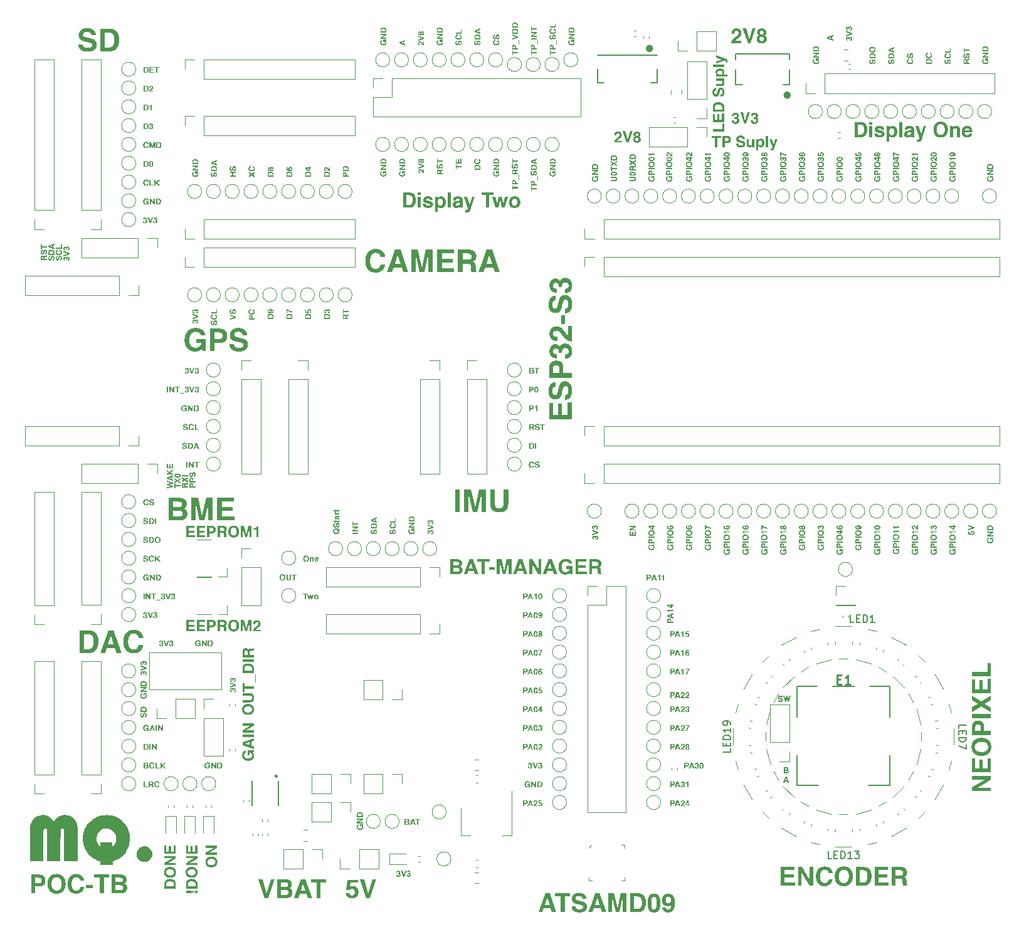
<source format=gbr>
%TF.GenerationSoftware,KiCad,Pcbnew,7.0.7*%
%TF.CreationDate,2024-01-31T01:15:34+01:00*%
%TF.ProjectId,POC-TB,504f432d-5442-42e6-9b69-6361645f7063,rev?*%
%TF.SameCoordinates,Original*%
%TF.FileFunction,Legend,Top*%
%TF.FilePolarity,Positive*%
%FSLAX46Y46*%
G04 Gerber Fmt 4.6, Leading zero omitted, Abs format (unit mm)*
G04 Created by KiCad (PCBNEW 7.0.7) date 2024-01-31 01:15:34*
%MOMM*%
%LPD*%
G01*
G04 APERTURE LIST*
%ADD10C,0.125000*%
%ADD11C,0.500000*%
%ADD12C,0.600000*%
%ADD13C,0.375000*%
%ADD14C,0.150000*%
%ADD15C,0.254000*%
%ADD16C,0.120000*%
%ADD17C,0.100000*%
%ADD18C,0.152400*%
%ADD19C,0.200000*%
%ADD20C,0.508000*%
G04 APERTURE END LIST*
D10*
G36*
X201752420Y-131766401D02*
G01*
X201767081Y-131767127D01*
X201781356Y-131768337D01*
X201795245Y-131770031D01*
X201808748Y-131772208D01*
X201821865Y-131774870D01*
X201834595Y-131778015D01*
X201846939Y-131781644D01*
X201858897Y-131785758D01*
X201870469Y-131790355D01*
X201881655Y-131795436D01*
X201892454Y-131801001D01*
X201902867Y-131807049D01*
X201912894Y-131813582D01*
X201922535Y-131820599D01*
X201931789Y-131828099D01*
X201940591Y-131836107D01*
X201948825Y-131844644D01*
X201956492Y-131853710D01*
X201963590Y-131863307D01*
X201970120Y-131873433D01*
X201976083Y-131884089D01*
X201981478Y-131895274D01*
X201986304Y-131906990D01*
X201990563Y-131919235D01*
X201994255Y-131932009D01*
X201997378Y-131945314D01*
X201999933Y-131959148D01*
X202001921Y-131973512D01*
X202003340Y-131988405D01*
X202004192Y-132003828D01*
X202004405Y-132011738D01*
X202004476Y-132019781D01*
X202004405Y-132028566D01*
X202004192Y-132037188D01*
X202003837Y-132045648D01*
X202003340Y-132053945D01*
X202002702Y-132062079D01*
X202001921Y-132070051D01*
X202000998Y-132077860D01*
X201998726Y-132092991D01*
X201995887Y-132107472D01*
X201992480Y-132121302D01*
X201988505Y-132134482D01*
X201983962Y-132147011D01*
X201978851Y-132158891D01*
X201973173Y-132170120D01*
X201966926Y-132180699D01*
X201960112Y-132190627D01*
X201952729Y-132199905D01*
X201944779Y-132208533D01*
X201936261Y-132216511D01*
X201931789Y-132220256D01*
X201922485Y-132227354D01*
X201912696Y-132233994D01*
X201902421Y-132240177D01*
X201891660Y-132245901D01*
X201880414Y-132251168D01*
X201868683Y-132255976D01*
X201856466Y-132260327D01*
X201843764Y-132264219D01*
X201830577Y-132267654D01*
X201816904Y-132270631D01*
X201802745Y-132273149D01*
X201788101Y-132275210D01*
X201772972Y-132276813D01*
X201757357Y-132277958D01*
X201749368Y-132278359D01*
X201741257Y-132278645D01*
X201733025Y-132278817D01*
X201724672Y-132278874D01*
X201552725Y-132278874D01*
X201552725Y-132579000D01*
X201384490Y-132579000D01*
X201384490Y-131903717D01*
X201552725Y-131903717D01*
X201552725Y-132141316D01*
X201710408Y-132141316D01*
X201721420Y-132141062D01*
X201731961Y-132140300D01*
X201742032Y-132139029D01*
X201751633Y-132137250D01*
X201760763Y-132134962D01*
X201769422Y-132132166D01*
X201777611Y-132128862D01*
X201785329Y-132125050D01*
X201792577Y-132120729D01*
X201799354Y-132115900D01*
X201803611Y-132112398D01*
X201809547Y-132106642D01*
X201814899Y-132100292D01*
X201819668Y-132093348D01*
X201823852Y-132085809D01*
X201827453Y-132077676D01*
X201830470Y-132068949D01*
X201832903Y-132059628D01*
X201834752Y-132049713D01*
X201836017Y-132039204D01*
X201836698Y-132028100D01*
X201836828Y-132020367D01*
X201836536Y-132008888D01*
X201835660Y-131998044D01*
X201834200Y-131987836D01*
X201832157Y-131978263D01*
X201829529Y-131969325D01*
X201826318Y-131961023D01*
X201822522Y-131953356D01*
X201818143Y-131946325D01*
X201813180Y-131939929D01*
X201807633Y-131934169D01*
X201803611Y-131930681D01*
X201797147Y-131925862D01*
X201790213Y-131921518D01*
X201782809Y-131917647D01*
X201774934Y-131914250D01*
X201766588Y-131911327D01*
X201757772Y-131908878D01*
X201748485Y-131906903D01*
X201738728Y-131905402D01*
X201728500Y-131904375D01*
X201717801Y-131903822D01*
X201710408Y-131903717D01*
X201552725Y-131903717D01*
X201384490Y-131903717D01*
X201384490Y-131766159D01*
X201737372Y-131766159D01*
X201752420Y-131766401D01*
G37*
G36*
X202119368Y-132041274D02*
G01*
X202119368Y-131928727D01*
X202128475Y-131928300D01*
X202137234Y-131927848D01*
X202145645Y-131927372D01*
X202153709Y-131926871D01*
X202165151Y-131926074D01*
X202175809Y-131925222D01*
X202185685Y-131924316D01*
X202194778Y-131923354D01*
X202203088Y-131922337D01*
X202212949Y-131920896D01*
X202221418Y-131919358D01*
X202223318Y-131918958D01*
X202232029Y-131916872D01*
X202240432Y-131914426D01*
X202248525Y-131911619D01*
X202256309Y-131908452D01*
X202263784Y-131904924D01*
X202270950Y-131901036D01*
X202277806Y-131896786D01*
X202284354Y-131892176D01*
X202290592Y-131887206D01*
X202296522Y-131881875D01*
X202300303Y-131878120D01*
X202306410Y-131871243D01*
X202312031Y-131863679D01*
X202317164Y-131855429D01*
X202320921Y-131848333D01*
X202324367Y-131840798D01*
X202327500Y-131832824D01*
X202330323Y-131824410D01*
X202330980Y-131822237D01*
X202333340Y-131813605D01*
X202335328Y-131804998D01*
X202336659Y-131796922D01*
X202337037Y-131791170D01*
X202467365Y-131791170D01*
X202467365Y-132579000D01*
X202306751Y-132579000D01*
X202306751Y-132041274D01*
X202119368Y-132041274D01*
G37*
G36*
X184649000Y-82572829D02*
G01*
X184473926Y-82625000D01*
X184473926Y-82923367D01*
X184649000Y-82979445D01*
X184649000Y-83156472D01*
X183836159Y-82867288D01*
X183836159Y-82773304D01*
X184021979Y-82773304D01*
X184336369Y-82877840D01*
X184336369Y-82672285D01*
X184021979Y-82773304D01*
X183836159Y-82773304D01*
X183836159Y-82676193D01*
X184649000Y-82389159D01*
X184649000Y-82572829D01*
G37*
G36*
X238048759Y-100969658D02*
G01*
X238039269Y-100972269D01*
X238030144Y-100975315D01*
X238021384Y-100978796D01*
X238012989Y-100982712D01*
X238004959Y-100987064D01*
X237997294Y-100991850D01*
X237989993Y-100997072D01*
X237983057Y-101002728D01*
X237976487Y-101008820D01*
X237970280Y-101015346D01*
X237964439Y-101022308D01*
X237958963Y-101029705D01*
X237953851Y-101037536D01*
X237949105Y-101045803D01*
X237944723Y-101054505D01*
X237940706Y-101063642D01*
X237937668Y-101071563D01*
X237934929Y-101079645D01*
X237932488Y-101087889D01*
X237930347Y-101096294D01*
X237928504Y-101104861D01*
X237926960Y-101113589D01*
X237925715Y-101122479D01*
X237924769Y-101131530D01*
X237924121Y-101140742D01*
X237923773Y-101150116D01*
X237923706Y-101156454D01*
X237923998Y-101168554D01*
X237924873Y-101180381D01*
X237926330Y-101191935D01*
X237928371Y-101203215D01*
X237930996Y-101214222D01*
X237934203Y-101224955D01*
X237937993Y-101235416D01*
X237942367Y-101245603D01*
X237947323Y-101255517D01*
X237952863Y-101265158D01*
X237958986Y-101274525D01*
X237965692Y-101283620D01*
X237972981Y-101292441D01*
X237980853Y-101300988D01*
X237989309Y-101309263D01*
X237998347Y-101317264D01*
X238007970Y-101324883D01*
X238018180Y-101332010D01*
X238028975Y-101338646D01*
X238040357Y-101344790D01*
X238052325Y-101350443D01*
X238064879Y-101355604D01*
X238078019Y-101360274D01*
X238091745Y-101364452D01*
X238106058Y-101368138D01*
X238120957Y-101371333D01*
X238136442Y-101374037D01*
X238144404Y-101375204D01*
X238152513Y-101376249D01*
X238160769Y-101377170D01*
X238169170Y-101377969D01*
X238177719Y-101378645D01*
X238186414Y-101379198D01*
X238195256Y-101379628D01*
X238204244Y-101379935D01*
X238213378Y-101380119D01*
X238222660Y-101380181D01*
X238232001Y-101380115D01*
X238241171Y-101379915D01*
X238250168Y-101379583D01*
X238258994Y-101379118D01*
X238267647Y-101378521D01*
X238276128Y-101377790D01*
X238284437Y-101376927D01*
X238292574Y-101375931D01*
X238300539Y-101374802D01*
X238308332Y-101373541D01*
X238323401Y-101370619D01*
X238337781Y-101367166D01*
X238351473Y-101363182D01*
X238364477Y-101358666D01*
X238376792Y-101353620D01*
X238388419Y-101348042D01*
X238399357Y-101341933D01*
X238409607Y-101335292D01*
X238419168Y-101328121D01*
X238428041Y-101320418D01*
X238436226Y-101312184D01*
X238443821Y-101303586D01*
X238450926Y-101294842D01*
X238457541Y-101285952D01*
X238463666Y-101276915D01*
X238469301Y-101267732D01*
X238474447Y-101258401D01*
X238479102Y-101248925D01*
X238483267Y-101239302D01*
X238486942Y-101229532D01*
X238490127Y-101219616D01*
X238492822Y-101209553D01*
X238495027Y-101199344D01*
X238496742Y-101188988D01*
X238497967Y-101178485D01*
X238498702Y-101167836D01*
X238498947Y-101157041D01*
X238498759Y-101146512D01*
X238498193Y-101136225D01*
X238497250Y-101126179D01*
X238495931Y-101116374D01*
X238494234Y-101106811D01*
X238492160Y-101097488D01*
X238489709Y-101088407D01*
X238486882Y-101079567D01*
X238483677Y-101070968D01*
X238480095Y-101062610D01*
X238476136Y-101054494D01*
X238471800Y-101046618D01*
X238467086Y-101038984D01*
X238461996Y-101031591D01*
X238456529Y-101024440D01*
X238450685Y-101017529D01*
X238444511Y-101010902D01*
X238438103Y-101004600D01*
X238431462Y-100998622D01*
X238424587Y-100992971D01*
X238417479Y-100987644D01*
X238410137Y-100982642D01*
X238402562Y-100977966D01*
X238394753Y-100973614D01*
X238386711Y-100969588D01*
X238378435Y-100965887D01*
X238369925Y-100962511D01*
X238361182Y-100959460D01*
X238352205Y-100956735D01*
X238342995Y-100954334D01*
X238333551Y-100952259D01*
X238323874Y-100950509D01*
X238323874Y-101137892D01*
X238186316Y-101137892D01*
X238186316Y-100800446D01*
X238624000Y-100800446D01*
X238624000Y-100912602D01*
X238523958Y-100929602D01*
X238530454Y-100935670D01*
X238536707Y-100941661D01*
X238542715Y-100947576D01*
X238548480Y-100953415D01*
X238554000Y-100959178D01*
X238561821Y-100967679D01*
X238569094Y-100976008D01*
X238575816Y-100984165D01*
X238581990Y-100992151D01*
X238587613Y-100999965D01*
X238592688Y-101007607D01*
X238597212Y-101015077D01*
X238598598Y-101017529D01*
X238603188Y-101026027D01*
X238607483Y-101034767D01*
X238611481Y-101043747D01*
X238615182Y-101052969D01*
X238618588Y-101062432D01*
X238621698Y-101072136D01*
X238624511Y-101082081D01*
X238627028Y-101092267D01*
X238629249Y-101102695D01*
X238631174Y-101113364D01*
X238632803Y-101124274D01*
X238634136Y-101135425D01*
X238635172Y-101146818D01*
X238635912Y-101158451D01*
X238636357Y-101170326D01*
X238636505Y-101182442D01*
X238636396Y-101192448D01*
X238636070Y-101202340D01*
X238635526Y-101212119D01*
X238634765Y-101221783D01*
X238633786Y-101231334D01*
X238632589Y-101240772D01*
X238631175Y-101250095D01*
X238629544Y-101259305D01*
X238627695Y-101268401D01*
X238625628Y-101277384D01*
X238623344Y-101286252D01*
X238620843Y-101295007D01*
X238618124Y-101303649D01*
X238615187Y-101312176D01*
X238612033Y-101320590D01*
X238608661Y-101328890D01*
X238605072Y-101337076D01*
X238601265Y-101345149D01*
X238597241Y-101353108D01*
X238592999Y-101360953D01*
X238588540Y-101368684D01*
X238583863Y-101376302D01*
X238578968Y-101383806D01*
X238573856Y-101391196D01*
X238568527Y-101398473D01*
X238562980Y-101405636D01*
X238557215Y-101412685D01*
X238551233Y-101419620D01*
X238545034Y-101426442D01*
X238538617Y-101433150D01*
X238531982Y-101439744D01*
X238525130Y-101446224D01*
X238518064Y-101452812D01*
X238510838Y-101459190D01*
X238503451Y-101465360D01*
X238495903Y-101471320D01*
X238488195Y-101477071D01*
X238480326Y-101482613D01*
X238472296Y-101487946D01*
X238464106Y-101493070D01*
X238455755Y-101497985D01*
X238447243Y-101502690D01*
X238438571Y-101507186D01*
X238429738Y-101511474D01*
X238420744Y-101515552D01*
X238411590Y-101519421D01*
X238402275Y-101523081D01*
X238392799Y-101526531D01*
X238383163Y-101529773D01*
X238373366Y-101532805D01*
X238363408Y-101535629D01*
X238353290Y-101538243D01*
X238343011Y-101540648D01*
X238332571Y-101542844D01*
X238321971Y-101544830D01*
X238311210Y-101546608D01*
X238300288Y-101548177D01*
X238289206Y-101549536D01*
X238277963Y-101550686D01*
X238266559Y-101551627D01*
X238254995Y-101552359D01*
X238243270Y-101552882D01*
X238231384Y-101553196D01*
X238219338Y-101553300D01*
X238207141Y-101553195D01*
X238195096Y-101552877D01*
X238183204Y-101552349D01*
X238171463Y-101551609D01*
X238159875Y-101550657D01*
X238148440Y-101549495D01*
X238137156Y-101548120D01*
X238126025Y-101546535D01*
X238115046Y-101544738D01*
X238104219Y-101542729D01*
X238093545Y-101540509D01*
X238083023Y-101538078D01*
X238072653Y-101535435D01*
X238062436Y-101532581D01*
X238052370Y-101529515D01*
X238042457Y-101526238D01*
X238032697Y-101522750D01*
X238023088Y-101519050D01*
X238013632Y-101515138D01*
X238004328Y-101511016D01*
X237995176Y-101506682D01*
X237986177Y-101502136D01*
X237977330Y-101497379D01*
X237968635Y-101492411D01*
X237960092Y-101487231D01*
X237951702Y-101481839D01*
X237943464Y-101476237D01*
X237935378Y-101470423D01*
X237927445Y-101464397D01*
X237919663Y-101458160D01*
X237912034Y-101451712D01*
X237904558Y-101445052D01*
X237897273Y-101438218D01*
X237890219Y-101431248D01*
X237883397Y-101424142D01*
X237876806Y-101416900D01*
X237870446Y-101409521D01*
X237864317Y-101402006D01*
X237858420Y-101394355D01*
X237852754Y-101386568D01*
X237847319Y-101378644D01*
X237842116Y-101370584D01*
X237837143Y-101362388D01*
X237832402Y-101354056D01*
X237827893Y-101345588D01*
X237823614Y-101336983D01*
X237819567Y-101328242D01*
X237815751Y-101319364D01*
X237812166Y-101310351D01*
X237808813Y-101301201D01*
X237805691Y-101291915D01*
X237802800Y-101282493D01*
X237800141Y-101272934D01*
X237797712Y-101263240D01*
X237795515Y-101253409D01*
X237793549Y-101243442D01*
X237791815Y-101233338D01*
X237790312Y-101223098D01*
X237789040Y-101212723D01*
X237787999Y-101202210D01*
X237787190Y-101191562D01*
X237786611Y-101180777D01*
X237786264Y-101169856D01*
X237786149Y-101158799D01*
X237786222Y-101149199D01*
X237786443Y-101139718D01*
X237786810Y-101130356D01*
X237787324Y-101121113D01*
X237787985Y-101111989D01*
X237788794Y-101102984D01*
X237789749Y-101094098D01*
X237790851Y-101085331D01*
X237792099Y-101076683D01*
X237793495Y-101068155D01*
X237795038Y-101059745D01*
X237796728Y-101051454D01*
X237798564Y-101043283D01*
X237800548Y-101035231D01*
X237802678Y-101027297D01*
X237804956Y-101019483D01*
X237807380Y-101011788D01*
X237809951Y-101004212D01*
X237812669Y-100996755D01*
X237815534Y-100989417D01*
X237818546Y-100982198D01*
X237825011Y-100968117D01*
X237832064Y-100954513D01*
X237839704Y-100941385D01*
X237847932Y-100928733D01*
X237856747Y-100916558D01*
X237861376Y-100910648D01*
X237870900Y-100899238D01*
X237880717Y-100888453D01*
X237890824Y-100878294D01*
X237901224Y-100868761D01*
X237911915Y-100859854D01*
X237922897Y-100851572D01*
X237934171Y-100843917D01*
X237945737Y-100836887D01*
X237957594Y-100830483D01*
X237969743Y-100824706D01*
X237982183Y-100819554D01*
X237994915Y-100815027D01*
X238007939Y-100811127D01*
X238021254Y-100807853D01*
X238034861Y-100805204D01*
X238048759Y-100803182D01*
X238048759Y-100969658D01*
G37*
G36*
X238073566Y-100019917D02*
G01*
X238082188Y-100020130D01*
X238090648Y-100020485D01*
X238098945Y-100020982D01*
X238107079Y-100021621D01*
X238115051Y-100022401D01*
X238122860Y-100023324D01*
X238137991Y-100025596D01*
X238152472Y-100028435D01*
X238166302Y-100031842D01*
X238179482Y-100035817D01*
X238192011Y-100040360D01*
X238203891Y-100045471D01*
X238215120Y-100051150D01*
X238225699Y-100057396D01*
X238235627Y-100064210D01*
X238244905Y-100071593D01*
X238253533Y-100079543D01*
X238261511Y-100088061D01*
X238265256Y-100092533D01*
X238272354Y-100101837D01*
X238278994Y-100111626D01*
X238285177Y-100121901D01*
X238290901Y-100132662D01*
X238296168Y-100143908D01*
X238300976Y-100155639D01*
X238305327Y-100167856D01*
X238309219Y-100180558D01*
X238312654Y-100193745D01*
X238315631Y-100207418D01*
X238318149Y-100221577D01*
X238320210Y-100236221D01*
X238321813Y-100251350D01*
X238322958Y-100266965D01*
X238323359Y-100274954D01*
X238323645Y-100283065D01*
X238323817Y-100291297D01*
X238323874Y-100299651D01*
X238323874Y-100471598D01*
X238624000Y-100471598D01*
X238624000Y-100639832D01*
X237811159Y-100639832D01*
X237811159Y-100471598D01*
X237948717Y-100471598D01*
X238186316Y-100471598D01*
X238186316Y-100313914D01*
X238186062Y-100302902D01*
X238185300Y-100292361D01*
X238184029Y-100282290D01*
X238182250Y-100272689D01*
X238179962Y-100263559D01*
X238177166Y-100254900D01*
X238173862Y-100246711D01*
X238170050Y-100238993D01*
X238165729Y-100231745D01*
X238160900Y-100224968D01*
X238157398Y-100220711D01*
X238151642Y-100214775D01*
X238145292Y-100209423D01*
X238138348Y-100204654D01*
X238130809Y-100200470D01*
X238122676Y-100196869D01*
X238113949Y-100193852D01*
X238104628Y-100191419D01*
X238094713Y-100189570D01*
X238084204Y-100188305D01*
X238073100Y-100187624D01*
X238065367Y-100187494D01*
X238053888Y-100187786D01*
X238043044Y-100188662D01*
X238032836Y-100190122D01*
X238023263Y-100192165D01*
X238014325Y-100194793D01*
X238006023Y-100198004D01*
X237998356Y-100201800D01*
X237991325Y-100206179D01*
X237984929Y-100211142D01*
X237979169Y-100216689D01*
X237975681Y-100220711D01*
X237970862Y-100227175D01*
X237966518Y-100234109D01*
X237962647Y-100241513D01*
X237959250Y-100249388D01*
X237956327Y-100257734D01*
X237953878Y-100266550D01*
X237951903Y-100275837D01*
X237950402Y-100285594D01*
X237949375Y-100295822D01*
X237948822Y-100306521D01*
X237948717Y-100313914D01*
X237948717Y-100471598D01*
X237811159Y-100471598D01*
X237811159Y-100286950D01*
X237811401Y-100271902D01*
X237812127Y-100257241D01*
X237813337Y-100242966D01*
X237815031Y-100229077D01*
X237817208Y-100215574D01*
X237819870Y-100202457D01*
X237823015Y-100189727D01*
X237826644Y-100177383D01*
X237830758Y-100165425D01*
X237835355Y-100153853D01*
X237840436Y-100142667D01*
X237846001Y-100131868D01*
X237852049Y-100121455D01*
X237858582Y-100111428D01*
X237865599Y-100101787D01*
X237873099Y-100092533D01*
X237881107Y-100083731D01*
X237889644Y-100075497D01*
X237898710Y-100067831D01*
X237908307Y-100060732D01*
X237918433Y-100054202D01*
X237929089Y-100048239D01*
X237940274Y-100042844D01*
X237951990Y-100038018D01*
X237964235Y-100033759D01*
X237977009Y-100030068D01*
X237990314Y-100026944D01*
X238004148Y-100024389D01*
X238018512Y-100022401D01*
X238033405Y-100020982D01*
X238048828Y-100020130D01*
X238056738Y-100019917D01*
X238064781Y-100019846D01*
X238073566Y-100019917D01*
G37*
G36*
X238624000Y-99910425D02*
G01*
X237811159Y-99910425D01*
X237811159Y-99742191D01*
X238624000Y-99742191D01*
X238624000Y-99910425D01*
G37*
G36*
X238224759Y-98839980D02*
G01*
X238237992Y-98840338D01*
X238251027Y-98840937D01*
X238263863Y-98841774D01*
X238276501Y-98842851D01*
X238288941Y-98844167D01*
X238301182Y-98845722D01*
X238313225Y-98847517D01*
X238325069Y-98849551D01*
X238336715Y-98851824D01*
X238348162Y-98854336D01*
X238359411Y-98857088D01*
X238370462Y-98860079D01*
X238381314Y-98863310D01*
X238391967Y-98866779D01*
X238402422Y-98870488D01*
X238412679Y-98874436D01*
X238422737Y-98878624D01*
X238432597Y-98883050D01*
X238442258Y-98887716D01*
X238451721Y-98892622D01*
X238460986Y-98897766D01*
X238470052Y-98903150D01*
X238478919Y-98908773D01*
X238487588Y-98914635D01*
X238496059Y-98920737D01*
X238504331Y-98927078D01*
X238512405Y-98933658D01*
X238520280Y-98940478D01*
X238527957Y-98947537D01*
X238535436Y-98954835D01*
X238542715Y-98962372D01*
X238548486Y-98968192D01*
X238554073Y-98974171D01*
X238559477Y-98980311D01*
X238564697Y-98986610D01*
X238569735Y-98993069D01*
X238574589Y-98999689D01*
X238579260Y-99006468D01*
X238583748Y-99013407D01*
X238588053Y-99020506D01*
X238592175Y-99027764D01*
X238596113Y-99035183D01*
X238599868Y-99042762D01*
X238603440Y-99050500D01*
X238606829Y-99058399D01*
X238610035Y-99066457D01*
X238613057Y-99074675D01*
X238615897Y-99083053D01*
X238618553Y-99091591D01*
X238621026Y-99100289D01*
X238623316Y-99109147D01*
X238625422Y-99118165D01*
X238627346Y-99127342D01*
X238629086Y-99136680D01*
X238630643Y-99146177D01*
X238632017Y-99155834D01*
X238633207Y-99165652D01*
X238634215Y-99175629D01*
X238635039Y-99185766D01*
X238635680Y-99196063D01*
X238636138Y-99206520D01*
X238636413Y-99217136D01*
X238636505Y-99227913D01*
X238636413Y-99238678D01*
X238636138Y-99249283D01*
X238635680Y-99259728D01*
X238635039Y-99270014D01*
X238634215Y-99280141D01*
X238633207Y-99290108D01*
X238632017Y-99299915D01*
X238630643Y-99309563D01*
X238629086Y-99319052D01*
X238627346Y-99328381D01*
X238625422Y-99337550D01*
X238623316Y-99346560D01*
X238621026Y-99355410D01*
X238618553Y-99364101D01*
X238615897Y-99372633D01*
X238613057Y-99381004D01*
X238610035Y-99389217D01*
X238606829Y-99397269D01*
X238603440Y-99405163D01*
X238599868Y-99412896D01*
X238596113Y-99420471D01*
X238592175Y-99427885D01*
X238588053Y-99435140D01*
X238583748Y-99442236D01*
X238579260Y-99449172D01*
X238574589Y-99455949D01*
X238569735Y-99462566D01*
X238564697Y-99469023D01*
X238559477Y-99475321D01*
X238554073Y-99481460D01*
X238548486Y-99487439D01*
X238542715Y-99493258D01*
X238535436Y-99500832D01*
X238527957Y-99508165D01*
X238520280Y-99515257D01*
X238512405Y-99522110D01*
X238504331Y-99528721D01*
X238496059Y-99535093D01*
X238487588Y-99541223D01*
X238478919Y-99547114D01*
X238470052Y-99552764D01*
X238460986Y-99558174D01*
X238451721Y-99563343D01*
X238442258Y-99568271D01*
X238432597Y-99572960D01*
X238422737Y-99577408D01*
X238412679Y-99581615D01*
X238402422Y-99585582D01*
X238391967Y-99589309D01*
X238381314Y-99592795D01*
X238370462Y-99596041D01*
X238359411Y-99599046D01*
X238348162Y-99601811D01*
X238336715Y-99604335D01*
X238325069Y-99606620D01*
X238313225Y-99608663D01*
X238301182Y-99610466D01*
X238288941Y-99612029D01*
X238276501Y-99613351D01*
X238263863Y-99614433D01*
X238251027Y-99615275D01*
X238237992Y-99615876D01*
X238224759Y-99616237D01*
X238211327Y-99616357D01*
X238197635Y-99616237D01*
X238184158Y-99615876D01*
X238170896Y-99615275D01*
X238157850Y-99614433D01*
X238145019Y-99613351D01*
X238132403Y-99612029D01*
X238120002Y-99610466D01*
X238107817Y-99608663D01*
X238095846Y-99606620D01*
X238084092Y-99604335D01*
X238072552Y-99601811D01*
X238061227Y-99599046D01*
X238050118Y-99596041D01*
X238039224Y-99592795D01*
X238028545Y-99589309D01*
X238018082Y-99585582D01*
X238007834Y-99581615D01*
X237997801Y-99577408D01*
X237987983Y-99572960D01*
X237978380Y-99568271D01*
X237968993Y-99563343D01*
X237959821Y-99558174D01*
X237950864Y-99552764D01*
X237942122Y-99547114D01*
X237933596Y-99541223D01*
X237925285Y-99535093D01*
X237917189Y-99528721D01*
X237909308Y-99522110D01*
X237901643Y-99515257D01*
X237894193Y-99508165D01*
X237886958Y-99500832D01*
X237879938Y-99493258D01*
X237874168Y-99487439D01*
X237868581Y-99481460D01*
X237863177Y-99475321D01*
X237857956Y-99469023D01*
X237852919Y-99462566D01*
X237848064Y-99455949D01*
X237843393Y-99449172D01*
X237838905Y-99442236D01*
X237834601Y-99435140D01*
X237830479Y-99427885D01*
X237826540Y-99420471D01*
X237822785Y-99412896D01*
X237819213Y-99405163D01*
X237815824Y-99397269D01*
X237812619Y-99389217D01*
X237809596Y-99381004D01*
X237806757Y-99372633D01*
X237804101Y-99364101D01*
X237801628Y-99355410D01*
X237799338Y-99346560D01*
X237797231Y-99337550D01*
X237795308Y-99328381D01*
X237793568Y-99319052D01*
X237792011Y-99309563D01*
X237790637Y-99299915D01*
X237789446Y-99290108D01*
X237788439Y-99280141D01*
X237787614Y-99270014D01*
X237786973Y-99259728D01*
X237786515Y-99249283D01*
X237786240Y-99238678D01*
X237786149Y-99227913D01*
X237786151Y-99227718D01*
X237923706Y-99227718D01*
X237923999Y-99240137D01*
X237924876Y-99252240D01*
X237926337Y-99264024D01*
X237928384Y-99275491D01*
X237931015Y-99286641D01*
X237934230Y-99297473D01*
X237938030Y-99307988D01*
X237942415Y-99318185D01*
X237947385Y-99328065D01*
X237952939Y-99337627D01*
X237959078Y-99346871D01*
X237965802Y-99355799D01*
X237973110Y-99364408D01*
X237981003Y-99372700D01*
X237989480Y-99380675D01*
X237998542Y-99388332D01*
X238008143Y-99395572D01*
X238018238Y-99402345D01*
X238028825Y-99408651D01*
X238039905Y-99414490D01*
X238051478Y-99419862D01*
X238063545Y-99424767D01*
X238076104Y-99429204D01*
X238089157Y-99433175D01*
X238102702Y-99436678D01*
X238116741Y-99439714D01*
X238131272Y-99442283D01*
X238146297Y-99444385D01*
X238161815Y-99446020D01*
X238169759Y-99446663D01*
X238177826Y-99447188D01*
X238186016Y-99447597D01*
X238194330Y-99447889D01*
X238202767Y-99448064D01*
X238211327Y-99448122D01*
X238219887Y-99448064D01*
X238228324Y-99447889D01*
X238236637Y-99447597D01*
X238244828Y-99447188D01*
X238252895Y-99446663D01*
X238260839Y-99446020D01*
X238268659Y-99445261D01*
X238283930Y-99443393D01*
X238298709Y-99441057D01*
X238312994Y-99438255D01*
X238326786Y-99434985D01*
X238340085Y-99431248D01*
X238352891Y-99427044D01*
X238365204Y-99422373D01*
X238377024Y-99417234D01*
X238388350Y-99411629D01*
X238399184Y-99405557D01*
X238409525Y-99399017D01*
X238419372Y-99392010D01*
X238424111Y-99388332D01*
X238433173Y-99380675D01*
X238441651Y-99372700D01*
X238449544Y-99364408D01*
X238456852Y-99355799D01*
X238463575Y-99346871D01*
X238469714Y-99337627D01*
X238475269Y-99328065D01*
X238480238Y-99318185D01*
X238484623Y-99307988D01*
X238488423Y-99297473D01*
X238491639Y-99286641D01*
X238494270Y-99275491D01*
X238496316Y-99264024D01*
X238497778Y-99252240D01*
X238498655Y-99240137D01*
X238498947Y-99227718D01*
X238498655Y-99215325D01*
X238497778Y-99203257D01*
X238496316Y-99191512D01*
X238494270Y-99180090D01*
X238491639Y-99168992D01*
X238488423Y-99158218D01*
X238484623Y-99147768D01*
X238480238Y-99137641D01*
X238475269Y-99127838D01*
X238469714Y-99118358D01*
X238463575Y-99109202D01*
X238456852Y-99100369D01*
X238449544Y-99091861D01*
X238441651Y-99083675D01*
X238433173Y-99075814D01*
X238424111Y-99068276D01*
X238414510Y-99061107D01*
X238404416Y-99054400D01*
X238393829Y-99048156D01*
X238382749Y-99042374D01*
X238371175Y-99037055D01*
X238359109Y-99032198D01*
X238346550Y-99027804D01*
X238333497Y-99023872D01*
X238319952Y-99020403D01*
X238305913Y-99017397D01*
X238291381Y-99014853D01*
X238276356Y-99012772D01*
X238260839Y-99011153D01*
X238252895Y-99010517D01*
X238244828Y-99009996D01*
X238236637Y-99009592D01*
X238228324Y-99009303D01*
X238219887Y-99009129D01*
X238211327Y-99009071D01*
X238202803Y-99009129D01*
X238194400Y-99009303D01*
X238186119Y-99009592D01*
X238177960Y-99009996D01*
X238169923Y-99010517D01*
X238162007Y-99011153D01*
X238154213Y-99011904D01*
X238138991Y-99013755D01*
X238124256Y-99016067D01*
X238110007Y-99018842D01*
X238096245Y-99022080D01*
X238082971Y-99025780D01*
X238070183Y-99029943D01*
X238057883Y-99034569D01*
X238046069Y-99039656D01*
X238034742Y-99045207D01*
X238023902Y-99051220D01*
X238013549Y-99057695D01*
X238003684Y-99064633D01*
X237998933Y-99068276D01*
X237989824Y-99075814D01*
X237981302Y-99083675D01*
X237973368Y-99091861D01*
X237966021Y-99100369D01*
X237959263Y-99109202D01*
X237953092Y-99118358D01*
X237947509Y-99127838D01*
X237942513Y-99137641D01*
X237938105Y-99147768D01*
X237934285Y-99158218D01*
X237931053Y-99168992D01*
X237928408Y-99180090D01*
X237926351Y-99191512D01*
X237924882Y-99203257D01*
X237924000Y-99215325D01*
X237923706Y-99227718D01*
X237786151Y-99227718D01*
X237786240Y-99217136D01*
X237786515Y-99206520D01*
X237786973Y-99196063D01*
X237787614Y-99185766D01*
X237788439Y-99175629D01*
X237789446Y-99165652D01*
X237790637Y-99155834D01*
X237792011Y-99146177D01*
X237793568Y-99136680D01*
X237795308Y-99127342D01*
X237797231Y-99118165D01*
X237799338Y-99109147D01*
X237801628Y-99100289D01*
X237804101Y-99091591D01*
X237806757Y-99083053D01*
X237809596Y-99074675D01*
X237812619Y-99066457D01*
X237815824Y-99058399D01*
X237819213Y-99050500D01*
X237822785Y-99042762D01*
X237826540Y-99035183D01*
X237830479Y-99027764D01*
X237834601Y-99020506D01*
X237838905Y-99013407D01*
X237843393Y-99006468D01*
X237848064Y-98999689D01*
X237852919Y-98993069D01*
X237857956Y-98986610D01*
X237863177Y-98980311D01*
X237868581Y-98974171D01*
X237874168Y-98968192D01*
X237879938Y-98962372D01*
X237886958Y-98954835D01*
X237894193Y-98947537D01*
X237901643Y-98940478D01*
X237909308Y-98933658D01*
X237917189Y-98927078D01*
X237925285Y-98920737D01*
X237933596Y-98914635D01*
X237942122Y-98908773D01*
X237950864Y-98903150D01*
X237959821Y-98897766D01*
X237968993Y-98892622D01*
X237978380Y-98887716D01*
X237987983Y-98883050D01*
X237997801Y-98878624D01*
X238007834Y-98874436D01*
X238018082Y-98870488D01*
X238028545Y-98866779D01*
X238039224Y-98863310D01*
X238050118Y-98860079D01*
X238061227Y-98857088D01*
X238072552Y-98854336D01*
X238084092Y-98851824D01*
X238095846Y-98849551D01*
X238107817Y-98847517D01*
X238120002Y-98845722D01*
X238132403Y-98844167D01*
X238145019Y-98842851D01*
X238157850Y-98841774D01*
X238170896Y-98840937D01*
X238184158Y-98840338D01*
X238197635Y-98839980D01*
X238211327Y-98839860D01*
X238224759Y-98839980D01*
G37*
G36*
X238373895Y-98617697D02*
G01*
X238382761Y-98617561D01*
X238391336Y-98617154D01*
X238399619Y-98616476D01*
X238407609Y-98615526D01*
X238417810Y-98613838D01*
X238427491Y-98611667D01*
X238436653Y-98609014D01*
X238445296Y-98605878D01*
X238453420Y-98602260D01*
X238460448Y-98598511D01*
X238470139Y-98592201D01*
X238478809Y-98585066D01*
X238486460Y-98577107D01*
X238493091Y-98568323D01*
X238498701Y-98558715D01*
X238503292Y-98548283D01*
X238505785Y-98540870D01*
X238507825Y-98533091D01*
X238509412Y-98524945D01*
X238510546Y-98516434D01*
X238511226Y-98507555D01*
X238511452Y-98498311D01*
X238511181Y-98489768D01*
X238510367Y-98481431D01*
X238509010Y-98473300D01*
X238507111Y-98465375D01*
X238504669Y-98457656D01*
X238501684Y-98450143D01*
X238498157Y-98442836D01*
X238494087Y-98435736D01*
X238489474Y-98428841D01*
X238484319Y-98422153D01*
X238480580Y-98417808D01*
X238474516Y-98411663D01*
X238467975Y-98406121D01*
X238460956Y-98401185D01*
X238453460Y-98396852D01*
X238445486Y-98393125D01*
X238437035Y-98390001D01*
X238428107Y-98387482D01*
X238418701Y-98385568D01*
X238408818Y-98384258D01*
X238398457Y-98383553D01*
X238391285Y-98383419D01*
X238381861Y-98383668D01*
X238372835Y-98384417D01*
X238364208Y-98385665D01*
X238355980Y-98387412D01*
X238348149Y-98389659D01*
X238340717Y-98392404D01*
X238330317Y-98397458D01*
X238320812Y-98403635D01*
X238312205Y-98410936D01*
X238304493Y-98419359D01*
X238297678Y-98428906D01*
X238293633Y-98435894D01*
X238289986Y-98443382D01*
X238288312Y-98447313D01*
X238284923Y-98457006D01*
X238282678Y-98465138D01*
X238280687Y-98474008D01*
X238278950Y-98483616D01*
X238277468Y-98493963D01*
X238276239Y-98505049D01*
X238275562Y-98512849D01*
X238274997Y-98520978D01*
X238274545Y-98529435D01*
X238274206Y-98538220D01*
X238273980Y-98547333D01*
X238273867Y-98556775D01*
X238273853Y-98561618D01*
X238161306Y-98561618D01*
X238161110Y-98552249D01*
X238160817Y-98543239D01*
X238160427Y-98534590D01*
X238159938Y-98526301D01*
X238159352Y-98518372D01*
X238158289Y-98507155D01*
X238157007Y-98496748D01*
X238155505Y-98487151D01*
X238153783Y-98478365D01*
X238151841Y-98470390D01*
X238148911Y-98461017D01*
X238146456Y-98454933D01*
X238141677Y-98445610D01*
X238136060Y-98437203D01*
X238129605Y-98429714D01*
X238122312Y-98423142D01*
X238114181Y-98417487D01*
X238105212Y-98412749D01*
X238095405Y-98408928D01*
X238084760Y-98406024D01*
X238073277Y-98404037D01*
X238065156Y-98403221D01*
X238056662Y-98402814D01*
X238052276Y-98402763D01*
X238043817Y-98402998D01*
X238035661Y-98403704D01*
X238027807Y-98404880D01*
X238017806Y-98407181D01*
X238008341Y-98410318D01*
X237999414Y-98414291D01*
X237991024Y-98419101D01*
X237983172Y-98424748D01*
X237977635Y-98429532D01*
X237970857Y-98436514D01*
X237964983Y-98444174D01*
X237960013Y-98452512D01*
X237955946Y-98461528D01*
X237952784Y-98471221D01*
X237951004Y-98478936D01*
X237949734Y-98487032D01*
X237948971Y-98495509D01*
X237948717Y-98504368D01*
X237949047Y-98514515D01*
X237950036Y-98524147D01*
X237951684Y-98533264D01*
X237953993Y-98541865D01*
X237956960Y-98549952D01*
X237960587Y-98557523D01*
X237964874Y-98564579D01*
X237969819Y-98571120D01*
X237975425Y-98577145D01*
X237981690Y-98582655D01*
X237986233Y-98586043D01*
X237993453Y-98590678D01*
X238001121Y-98594840D01*
X238009235Y-98598528D01*
X238017795Y-98601741D01*
X238026802Y-98604481D01*
X238036255Y-98606747D01*
X238046155Y-98608539D01*
X238056501Y-98609856D01*
X238067294Y-98610700D01*
X238078533Y-98611070D01*
X238086274Y-98611053D01*
X238086274Y-98757208D01*
X238074935Y-98756664D01*
X238063706Y-98755839D01*
X238052587Y-98754732D01*
X238041578Y-98753343D01*
X238030679Y-98751673D01*
X238019889Y-98749721D01*
X238009210Y-98747487D01*
X237998640Y-98744972D01*
X237988180Y-98742175D01*
X237977831Y-98739096D01*
X237970992Y-98736887D01*
X237962081Y-98733103D01*
X237953301Y-98728930D01*
X237944651Y-98724370D01*
X237936132Y-98719421D01*
X237927744Y-98714084D01*
X237919486Y-98708359D01*
X237911358Y-98702246D01*
X237903361Y-98695744D01*
X237895494Y-98688855D01*
X237887758Y-98681578D01*
X237882674Y-98676510D01*
X237877408Y-98670622D01*
X237872383Y-98664535D01*
X237867599Y-98658248D01*
X237863055Y-98651762D01*
X237858751Y-98645077D01*
X237854688Y-98638193D01*
X237850865Y-98631110D01*
X237847283Y-98623827D01*
X237843941Y-98616345D01*
X237840839Y-98608664D01*
X237838905Y-98603433D01*
X237836182Y-98595314D01*
X237833726Y-98586859D01*
X237831538Y-98578068D01*
X237829618Y-98568940D01*
X237827966Y-98559475D01*
X237826582Y-98549673D01*
X237825465Y-98539535D01*
X237824617Y-98529061D01*
X237824037Y-98518250D01*
X237823724Y-98507102D01*
X237823665Y-98499483D01*
X237823894Y-98485368D01*
X237824584Y-98471600D01*
X237825732Y-98458178D01*
X237827340Y-98445102D01*
X237829408Y-98432374D01*
X237831935Y-98419991D01*
X237834922Y-98407955D01*
X237838368Y-98396266D01*
X237842274Y-98384923D01*
X237846639Y-98373927D01*
X237851463Y-98363277D01*
X237856747Y-98352974D01*
X237862491Y-98343017D01*
X237868694Y-98333407D01*
X237875356Y-98324143D01*
X237882478Y-98315226D01*
X237889963Y-98306732D01*
X237897762Y-98298786D01*
X237905875Y-98291387D01*
X237914303Y-98284537D01*
X237923045Y-98278235D01*
X237932102Y-98272481D01*
X237941474Y-98267275D01*
X237951159Y-98262616D01*
X237961160Y-98258506D01*
X237971474Y-98254944D01*
X237982103Y-98251930D01*
X237993047Y-98249464D01*
X238004305Y-98247546D01*
X238015878Y-98246176D01*
X238027765Y-98245354D01*
X238039966Y-98245080D01*
X238048601Y-98245243D01*
X238057066Y-98245733D01*
X238065362Y-98246550D01*
X238073488Y-98247693D01*
X238081445Y-98249163D01*
X238089233Y-98250960D01*
X238096851Y-98253083D01*
X238104300Y-98255533D01*
X238115155Y-98259821D01*
X238125629Y-98264844D01*
X238135722Y-98270601D01*
X238145433Y-98277094D01*
X238151696Y-98281831D01*
X238157789Y-98286894D01*
X238165012Y-98293522D01*
X238171637Y-98300218D01*
X238177664Y-98306980D01*
X238183092Y-98313810D01*
X238187922Y-98320706D01*
X238192154Y-98327670D01*
X238195787Y-98334702D01*
X238198822Y-98341800D01*
X238200099Y-98333087D01*
X238203116Y-98324830D01*
X238206807Y-98317571D01*
X238211634Y-98309733D01*
X238217597Y-98301314D01*
X238222814Y-98294619D01*
X238228670Y-98287598D01*
X238235165Y-98280251D01*
X238242185Y-98272987D01*
X238249517Y-98266191D01*
X238257163Y-98259865D01*
X238265121Y-98254007D01*
X238273393Y-98248617D01*
X238281977Y-98243697D01*
X238290874Y-98239245D01*
X238300085Y-98235261D01*
X238309608Y-98231746D01*
X238319444Y-98228700D01*
X238329593Y-98226123D01*
X238340055Y-98224014D01*
X238350830Y-98222374D01*
X238361918Y-98221202D01*
X238373319Y-98220499D01*
X238385032Y-98220265D01*
X238397443Y-98220539D01*
X238409664Y-98221361D01*
X238421696Y-98222731D01*
X238433539Y-98224649D01*
X238445192Y-98227115D01*
X238456657Y-98230129D01*
X238467931Y-98233691D01*
X238479017Y-98237801D01*
X238489913Y-98242459D01*
X238500620Y-98247666D01*
X238511138Y-98253420D01*
X238521466Y-98259722D01*
X238531605Y-98266572D01*
X238541555Y-98273971D01*
X238551316Y-98281917D01*
X238560887Y-98290411D01*
X238570044Y-98299418D01*
X238578610Y-98308952D01*
X238586585Y-98319013D01*
X238593970Y-98329600D01*
X238600764Y-98340714D01*
X238606967Y-98352354D01*
X238612579Y-98364521D01*
X238617600Y-98377215D01*
X238622031Y-98390436D01*
X238625871Y-98404183D01*
X238629120Y-98418456D01*
X238631779Y-98433257D01*
X238633846Y-98448584D01*
X238634659Y-98456445D01*
X238635323Y-98464437D01*
X238635840Y-98472562D01*
X238636209Y-98480818D01*
X238636431Y-98489205D01*
X238636505Y-98497725D01*
X238636397Y-98508211D01*
X238636076Y-98518496D01*
X238635540Y-98528578D01*
X238634789Y-98538458D01*
X238633824Y-98548136D01*
X238632644Y-98557611D01*
X238631250Y-98566885D01*
X238629642Y-98575956D01*
X238627818Y-98584824D01*
X238625781Y-98593491D01*
X238623529Y-98601955D01*
X238621062Y-98610217D01*
X238618382Y-98618276D01*
X238615486Y-98626134D01*
X238612376Y-98633789D01*
X238609052Y-98641242D01*
X238605513Y-98648492D01*
X238601760Y-98655541D01*
X238597792Y-98662387D01*
X238593610Y-98669030D01*
X238584602Y-98681711D01*
X238574736Y-98693583D01*
X238564012Y-98704646D01*
X238552430Y-98714899D01*
X238539991Y-98724344D01*
X238533449Y-98728763D01*
X238526693Y-98732979D01*
X238519250Y-98737183D01*
X238511526Y-98741146D01*
X238503521Y-98744870D01*
X238495235Y-98748354D01*
X238486668Y-98751599D01*
X238477820Y-98754604D01*
X238468692Y-98757369D01*
X238459282Y-98759895D01*
X238449592Y-98762181D01*
X238439621Y-98764227D01*
X238429368Y-98766034D01*
X238418836Y-98767601D01*
X238408022Y-98768928D01*
X238396927Y-98770016D01*
X238385551Y-98770864D01*
X238373895Y-98771472D01*
X238373895Y-98617697D01*
G37*
G36*
X238374722Y-97592723D02*
G01*
X238388049Y-97593504D01*
X238401174Y-97594805D01*
X238414097Y-97596627D01*
X238426819Y-97598970D01*
X238439340Y-97601833D01*
X238451659Y-97605216D01*
X238463776Y-97609120D01*
X238475692Y-97613545D01*
X238487407Y-97618490D01*
X238498920Y-97623956D01*
X238510231Y-97629942D01*
X238521341Y-97636449D01*
X238532250Y-97643476D01*
X238542957Y-97651024D01*
X238553462Y-97659092D01*
X238563518Y-97667684D01*
X238572925Y-97676852D01*
X238581684Y-97686595D01*
X238589793Y-97696913D01*
X238597254Y-97707807D01*
X238604066Y-97719277D01*
X238610230Y-97731322D01*
X238615744Y-97743942D01*
X238620610Y-97757138D01*
X238624827Y-97770910D01*
X238628395Y-97785257D01*
X238631315Y-97800179D01*
X238633585Y-97815677D01*
X238634477Y-97823642D01*
X238635207Y-97831751D01*
X238635775Y-97840003D01*
X238636180Y-97848400D01*
X238636424Y-97856940D01*
X238636505Y-97865624D01*
X238636384Y-97874950D01*
X238636022Y-97884122D01*
X238635419Y-97893140D01*
X238634575Y-97902004D01*
X238633490Y-97910714D01*
X238632163Y-97919269D01*
X238630596Y-97927670D01*
X238628787Y-97935917D01*
X238626737Y-97944010D01*
X238624445Y-97951949D01*
X238621913Y-97959733D01*
X238619139Y-97967363D01*
X238616124Y-97974840D01*
X238612868Y-97982161D01*
X238609371Y-97989329D01*
X238605632Y-97996343D01*
X238601653Y-98003202D01*
X238597432Y-98009907D01*
X238592970Y-98016459D01*
X238588267Y-98022855D01*
X238583322Y-98029098D01*
X238578137Y-98035187D01*
X238572710Y-98041121D01*
X238567042Y-98046901D01*
X238561133Y-98052527D01*
X238554983Y-98057999D01*
X238548591Y-98063317D01*
X238541958Y-98068480D01*
X238535084Y-98073489D01*
X238527969Y-98078344D01*
X238520613Y-98083045D01*
X238513016Y-98087592D01*
X238500657Y-98094312D01*
X238487859Y-98100598D01*
X238474621Y-98106451D01*
X238460943Y-98111870D01*
X238446826Y-98116855D01*
X238432269Y-98121407D01*
X238417272Y-98125526D01*
X238409609Y-98127423D01*
X238401836Y-98129211D01*
X238393953Y-98130891D01*
X238385960Y-98132462D01*
X238377858Y-98133926D01*
X238369645Y-98135280D01*
X238361322Y-98136527D01*
X238352890Y-98137665D01*
X238344348Y-98138694D01*
X238335695Y-98139616D01*
X238326933Y-98140429D01*
X238318061Y-98141133D01*
X238309079Y-98141729D01*
X238299987Y-98142217D01*
X238290785Y-98142596D01*
X238281473Y-98142867D01*
X238272052Y-98143030D01*
X238262520Y-98143084D01*
X238251392Y-98143054D01*
X238240526Y-98142965D01*
X238229923Y-98142816D01*
X238219582Y-98142608D01*
X238209504Y-98142340D01*
X238199689Y-98142012D01*
X238190136Y-98141625D01*
X238180845Y-98141179D01*
X238171817Y-98140673D01*
X238163052Y-98140107D01*
X238154549Y-98139482D01*
X238146309Y-98138797D01*
X238138332Y-98138053D01*
X238126858Y-98136825D01*
X238115974Y-98135464D01*
X238103575Y-98133629D01*
X238091437Y-98131595D01*
X238079560Y-98129361D01*
X238067944Y-98126927D01*
X238056589Y-98124293D01*
X238045495Y-98121459D01*
X238034662Y-98118425D01*
X238024090Y-98115191D01*
X238013779Y-98111758D01*
X238003730Y-98108124D01*
X237993941Y-98104290D01*
X237984413Y-98100256D01*
X237975146Y-98096022D01*
X237966141Y-98091588D01*
X237957396Y-98086955D01*
X237948912Y-98082121D01*
X237941893Y-98077765D01*
X237935051Y-98073246D01*
X237928387Y-98068563D01*
X237921899Y-98063717D01*
X237915588Y-98058708D01*
X237909455Y-98053535D01*
X237903498Y-98048199D01*
X237897719Y-98042700D01*
X237892117Y-98037038D01*
X237886691Y-98031212D01*
X237881443Y-98025222D01*
X237876372Y-98019070D01*
X237871478Y-98012754D01*
X237866761Y-98006274D01*
X237862221Y-97999632D01*
X237857859Y-97992826D01*
X237853718Y-97985829D01*
X237849844Y-97978663D01*
X237846238Y-97971327D01*
X237842899Y-97963822D01*
X237839827Y-97956147D01*
X237837022Y-97948303D01*
X237834484Y-97940290D01*
X237832213Y-97932107D01*
X237830209Y-97923755D01*
X237828473Y-97915233D01*
X237827004Y-97906542D01*
X237825802Y-97897681D01*
X237824867Y-97888651D01*
X237824199Y-97879451D01*
X237823798Y-97870082D01*
X237823665Y-97860544D01*
X237823878Y-97846847D01*
X237824519Y-97833503D01*
X237825588Y-97820512D01*
X237827084Y-97807873D01*
X237829007Y-97795587D01*
X237831358Y-97783653D01*
X237834136Y-97772072D01*
X237837342Y-97760844D01*
X237840975Y-97749968D01*
X237845036Y-97739445D01*
X237849524Y-97729275D01*
X237854439Y-97719457D01*
X237859782Y-97709992D01*
X237865552Y-97700879D01*
X237871750Y-97692119D01*
X237878375Y-97683712D01*
X237885331Y-97675683D01*
X237892572Y-97668105D01*
X237900096Y-97660979D01*
X237907904Y-97654305D01*
X237915996Y-97648083D01*
X237924372Y-97642313D01*
X237933032Y-97636994D01*
X237941976Y-97632128D01*
X237951204Y-97627713D01*
X237960715Y-97623750D01*
X237970511Y-97620239D01*
X237980591Y-97617180D01*
X237990954Y-97614573D01*
X238001602Y-97612418D01*
X238012533Y-97610714D01*
X238023748Y-97609462D01*
X238023748Y-97765582D01*
X238015630Y-97766293D01*
X238007175Y-97768425D01*
X237999660Y-97771383D01*
X237991897Y-97775385D01*
X237985240Y-97779519D01*
X237983888Y-97780432D01*
X237977602Y-97785387D01*
X237971935Y-97790798D01*
X237965341Y-97798724D01*
X237959845Y-97807461D01*
X237956445Y-97814548D01*
X237953663Y-97822091D01*
X237951499Y-97830091D01*
X237949953Y-97838547D01*
X237949026Y-97847461D01*
X237948717Y-97856831D01*
X237949057Y-97866186D01*
X237950079Y-97875198D01*
X237951781Y-97883869D01*
X237954163Y-97892198D01*
X237957227Y-97900184D01*
X237960972Y-97907829D01*
X237965397Y-97915132D01*
X237970503Y-97922093D01*
X237976290Y-97928712D01*
X237982758Y-97934989D01*
X237989907Y-97940924D01*
X237997736Y-97946517D01*
X238006247Y-97951769D01*
X238015438Y-97956678D01*
X238025310Y-97961245D01*
X238035863Y-97965471D01*
X238045277Y-97968672D01*
X238055495Y-97971680D01*
X238066517Y-97974497D01*
X238074312Y-97976268D01*
X238082463Y-97977953D01*
X238090972Y-97979553D01*
X238099838Y-97981067D01*
X238109061Y-97982496D01*
X238118642Y-97983839D01*
X238128579Y-97985097D01*
X238138874Y-97986269D01*
X238149526Y-97987356D01*
X238160535Y-97988358D01*
X238171902Y-97989274D01*
X238177719Y-97989699D01*
X238171399Y-97984158D01*
X238165409Y-97978452D01*
X238159749Y-97972581D01*
X238154418Y-97966545D01*
X238149417Y-97960344D01*
X238144746Y-97953979D01*
X238140405Y-97947448D01*
X238135129Y-97938485D01*
X238130440Y-97929228D01*
X238127307Y-97922093D01*
X238124444Y-97914779D01*
X238121862Y-97907274D01*
X238119562Y-97899575D01*
X238117544Y-97891685D01*
X238115807Y-97883602D01*
X238114352Y-97875327D01*
X238113440Y-97868750D01*
X238236337Y-97868750D01*
X238236701Y-97878664D01*
X238237790Y-97888278D01*
X238239607Y-97897592D01*
X238242150Y-97906608D01*
X238245420Y-97915324D01*
X238249416Y-97923742D01*
X238254140Y-97931860D01*
X238259589Y-97939678D01*
X238266412Y-97947954D01*
X238273983Y-97955416D01*
X238282303Y-97962064D01*
X238291371Y-97967898D01*
X238301189Y-97972917D01*
X238311755Y-97977123D01*
X238319215Y-97979475D01*
X238327008Y-97981465D01*
X238335133Y-97983093D01*
X238343592Y-97984359D01*
X238352383Y-97985263D01*
X238361507Y-97985806D01*
X238370964Y-97985987D01*
X238382378Y-97985683D01*
X238393395Y-97984771D01*
X238404012Y-97983251D01*
X238414232Y-97981123D01*
X238424052Y-97978388D01*
X238433475Y-97975044D01*
X238442499Y-97971093D01*
X238451124Y-97966533D01*
X238459352Y-97961366D01*
X238467180Y-97955590D01*
X238472178Y-97951402D01*
X238479197Y-97944753D01*
X238485525Y-97937773D01*
X238491163Y-97930464D01*
X238496111Y-97922826D01*
X238500368Y-97914857D01*
X238503935Y-97906559D01*
X238506812Y-97897931D01*
X238508998Y-97888974D01*
X238510494Y-97879686D01*
X238511299Y-97870069D01*
X238511452Y-97863475D01*
X238511119Y-97853889D01*
X238510120Y-97844694D01*
X238508454Y-97835891D01*
X238506122Y-97827479D01*
X238503123Y-97819459D01*
X238499459Y-97811831D01*
X238495127Y-97804594D01*
X238490130Y-97797749D01*
X238484466Y-97791295D01*
X238478136Y-97785233D01*
X238473546Y-97781409D01*
X238466241Y-97776032D01*
X238458541Y-97771183D01*
X238450446Y-97766863D01*
X238441956Y-97763073D01*
X238433071Y-97759811D01*
X238423791Y-97757078D01*
X238414116Y-97754874D01*
X238404047Y-97753199D01*
X238393582Y-97752053D01*
X238382722Y-97751436D01*
X238375263Y-97751318D01*
X238366960Y-97751452D01*
X238358904Y-97751853D01*
X238351096Y-97752521D01*
X238339848Y-97754023D01*
X238329156Y-97756127D01*
X238319020Y-97758832D01*
X238309441Y-97762138D01*
X238300418Y-97766045D01*
X238291951Y-97770553D01*
X238284041Y-97775662D01*
X238276688Y-97781372D01*
X238272094Y-97785512D01*
X238265704Y-97792021D01*
X238259943Y-97798798D01*
X238254809Y-97805842D01*
X238250305Y-97813155D01*
X238246429Y-97820735D01*
X238243181Y-97828583D01*
X238240562Y-97836699D01*
X238238572Y-97845083D01*
X238237210Y-97853735D01*
X238236477Y-97862655D01*
X238236337Y-97868750D01*
X238113440Y-97868750D01*
X238113178Y-97866859D01*
X238112286Y-97858199D01*
X238111676Y-97849347D01*
X238111348Y-97840302D01*
X238111285Y-97834166D01*
X238111560Y-97821076D01*
X238112384Y-97808285D01*
X238113758Y-97795791D01*
X238115681Y-97783595D01*
X238118154Y-97771697D01*
X238121177Y-97760096D01*
X238124749Y-97748793D01*
X238128870Y-97737787D01*
X238133542Y-97727080D01*
X238138762Y-97716670D01*
X238144532Y-97706557D01*
X238150852Y-97696742D01*
X238157722Y-97687225D01*
X238165140Y-97678006D01*
X238173109Y-97669084D01*
X238181627Y-97660460D01*
X238190549Y-97652226D01*
X238199777Y-97644523D01*
X238209313Y-97637352D01*
X238219155Y-97630711D01*
X238229304Y-97624602D01*
X238239760Y-97619024D01*
X238250522Y-97613978D01*
X238261592Y-97609462D01*
X238272968Y-97605478D01*
X238284652Y-97602025D01*
X238296642Y-97599103D01*
X238308938Y-97596713D01*
X238321542Y-97594853D01*
X238334453Y-97593525D01*
X238347670Y-97592728D01*
X238361194Y-97592463D01*
X238374722Y-97592723D01*
G37*
G36*
X258368759Y-151369319D02*
G01*
X258359269Y-151371930D01*
X258350144Y-151374976D01*
X258341384Y-151378457D01*
X258332989Y-151382373D01*
X258324959Y-151386725D01*
X258317294Y-151391511D01*
X258309993Y-151396733D01*
X258303057Y-151402389D01*
X258296487Y-151408481D01*
X258290280Y-151415007D01*
X258284439Y-151421969D01*
X258278963Y-151429366D01*
X258273851Y-151437197D01*
X258269105Y-151445464D01*
X258264723Y-151454166D01*
X258260706Y-151463303D01*
X258257668Y-151471224D01*
X258254929Y-151479306D01*
X258252488Y-151487550D01*
X258250347Y-151495955D01*
X258248504Y-151504522D01*
X258246960Y-151513250D01*
X258245715Y-151522140D01*
X258244769Y-151531191D01*
X258244121Y-151540403D01*
X258243773Y-151549777D01*
X258243706Y-151556115D01*
X258243998Y-151568215D01*
X258244873Y-151580042D01*
X258246330Y-151591596D01*
X258248371Y-151602876D01*
X258250996Y-151613883D01*
X258254203Y-151624616D01*
X258257993Y-151635077D01*
X258262367Y-151645264D01*
X258267323Y-151655178D01*
X258272863Y-151664819D01*
X258278986Y-151674186D01*
X258285692Y-151683281D01*
X258292981Y-151692102D01*
X258300853Y-151700649D01*
X258309309Y-151708924D01*
X258318347Y-151716925D01*
X258327970Y-151724544D01*
X258338180Y-151731671D01*
X258348975Y-151738307D01*
X258360357Y-151744451D01*
X258372325Y-151750104D01*
X258384879Y-151755265D01*
X258398019Y-151759935D01*
X258411745Y-151764113D01*
X258426058Y-151767799D01*
X258440957Y-151770994D01*
X258456442Y-151773698D01*
X258464404Y-151774865D01*
X258472513Y-151775910D01*
X258480769Y-151776831D01*
X258489170Y-151777630D01*
X258497719Y-151778306D01*
X258506414Y-151778859D01*
X258515256Y-151779289D01*
X258524244Y-151779596D01*
X258533378Y-151779780D01*
X258542660Y-151779842D01*
X258552001Y-151779776D01*
X258561171Y-151779576D01*
X258570168Y-151779244D01*
X258578994Y-151778779D01*
X258587647Y-151778182D01*
X258596128Y-151777451D01*
X258604437Y-151776588D01*
X258612574Y-151775592D01*
X258620539Y-151774463D01*
X258628332Y-151773202D01*
X258643401Y-151770280D01*
X258657781Y-151766827D01*
X258671473Y-151762843D01*
X258684477Y-151758327D01*
X258696792Y-151753281D01*
X258708419Y-151747703D01*
X258719357Y-151741594D01*
X258729607Y-151734953D01*
X258739168Y-151727782D01*
X258748041Y-151720079D01*
X258756226Y-151711845D01*
X258763821Y-151703247D01*
X258770926Y-151694503D01*
X258777541Y-151685613D01*
X258783666Y-151676576D01*
X258789301Y-151667393D01*
X258794447Y-151658062D01*
X258799102Y-151648586D01*
X258803267Y-151638963D01*
X258806942Y-151629193D01*
X258810127Y-151619277D01*
X258812822Y-151609214D01*
X258815027Y-151599005D01*
X258816742Y-151588649D01*
X258817967Y-151578146D01*
X258818702Y-151567497D01*
X258818947Y-151556702D01*
X258818759Y-151546173D01*
X258818193Y-151535886D01*
X258817250Y-151525840D01*
X258815931Y-151516035D01*
X258814234Y-151506472D01*
X258812160Y-151497149D01*
X258809709Y-151488068D01*
X258806882Y-151479228D01*
X258803677Y-151470629D01*
X258800095Y-151462271D01*
X258796136Y-151454155D01*
X258791800Y-151446279D01*
X258787086Y-151438645D01*
X258781996Y-151431252D01*
X258776529Y-151424101D01*
X258770685Y-151417190D01*
X258764511Y-151410563D01*
X258758103Y-151404261D01*
X258751462Y-151398283D01*
X258744587Y-151392632D01*
X258737479Y-151387305D01*
X258730137Y-151382303D01*
X258722562Y-151377627D01*
X258714753Y-151373275D01*
X258706711Y-151369249D01*
X258698435Y-151365548D01*
X258689925Y-151362172D01*
X258681182Y-151359121D01*
X258672205Y-151356396D01*
X258662995Y-151353995D01*
X258653551Y-151351920D01*
X258643874Y-151350170D01*
X258643874Y-151537553D01*
X258506316Y-151537553D01*
X258506316Y-151200107D01*
X258944000Y-151200107D01*
X258944000Y-151312263D01*
X258843958Y-151329263D01*
X258850454Y-151335331D01*
X258856707Y-151341322D01*
X258862715Y-151347237D01*
X258868480Y-151353076D01*
X258874000Y-151358839D01*
X258881821Y-151367340D01*
X258889094Y-151375669D01*
X258895816Y-151383826D01*
X258901990Y-151391812D01*
X258907613Y-151399626D01*
X258912688Y-151407268D01*
X258917212Y-151414738D01*
X258918598Y-151417190D01*
X258923188Y-151425688D01*
X258927483Y-151434428D01*
X258931481Y-151443408D01*
X258935182Y-151452630D01*
X258938588Y-151462093D01*
X258941698Y-151471797D01*
X258944511Y-151481742D01*
X258947028Y-151491928D01*
X258949249Y-151502356D01*
X258951174Y-151513025D01*
X258952803Y-151523935D01*
X258954136Y-151535086D01*
X258955172Y-151546479D01*
X258955912Y-151558112D01*
X258956357Y-151569987D01*
X258956505Y-151582103D01*
X258956396Y-151592109D01*
X258956070Y-151602001D01*
X258955526Y-151611780D01*
X258954765Y-151621444D01*
X258953786Y-151630995D01*
X258952589Y-151640433D01*
X258951175Y-151649756D01*
X258949544Y-151658966D01*
X258947695Y-151668062D01*
X258945628Y-151677045D01*
X258943344Y-151685913D01*
X258940843Y-151694668D01*
X258938124Y-151703310D01*
X258935187Y-151711837D01*
X258932033Y-151720251D01*
X258928661Y-151728551D01*
X258925072Y-151736737D01*
X258921265Y-151744810D01*
X258917241Y-151752769D01*
X258912999Y-151760614D01*
X258908540Y-151768345D01*
X258903863Y-151775963D01*
X258898968Y-151783467D01*
X258893856Y-151790857D01*
X258888527Y-151798134D01*
X258882980Y-151805297D01*
X258877215Y-151812346D01*
X258871233Y-151819281D01*
X258865034Y-151826103D01*
X258858617Y-151832811D01*
X258851982Y-151839405D01*
X258845130Y-151845885D01*
X258838064Y-151852473D01*
X258830838Y-151858851D01*
X258823451Y-151865021D01*
X258815903Y-151870981D01*
X258808195Y-151876732D01*
X258800326Y-151882274D01*
X258792296Y-151887607D01*
X258784106Y-151892731D01*
X258775755Y-151897646D01*
X258767243Y-151902351D01*
X258758571Y-151906847D01*
X258749738Y-151911135D01*
X258740744Y-151915213D01*
X258731590Y-151919082D01*
X258722275Y-151922742D01*
X258712799Y-151926192D01*
X258703163Y-151929434D01*
X258693366Y-151932466D01*
X258683408Y-151935290D01*
X258673290Y-151937904D01*
X258663011Y-151940309D01*
X258652571Y-151942505D01*
X258641971Y-151944491D01*
X258631210Y-151946269D01*
X258620288Y-151947838D01*
X258609206Y-151949197D01*
X258597963Y-151950347D01*
X258586559Y-151951288D01*
X258574995Y-151952020D01*
X258563270Y-151952543D01*
X258551384Y-151952857D01*
X258539338Y-151952961D01*
X258527141Y-151952856D01*
X258515096Y-151952538D01*
X258503204Y-151952010D01*
X258491463Y-151951270D01*
X258479875Y-151950318D01*
X258468440Y-151949156D01*
X258457156Y-151947781D01*
X258446025Y-151946196D01*
X258435046Y-151944399D01*
X258424219Y-151942390D01*
X258413545Y-151940170D01*
X258403023Y-151937739D01*
X258392653Y-151935096D01*
X258382436Y-151932242D01*
X258372370Y-151929176D01*
X258362457Y-151925899D01*
X258352697Y-151922411D01*
X258343088Y-151918711D01*
X258333632Y-151914799D01*
X258324328Y-151910677D01*
X258315176Y-151906343D01*
X258306177Y-151901797D01*
X258297330Y-151897040D01*
X258288635Y-151892072D01*
X258280092Y-151886892D01*
X258271702Y-151881500D01*
X258263464Y-151875898D01*
X258255378Y-151870084D01*
X258247445Y-151864058D01*
X258239663Y-151857821D01*
X258232034Y-151851373D01*
X258224558Y-151844713D01*
X258217273Y-151837879D01*
X258210219Y-151830909D01*
X258203397Y-151823803D01*
X258196806Y-151816561D01*
X258190446Y-151809182D01*
X258184317Y-151801667D01*
X258178420Y-151794016D01*
X258172754Y-151786229D01*
X258167319Y-151778305D01*
X258162116Y-151770245D01*
X258157143Y-151762049D01*
X258152402Y-151753717D01*
X258147893Y-151745249D01*
X258143614Y-151736644D01*
X258139567Y-151727903D01*
X258135751Y-151719025D01*
X258132166Y-151710012D01*
X258128813Y-151700862D01*
X258125691Y-151691576D01*
X258122800Y-151682154D01*
X258120141Y-151672595D01*
X258117712Y-151662901D01*
X258115515Y-151653070D01*
X258113549Y-151643103D01*
X258111815Y-151632999D01*
X258110312Y-151622759D01*
X258109040Y-151612384D01*
X258107999Y-151601871D01*
X258107190Y-151591223D01*
X258106611Y-151580438D01*
X258106264Y-151569517D01*
X258106149Y-151558460D01*
X258106222Y-151548860D01*
X258106443Y-151539379D01*
X258106810Y-151530017D01*
X258107324Y-151520774D01*
X258107985Y-151511650D01*
X258108794Y-151502645D01*
X258109749Y-151493759D01*
X258110851Y-151484992D01*
X258112099Y-151476344D01*
X258113495Y-151467816D01*
X258115038Y-151459406D01*
X258116728Y-151451115D01*
X258118564Y-151442944D01*
X258120548Y-151434892D01*
X258122678Y-151426958D01*
X258124956Y-151419144D01*
X258127380Y-151411449D01*
X258129951Y-151403873D01*
X258132669Y-151396416D01*
X258135534Y-151389078D01*
X258138546Y-151381859D01*
X258145011Y-151367778D01*
X258152064Y-151354174D01*
X258159704Y-151341046D01*
X258167932Y-151328394D01*
X258176747Y-151316219D01*
X258181376Y-151310309D01*
X258190900Y-151298899D01*
X258200717Y-151288114D01*
X258210824Y-151277955D01*
X258221224Y-151268422D01*
X258231915Y-151259515D01*
X258242897Y-151251233D01*
X258254171Y-151243578D01*
X258265737Y-151236548D01*
X258277594Y-151230144D01*
X258289743Y-151224367D01*
X258302183Y-151219215D01*
X258314915Y-151214688D01*
X258327939Y-151210788D01*
X258341254Y-151207514D01*
X258354861Y-151204865D01*
X258368759Y-151202843D01*
X258368759Y-151369319D01*
G37*
G36*
X258393566Y-150419578D02*
G01*
X258402188Y-150419791D01*
X258410648Y-150420146D01*
X258418945Y-150420643D01*
X258427079Y-150421282D01*
X258435051Y-150422062D01*
X258442860Y-150422985D01*
X258457991Y-150425257D01*
X258472472Y-150428096D01*
X258486302Y-150431503D01*
X258499482Y-150435478D01*
X258512011Y-150440021D01*
X258523891Y-150445132D01*
X258535120Y-150450811D01*
X258545699Y-150457057D01*
X258555627Y-150463871D01*
X258564905Y-150471254D01*
X258573533Y-150479204D01*
X258581511Y-150487722D01*
X258585256Y-150492194D01*
X258592354Y-150501498D01*
X258598994Y-150511287D01*
X258605177Y-150521562D01*
X258610901Y-150532323D01*
X258616168Y-150543569D01*
X258620976Y-150555300D01*
X258625327Y-150567517D01*
X258629219Y-150580219D01*
X258632654Y-150593406D01*
X258635631Y-150607079D01*
X258638149Y-150621238D01*
X258640210Y-150635882D01*
X258641813Y-150651011D01*
X258642958Y-150666626D01*
X258643359Y-150674615D01*
X258643645Y-150682726D01*
X258643817Y-150690958D01*
X258643874Y-150699312D01*
X258643874Y-150871259D01*
X258944000Y-150871259D01*
X258944000Y-151039493D01*
X258131159Y-151039493D01*
X258131159Y-150871259D01*
X258268717Y-150871259D01*
X258506316Y-150871259D01*
X258506316Y-150713575D01*
X258506062Y-150702563D01*
X258505300Y-150692022D01*
X258504029Y-150681951D01*
X258502250Y-150672350D01*
X258499962Y-150663220D01*
X258497166Y-150654561D01*
X258493862Y-150646372D01*
X258490050Y-150638654D01*
X258485729Y-150631406D01*
X258480900Y-150624629D01*
X258477398Y-150620372D01*
X258471642Y-150614436D01*
X258465292Y-150609084D01*
X258458348Y-150604315D01*
X258450809Y-150600131D01*
X258442676Y-150596530D01*
X258433949Y-150593513D01*
X258424628Y-150591080D01*
X258414713Y-150589231D01*
X258404204Y-150587966D01*
X258393100Y-150587285D01*
X258385367Y-150587155D01*
X258373888Y-150587447D01*
X258363044Y-150588323D01*
X258352836Y-150589783D01*
X258343263Y-150591826D01*
X258334325Y-150594454D01*
X258326023Y-150597665D01*
X258318356Y-150601461D01*
X258311325Y-150605840D01*
X258304929Y-150610803D01*
X258299169Y-150616350D01*
X258295681Y-150620372D01*
X258290862Y-150626836D01*
X258286518Y-150633770D01*
X258282647Y-150641174D01*
X258279250Y-150649049D01*
X258276327Y-150657395D01*
X258273878Y-150666211D01*
X258271903Y-150675498D01*
X258270402Y-150685255D01*
X258269375Y-150695483D01*
X258268822Y-150706182D01*
X258268717Y-150713575D01*
X258268717Y-150871259D01*
X258131159Y-150871259D01*
X258131159Y-150686611D01*
X258131401Y-150671563D01*
X258132127Y-150656902D01*
X258133337Y-150642627D01*
X258135031Y-150628738D01*
X258137208Y-150615235D01*
X258139870Y-150602118D01*
X258143015Y-150589388D01*
X258146644Y-150577044D01*
X258150758Y-150565086D01*
X258155355Y-150553514D01*
X258160436Y-150542328D01*
X258166001Y-150531529D01*
X258172049Y-150521116D01*
X258178582Y-150511089D01*
X258185599Y-150501448D01*
X258193099Y-150492194D01*
X258201107Y-150483392D01*
X258209644Y-150475158D01*
X258218710Y-150467492D01*
X258228307Y-150460393D01*
X258238433Y-150453863D01*
X258249089Y-150447900D01*
X258260274Y-150442505D01*
X258271990Y-150437679D01*
X258284235Y-150433420D01*
X258297009Y-150429729D01*
X258310314Y-150426605D01*
X258324148Y-150424050D01*
X258338512Y-150422062D01*
X258353405Y-150420643D01*
X258368828Y-150419791D01*
X258376738Y-150419578D01*
X258384781Y-150419507D01*
X258393566Y-150419578D01*
G37*
G36*
X258944000Y-150310086D02*
G01*
X258131159Y-150310086D01*
X258131159Y-150141852D01*
X258944000Y-150141852D01*
X258944000Y-150310086D01*
G37*
G36*
X258544759Y-149239641D02*
G01*
X258557992Y-149239999D01*
X258571027Y-149240598D01*
X258583863Y-149241435D01*
X258596501Y-149242512D01*
X258608941Y-149243828D01*
X258621182Y-149245383D01*
X258633225Y-149247178D01*
X258645069Y-149249212D01*
X258656715Y-149251485D01*
X258668162Y-149253997D01*
X258679411Y-149256749D01*
X258690462Y-149259740D01*
X258701314Y-149262971D01*
X258711967Y-149266440D01*
X258722422Y-149270149D01*
X258732679Y-149274097D01*
X258742737Y-149278285D01*
X258752597Y-149282711D01*
X258762258Y-149287377D01*
X258771721Y-149292283D01*
X258780986Y-149297427D01*
X258790052Y-149302811D01*
X258798919Y-149308434D01*
X258807588Y-149314296D01*
X258816059Y-149320398D01*
X258824331Y-149326739D01*
X258832405Y-149333319D01*
X258840280Y-149340139D01*
X258847957Y-149347198D01*
X258855436Y-149354496D01*
X258862715Y-149362033D01*
X258868486Y-149367853D01*
X258874073Y-149373832D01*
X258879477Y-149379972D01*
X258884697Y-149386271D01*
X258889735Y-149392730D01*
X258894589Y-149399350D01*
X258899260Y-149406129D01*
X258903748Y-149413068D01*
X258908053Y-149420167D01*
X258912175Y-149427425D01*
X258916113Y-149434844D01*
X258919868Y-149442423D01*
X258923440Y-149450161D01*
X258926829Y-149458060D01*
X258930035Y-149466118D01*
X258933057Y-149474336D01*
X258935897Y-149482714D01*
X258938553Y-149491252D01*
X258941026Y-149499950D01*
X258943316Y-149508808D01*
X258945422Y-149517826D01*
X258947346Y-149527003D01*
X258949086Y-149536341D01*
X258950643Y-149545838D01*
X258952017Y-149555495D01*
X258953207Y-149565313D01*
X258954215Y-149575290D01*
X258955039Y-149585427D01*
X258955680Y-149595724D01*
X258956138Y-149606181D01*
X258956413Y-149616797D01*
X258956505Y-149627574D01*
X258956413Y-149638339D01*
X258956138Y-149648944D01*
X258955680Y-149659389D01*
X258955039Y-149669675D01*
X258954215Y-149679802D01*
X258953207Y-149689769D01*
X258952017Y-149699576D01*
X258950643Y-149709224D01*
X258949086Y-149718713D01*
X258947346Y-149728042D01*
X258945422Y-149737211D01*
X258943316Y-149746221D01*
X258941026Y-149755071D01*
X258938553Y-149763762D01*
X258935897Y-149772294D01*
X258933057Y-149780665D01*
X258930035Y-149788878D01*
X258926829Y-149796930D01*
X258923440Y-149804824D01*
X258919868Y-149812557D01*
X258916113Y-149820132D01*
X258912175Y-149827546D01*
X258908053Y-149834801D01*
X258903748Y-149841897D01*
X258899260Y-149848833D01*
X258894589Y-149855610D01*
X258889735Y-149862227D01*
X258884697Y-149868684D01*
X258879477Y-149874982D01*
X258874073Y-149881121D01*
X258868486Y-149887100D01*
X258862715Y-149892919D01*
X258855436Y-149900493D01*
X258847957Y-149907826D01*
X258840280Y-149914918D01*
X258832405Y-149921771D01*
X258824331Y-149928382D01*
X258816059Y-149934754D01*
X258807588Y-149940884D01*
X258798919Y-149946775D01*
X258790052Y-149952425D01*
X258780986Y-149957835D01*
X258771721Y-149963004D01*
X258762258Y-149967932D01*
X258752597Y-149972621D01*
X258742737Y-149977069D01*
X258732679Y-149981276D01*
X258722422Y-149985243D01*
X258711967Y-149988970D01*
X258701314Y-149992456D01*
X258690462Y-149995702D01*
X258679411Y-149998707D01*
X258668162Y-150001472D01*
X258656715Y-150003996D01*
X258645069Y-150006281D01*
X258633225Y-150008324D01*
X258621182Y-150010127D01*
X258608941Y-150011690D01*
X258596501Y-150013012D01*
X258583863Y-150014094D01*
X258571027Y-150014936D01*
X258557992Y-150015537D01*
X258544759Y-150015898D01*
X258531327Y-150016018D01*
X258517635Y-150015898D01*
X258504158Y-150015537D01*
X258490896Y-150014936D01*
X258477850Y-150014094D01*
X258465019Y-150013012D01*
X258452403Y-150011690D01*
X258440002Y-150010127D01*
X258427817Y-150008324D01*
X258415846Y-150006281D01*
X258404092Y-150003996D01*
X258392552Y-150001472D01*
X258381227Y-149998707D01*
X258370118Y-149995702D01*
X258359224Y-149992456D01*
X258348545Y-149988970D01*
X258338082Y-149985243D01*
X258327834Y-149981276D01*
X258317801Y-149977069D01*
X258307983Y-149972621D01*
X258298380Y-149967932D01*
X258288993Y-149963004D01*
X258279821Y-149957835D01*
X258270864Y-149952425D01*
X258262122Y-149946775D01*
X258253596Y-149940884D01*
X258245285Y-149934754D01*
X258237189Y-149928382D01*
X258229308Y-149921771D01*
X258221643Y-149914918D01*
X258214193Y-149907826D01*
X258206958Y-149900493D01*
X258199938Y-149892919D01*
X258194168Y-149887100D01*
X258188581Y-149881121D01*
X258183177Y-149874982D01*
X258177956Y-149868684D01*
X258172919Y-149862227D01*
X258168064Y-149855610D01*
X258163393Y-149848833D01*
X258158905Y-149841897D01*
X258154601Y-149834801D01*
X258150479Y-149827546D01*
X258146540Y-149820132D01*
X258142785Y-149812557D01*
X258139213Y-149804824D01*
X258135824Y-149796930D01*
X258132619Y-149788878D01*
X258129596Y-149780665D01*
X258126757Y-149772294D01*
X258124101Y-149763762D01*
X258121628Y-149755071D01*
X258119338Y-149746221D01*
X258117231Y-149737211D01*
X258115308Y-149728042D01*
X258113568Y-149718713D01*
X258112011Y-149709224D01*
X258110637Y-149699576D01*
X258109446Y-149689769D01*
X258108439Y-149679802D01*
X258107614Y-149669675D01*
X258106973Y-149659389D01*
X258106515Y-149648944D01*
X258106240Y-149638339D01*
X258106149Y-149627574D01*
X258106151Y-149627379D01*
X258243706Y-149627379D01*
X258243999Y-149639798D01*
X258244876Y-149651901D01*
X258246337Y-149663685D01*
X258248384Y-149675152D01*
X258251015Y-149686302D01*
X258254230Y-149697134D01*
X258258030Y-149707649D01*
X258262415Y-149717846D01*
X258267385Y-149727726D01*
X258272939Y-149737288D01*
X258279078Y-149746532D01*
X258285802Y-149755460D01*
X258293110Y-149764069D01*
X258301003Y-149772361D01*
X258309480Y-149780336D01*
X258318542Y-149787993D01*
X258328143Y-149795233D01*
X258338238Y-149802006D01*
X258348825Y-149808312D01*
X258359905Y-149814151D01*
X258371478Y-149819523D01*
X258383545Y-149824428D01*
X258396104Y-149828865D01*
X258409157Y-149832836D01*
X258422702Y-149836339D01*
X258436741Y-149839375D01*
X258451272Y-149841944D01*
X258466297Y-149844046D01*
X258481815Y-149845681D01*
X258489759Y-149846324D01*
X258497826Y-149846849D01*
X258506016Y-149847258D01*
X258514330Y-149847550D01*
X258522767Y-149847725D01*
X258531327Y-149847783D01*
X258539887Y-149847725D01*
X258548324Y-149847550D01*
X258556637Y-149847258D01*
X258564828Y-149846849D01*
X258572895Y-149846324D01*
X258580839Y-149845681D01*
X258588659Y-149844922D01*
X258603930Y-149843054D01*
X258618709Y-149840718D01*
X258632994Y-149837916D01*
X258646786Y-149834646D01*
X258660085Y-149830909D01*
X258672891Y-149826705D01*
X258685204Y-149822034D01*
X258697024Y-149816895D01*
X258708350Y-149811290D01*
X258719184Y-149805218D01*
X258729525Y-149798678D01*
X258739372Y-149791671D01*
X258744111Y-149787993D01*
X258753173Y-149780336D01*
X258761651Y-149772361D01*
X258769544Y-149764069D01*
X258776852Y-149755460D01*
X258783575Y-149746532D01*
X258789714Y-149737288D01*
X258795269Y-149727726D01*
X258800238Y-149717846D01*
X258804623Y-149707649D01*
X258808423Y-149697134D01*
X258811639Y-149686302D01*
X258814270Y-149675152D01*
X258816316Y-149663685D01*
X258817778Y-149651901D01*
X258818655Y-149639798D01*
X258818947Y-149627379D01*
X258818655Y-149614986D01*
X258817778Y-149602918D01*
X258816316Y-149591173D01*
X258814270Y-149579751D01*
X258811639Y-149568653D01*
X258808423Y-149557879D01*
X258804623Y-149547429D01*
X258800238Y-149537302D01*
X258795269Y-149527499D01*
X258789714Y-149518019D01*
X258783575Y-149508863D01*
X258776852Y-149500030D01*
X258769544Y-149491522D01*
X258761651Y-149483336D01*
X258753173Y-149475475D01*
X258744111Y-149467937D01*
X258734510Y-149460768D01*
X258724416Y-149454061D01*
X258713829Y-149447817D01*
X258702749Y-149442035D01*
X258691175Y-149436716D01*
X258679109Y-149431859D01*
X258666550Y-149427465D01*
X258653497Y-149423533D01*
X258639952Y-149420064D01*
X258625913Y-149417058D01*
X258611381Y-149414514D01*
X258596356Y-149412433D01*
X258580839Y-149410814D01*
X258572895Y-149410178D01*
X258564828Y-149409657D01*
X258556637Y-149409253D01*
X258548324Y-149408964D01*
X258539887Y-149408790D01*
X258531327Y-149408732D01*
X258522803Y-149408790D01*
X258514400Y-149408964D01*
X258506119Y-149409253D01*
X258497960Y-149409657D01*
X258489923Y-149410178D01*
X258482007Y-149410814D01*
X258474213Y-149411565D01*
X258458991Y-149413416D01*
X258444256Y-149415728D01*
X258430007Y-149418503D01*
X258416245Y-149421741D01*
X258402971Y-149425441D01*
X258390183Y-149429604D01*
X258377883Y-149434230D01*
X258366069Y-149439317D01*
X258354742Y-149444868D01*
X258343902Y-149450881D01*
X258333549Y-149457356D01*
X258323684Y-149464294D01*
X258318933Y-149467937D01*
X258309824Y-149475475D01*
X258301302Y-149483336D01*
X258293368Y-149491522D01*
X258286021Y-149500030D01*
X258279263Y-149508863D01*
X258273092Y-149518019D01*
X258267509Y-149527499D01*
X258262513Y-149537302D01*
X258258105Y-149547429D01*
X258254285Y-149557879D01*
X258251053Y-149568653D01*
X258248408Y-149579751D01*
X258246351Y-149591173D01*
X258244882Y-149602918D01*
X258244000Y-149614986D01*
X258243706Y-149627379D01*
X258106151Y-149627379D01*
X258106240Y-149616797D01*
X258106515Y-149606181D01*
X258106973Y-149595724D01*
X258107614Y-149585427D01*
X258108439Y-149575290D01*
X258109446Y-149565313D01*
X258110637Y-149555495D01*
X258112011Y-149545838D01*
X258113568Y-149536341D01*
X258115308Y-149527003D01*
X258117231Y-149517826D01*
X258119338Y-149508808D01*
X258121628Y-149499950D01*
X258124101Y-149491252D01*
X258126757Y-149482714D01*
X258129596Y-149474336D01*
X258132619Y-149466118D01*
X258135824Y-149458060D01*
X258139213Y-149450161D01*
X258142785Y-149442423D01*
X258146540Y-149434844D01*
X258150479Y-149427425D01*
X258154601Y-149420167D01*
X258158905Y-149413068D01*
X258163393Y-149406129D01*
X258168064Y-149399350D01*
X258172919Y-149392730D01*
X258177956Y-149386271D01*
X258183177Y-149379972D01*
X258188581Y-149373832D01*
X258194168Y-149367853D01*
X258199938Y-149362033D01*
X258206958Y-149354496D01*
X258214193Y-149347198D01*
X258221643Y-149340139D01*
X258229308Y-149333319D01*
X258237189Y-149326739D01*
X258245285Y-149320398D01*
X258253596Y-149314296D01*
X258262122Y-149308434D01*
X258270864Y-149302811D01*
X258279821Y-149297427D01*
X258288993Y-149292283D01*
X258298380Y-149287377D01*
X258307983Y-149282711D01*
X258317801Y-149278285D01*
X258327834Y-149274097D01*
X258338082Y-149270149D01*
X258348545Y-149266440D01*
X258359224Y-149262971D01*
X258370118Y-149259740D01*
X258381227Y-149256749D01*
X258392552Y-149253997D01*
X258404092Y-149251485D01*
X258415846Y-149249212D01*
X258427817Y-149247178D01*
X258440002Y-149245383D01*
X258452403Y-149243828D01*
X258465019Y-149242512D01*
X258477850Y-149241435D01*
X258490896Y-149240598D01*
X258504158Y-149239999D01*
X258517635Y-149239641D01*
X258531327Y-149239521D01*
X258544759Y-149239641D01*
G37*
G36*
X258406274Y-149122871D02*
G01*
X258293727Y-149122871D01*
X258293300Y-149113763D01*
X258292848Y-149105004D01*
X258292372Y-149096593D01*
X258291871Y-149088530D01*
X258291074Y-149077088D01*
X258290222Y-149066429D01*
X258289316Y-149056553D01*
X258288354Y-149047461D01*
X258287337Y-149039151D01*
X258285896Y-149029290D01*
X258284358Y-149020821D01*
X258283958Y-149018921D01*
X258281872Y-149010209D01*
X258279426Y-149001807D01*
X258276619Y-148993714D01*
X258273452Y-148985930D01*
X258269924Y-148978455D01*
X258266036Y-148971289D01*
X258261786Y-148964432D01*
X258257176Y-148957885D01*
X258252206Y-148951646D01*
X258246875Y-148945717D01*
X258243120Y-148941935D01*
X258236243Y-148935828D01*
X258228679Y-148930208D01*
X258220429Y-148925074D01*
X258213333Y-148921317D01*
X258205798Y-148917872D01*
X258197824Y-148914738D01*
X258189410Y-148911916D01*
X258187237Y-148911259D01*
X258178605Y-148908898D01*
X258169998Y-148906911D01*
X258161922Y-148905580D01*
X258156170Y-148905201D01*
X258156170Y-148774873D01*
X258944000Y-148774873D01*
X258944000Y-148935487D01*
X258406274Y-148935487D01*
X258406274Y-149122871D01*
G37*
G36*
X258768926Y-148079465D02*
G01*
X258944000Y-148079465D01*
X258944000Y-148232850D01*
X258768926Y-148232850D01*
X258768926Y-148548216D01*
X258629806Y-148548216D01*
X258156170Y-148255320D01*
X258156170Y-148232850D01*
X258321278Y-148232850D01*
X258643874Y-148432347D01*
X258643874Y-148232850D01*
X258321278Y-148232850D01*
X258156170Y-148232850D01*
X258156170Y-148079465D01*
X258643874Y-148079465D01*
X258643874Y-147989388D01*
X258768926Y-147989388D01*
X258768926Y-148079465D01*
G37*
G36*
X243128759Y-100969658D02*
G01*
X243119269Y-100972269D01*
X243110144Y-100975315D01*
X243101384Y-100978796D01*
X243092989Y-100982712D01*
X243084959Y-100987064D01*
X243077294Y-100991850D01*
X243069993Y-100997072D01*
X243063057Y-101002728D01*
X243056487Y-101008820D01*
X243050280Y-101015346D01*
X243044439Y-101022308D01*
X243038963Y-101029705D01*
X243033851Y-101037536D01*
X243029105Y-101045803D01*
X243024723Y-101054505D01*
X243020706Y-101063642D01*
X243017668Y-101071563D01*
X243014929Y-101079645D01*
X243012488Y-101087889D01*
X243010347Y-101096294D01*
X243008504Y-101104861D01*
X243006960Y-101113589D01*
X243005715Y-101122479D01*
X243004769Y-101131530D01*
X243004121Y-101140742D01*
X243003773Y-101150116D01*
X243003706Y-101156454D01*
X243003998Y-101168554D01*
X243004873Y-101180381D01*
X243006330Y-101191935D01*
X243008371Y-101203215D01*
X243010996Y-101214222D01*
X243014203Y-101224955D01*
X243017993Y-101235416D01*
X243022367Y-101245603D01*
X243027323Y-101255517D01*
X243032863Y-101265158D01*
X243038986Y-101274525D01*
X243045692Y-101283620D01*
X243052981Y-101292441D01*
X243060853Y-101300988D01*
X243069309Y-101309263D01*
X243078347Y-101317264D01*
X243087970Y-101324883D01*
X243098180Y-101332010D01*
X243108975Y-101338646D01*
X243120357Y-101344790D01*
X243132325Y-101350443D01*
X243144879Y-101355604D01*
X243158019Y-101360274D01*
X243171745Y-101364452D01*
X243186058Y-101368138D01*
X243200957Y-101371333D01*
X243216442Y-101374037D01*
X243224404Y-101375204D01*
X243232513Y-101376249D01*
X243240769Y-101377170D01*
X243249170Y-101377969D01*
X243257719Y-101378645D01*
X243266414Y-101379198D01*
X243275256Y-101379628D01*
X243284244Y-101379935D01*
X243293378Y-101380119D01*
X243302660Y-101380181D01*
X243312001Y-101380115D01*
X243321171Y-101379915D01*
X243330168Y-101379583D01*
X243338994Y-101379118D01*
X243347647Y-101378521D01*
X243356128Y-101377790D01*
X243364437Y-101376927D01*
X243372574Y-101375931D01*
X243380539Y-101374802D01*
X243388332Y-101373541D01*
X243403401Y-101370619D01*
X243417781Y-101367166D01*
X243431473Y-101363182D01*
X243444477Y-101358666D01*
X243456792Y-101353620D01*
X243468419Y-101348042D01*
X243479357Y-101341933D01*
X243489607Y-101335292D01*
X243499168Y-101328121D01*
X243508041Y-101320418D01*
X243516226Y-101312184D01*
X243523821Y-101303586D01*
X243530926Y-101294842D01*
X243537541Y-101285952D01*
X243543666Y-101276915D01*
X243549301Y-101267732D01*
X243554447Y-101258401D01*
X243559102Y-101248925D01*
X243563267Y-101239302D01*
X243566942Y-101229532D01*
X243570127Y-101219616D01*
X243572822Y-101209553D01*
X243575027Y-101199344D01*
X243576742Y-101188988D01*
X243577967Y-101178485D01*
X243578702Y-101167836D01*
X243578947Y-101157041D01*
X243578759Y-101146512D01*
X243578193Y-101136225D01*
X243577250Y-101126179D01*
X243575931Y-101116374D01*
X243574234Y-101106811D01*
X243572160Y-101097488D01*
X243569709Y-101088407D01*
X243566882Y-101079567D01*
X243563677Y-101070968D01*
X243560095Y-101062610D01*
X243556136Y-101054494D01*
X243551800Y-101046618D01*
X243547086Y-101038984D01*
X243541996Y-101031591D01*
X243536529Y-101024440D01*
X243530685Y-101017529D01*
X243524511Y-101010902D01*
X243518103Y-101004600D01*
X243511462Y-100998622D01*
X243504587Y-100992971D01*
X243497479Y-100987644D01*
X243490137Y-100982642D01*
X243482562Y-100977966D01*
X243474753Y-100973614D01*
X243466711Y-100969588D01*
X243458435Y-100965887D01*
X243449925Y-100962511D01*
X243441182Y-100959460D01*
X243432205Y-100956735D01*
X243422995Y-100954334D01*
X243413551Y-100952259D01*
X243403874Y-100950509D01*
X243403874Y-101137892D01*
X243266316Y-101137892D01*
X243266316Y-100800446D01*
X243704000Y-100800446D01*
X243704000Y-100912602D01*
X243603958Y-100929602D01*
X243610454Y-100935670D01*
X243616707Y-100941661D01*
X243622715Y-100947576D01*
X243628480Y-100953415D01*
X243634000Y-100959178D01*
X243641821Y-100967679D01*
X243649094Y-100976008D01*
X243655816Y-100984165D01*
X243661990Y-100992151D01*
X243667613Y-100999965D01*
X243672688Y-101007607D01*
X243677212Y-101015077D01*
X243678598Y-101017529D01*
X243683188Y-101026027D01*
X243687483Y-101034767D01*
X243691481Y-101043747D01*
X243695182Y-101052969D01*
X243698588Y-101062432D01*
X243701698Y-101072136D01*
X243704511Y-101082081D01*
X243707028Y-101092267D01*
X243709249Y-101102695D01*
X243711174Y-101113364D01*
X243712803Y-101124274D01*
X243714136Y-101135425D01*
X243715172Y-101146818D01*
X243715912Y-101158451D01*
X243716357Y-101170326D01*
X243716505Y-101182442D01*
X243716396Y-101192448D01*
X243716070Y-101202340D01*
X243715526Y-101212119D01*
X243714765Y-101221783D01*
X243713786Y-101231334D01*
X243712589Y-101240772D01*
X243711175Y-101250095D01*
X243709544Y-101259305D01*
X243707695Y-101268401D01*
X243705628Y-101277384D01*
X243703344Y-101286252D01*
X243700843Y-101295007D01*
X243698124Y-101303649D01*
X243695187Y-101312176D01*
X243692033Y-101320590D01*
X243688661Y-101328890D01*
X243685072Y-101337076D01*
X243681265Y-101345149D01*
X243677241Y-101353108D01*
X243672999Y-101360953D01*
X243668540Y-101368684D01*
X243663863Y-101376302D01*
X243658968Y-101383806D01*
X243653856Y-101391196D01*
X243648527Y-101398473D01*
X243642980Y-101405636D01*
X243637215Y-101412685D01*
X243631233Y-101419620D01*
X243625034Y-101426442D01*
X243618617Y-101433150D01*
X243611982Y-101439744D01*
X243605130Y-101446224D01*
X243598064Y-101452812D01*
X243590838Y-101459190D01*
X243583451Y-101465360D01*
X243575903Y-101471320D01*
X243568195Y-101477071D01*
X243560326Y-101482613D01*
X243552296Y-101487946D01*
X243544106Y-101493070D01*
X243535755Y-101497985D01*
X243527243Y-101502690D01*
X243518571Y-101507186D01*
X243509738Y-101511474D01*
X243500744Y-101515552D01*
X243491590Y-101519421D01*
X243482275Y-101523081D01*
X243472799Y-101526531D01*
X243463163Y-101529773D01*
X243453366Y-101532805D01*
X243443408Y-101535629D01*
X243433290Y-101538243D01*
X243423011Y-101540648D01*
X243412571Y-101542844D01*
X243401971Y-101544830D01*
X243391210Y-101546608D01*
X243380288Y-101548177D01*
X243369206Y-101549536D01*
X243357963Y-101550686D01*
X243346559Y-101551627D01*
X243334995Y-101552359D01*
X243323270Y-101552882D01*
X243311384Y-101553196D01*
X243299338Y-101553300D01*
X243287141Y-101553195D01*
X243275096Y-101552877D01*
X243263204Y-101552349D01*
X243251463Y-101551609D01*
X243239875Y-101550657D01*
X243228440Y-101549495D01*
X243217156Y-101548120D01*
X243206025Y-101546535D01*
X243195046Y-101544738D01*
X243184219Y-101542729D01*
X243173545Y-101540509D01*
X243163023Y-101538078D01*
X243152653Y-101535435D01*
X243142436Y-101532581D01*
X243132370Y-101529515D01*
X243122457Y-101526238D01*
X243112697Y-101522750D01*
X243103088Y-101519050D01*
X243093632Y-101515138D01*
X243084328Y-101511016D01*
X243075176Y-101506682D01*
X243066177Y-101502136D01*
X243057330Y-101497379D01*
X243048635Y-101492411D01*
X243040092Y-101487231D01*
X243031702Y-101481839D01*
X243023464Y-101476237D01*
X243015378Y-101470423D01*
X243007445Y-101464397D01*
X242999663Y-101458160D01*
X242992034Y-101451712D01*
X242984558Y-101445052D01*
X242977273Y-101438218D01*
X242970219Y-101431248D01*
X242963397Y-101424142D01*
X242956806Y-101416900D01*
X242950446Y-101409521D01*
X242944317Y-101402006D01*
X242938420Y-101394355D01*
X242932754Y-101386568D01*
X242927319Y-101378644D01*
X242922116Y-101370584D01*
X242917143Y-101362388D01*
X242912402Y-101354056D01*
X242907893Y-101345588D01*
X242903614Y-101336983D01*
X242899567Y-101328242D01*
X242895751Y-101319364D01*
X242892166Y-101310351D01*
X242888813Y-101301201D01*
X242885691Y-101291915D01*
X242882800Y-101282493D01*
X242880141Y-101272934D01*
X242877712Y-101263240D01*
X242875515Y-101253409D01*
X242873549Y-101243442D01*
X242871815Y-101233338D01*
X242870312Y-101223098D01*
X242869040Y-101212723D01*
X242867999Y-101202210D01*
X242867190Y-101191562D01*
X242866611Y-101180777D01*
X242866264Y-101169856D01*
X242866149Y-101158799D01*
X242866222Y-101149199D01*
X242866443Y-101139718D01*
X242866810Y-101130356D01*
X242867324Y-101121113D01*
X242867985Y-101111989D01*
X242868794Y-101102984D01*
X242869749Y-101094098D01*
X242870851Y-101085331D01*
X242872099Y-101076683D01*
X242873495Y-101068155D01*
X242875038Y-101059745D01*
X242876728Y-101051454D01*
X242878564Y-101043283D01*
X242880548Y-101035231D01*
X242882678Y-101027297D01*
X242884956Y-101019483D01*
X242887380Y-101011788D01*
X242889951Y-101004212D01*
X242892669Y-100996755D01*
X242895534Y-100989417D01*
X242898546Y-100982198D01*
X242905011Y-100968117D01*
X242912064Y-100954513D01*
X242919704Y-100941385D01*
X242927932Y-100928733D01*
X242936747Y-100916558D01*
X242941376Y-100910648D01*
X242950900Y-100899238D01*
X242960717Y-100888453D01*
X242970824Y-100878294D01*
X242981224Y-100868761D01*
X242991915Y-100859854D01*
X243002897Y-100851572D01*
X243014171Y-100843917D01*
X243025737Y-100836887D01*
X243037594Y-100830483D01*
X243049743Y-100824706D01*
X243062183Y-100819554D01*
X243074915Y-100815027D01*
X243087939Y-100811127D01*
X243101254Y-100807853D01*
X243114861Y-100805204D01*
X243128759Y-100803182D01*
X243128759Y-100969658D01*
G37*
G36*
X243153566Y-100019917D02*
G01*
X243162188Y-100020130D01*
X243170648Y-100020485D01*
X243178945Y-100020982D01*
X243187079Y-100021621D01*
X243195051Y-100022401D01*
X243202860Y-100023324D01*
X243217991Y-100025596D01*
X243232472Y-100028435D01*
X243246302Y-100031842D01*
X243259482Y-100035817D01*
X243272011Y-100040360D01*
X243283891Y-100045471D01*
X243295120Y-100051150D01*
X243305699Y-100057396D01*
X243315627Y-100064210D01*
X243324905Y-100071593D01*
X243333533Y-100079543D01*
X243341511Y-100088061D01*
X243345256Y-100092533D01*
X243352354Y-100101837D01*
X243358994Y-100111626D01*
X243365177Y-100121901D01*
X243370901Y-100132662D01*
X243376168Y-100143908D01*
X243380976Y-100155639D01*
X243385327Y-100167856D01*
X243389219Y-100180558D01*
X243392654Y-100193745D01*
X243395631Y-100207418D01*
X243398149Y-100221577D01*
X243400210Y-100236221D01*
X243401813Y-100251350D01*
X243402958Y-100266965D01*
X243403359Y-100274954D01*
X243403645Y-100283065D01*
X243403817Y-100291297D01*
X243403874Y-100299651D01*
X243403874Y-100471598D01*
X243704000Y-100471598D01*
X243704000Y-100639832D01*
X242891159Y-100639832D01*
X242891159Y-100471598D01*
X243028717Y-100471598D01*
X243266316Y-100471598D01*
X243266316Y-100313914D01*
X243266062Y-100302902D01*
X243265300Y-100292361D01*
X243264029Y-100282290D01*
X243262250Y-100272689D01*
X243259962Y-100263559D01*
X243257166Y-100254900D01*
X243253862Y-100246711D01*
X243250050Y-100238993D01*
X243245729Y-100231745D01*
X243240900Y-100224968D01*
X243237398Y-100220711D01*
X243231642Y-100214775D01*
X243225292Y-100209423D01*
X243218348Y-100204654D01*
X243210809Y-100200470D01*
X243202676Y-100196869D01*
X243193949Y-100193852D01*
X243184628Y-100191419D01*
X243174713Y-100189570D01*
X243164204Y-100188305D01*
X243153100Y-100187624D01*
X243145367Y-100187494D01*
X243133888Y-100187786D01*
X243123044Y-100188662D01*
X243112836Y-100190122D01*
X243103263Y-100192165D01*
X243094325Y-100194793D01*
X243086023Y-100198004D01*
X243078356Y-100201800D01*
X243071325Y-100206179D01*
X243064929Y-100211142D01*
X243059169Y-100216689D01*
X243055681Y-100220711D01*
X243050862Y-100227175D01*
X243046518Y-100234109D01*
X243042647Y-100241513D01*
X243039250Y-100249388D01*
X243036327Y-100257734D01*
X243033878Y-100266550D01*
X243031903Y-100275837D01*
X243030402Y-100285594D01*
X243029375Y-100295822D01*
X243028822Y-100306521D01*
X243028717Y-100313914D01*
X243028717Y-100471598D01*
X242891159Y-100471598D01*
X242891159Y-100286950D01*
X242891401Y-100271902D01*
X242892127Y-100257241D01*
X242893337Y-100242966D01*
X242895031Y-100229077D01*
X242897208Y-100215574D01*
X242899870Y-100202457D01*
X242903015Y-100189727D01*
X242906644Y-100177383D01*
X242910758Y-100165425D01*
X242915355Y-100153853D01*
X242920436Y-100142667D01*
X242926001Y-100131868D01*
X242932049Y-100121455D01*
X242938582Y-100111428D01*
X242945599Y-100101787D01*
X242953099Y-100092533D01*
X242961107Y-100083731D01*
X242969644Y-100075497D01*
X242978710Y-100067831D01*
X242988307Y-100060732D01*
X242998433Y-100054202D01*
X243009089Y-100048239D01*
X243020274Y-100042844D01*
X243031990Y-100038018D01*
X243044235Y-100033759D01*
X243057009Y-100030068D01*
X243070314Y-100026944D01*
X243084148Y-100024389D01*
X243098512Y-100022401D01*
X243113405Y-100020982D01*
X243128828Y-100020130D01*
X243136738Y-100019917D01*
X243144781Y-100019846D01*
X243153566Y-100019917D01*
G37*
G36*
X243704000Y-99910425D02*
G01*
X242891159Y-99910425D01*
X242891159Y-99742191D01*
X243704000Y-99742191D01*
X243704000Y-99910425D01*
G37*
G36*
X243304759Y-98839980D02*
G01*
X243317992Y-98840338D01*
X243331027Y-98840937D01*
X243343863Y-98841774D01*
X243356501Y-98842851D01*
X243368941Y-98844167D01*
X243381182Y-98845722D01*
X243393225Y-98847517D01*
X243405069Y-98849551D01*
X243416715Y-98851824D01*
X243428162Y-98854336D01*
X243439411Y-98857088D01*
X243450462Y-98860079D01*
X243461314Y-98863310D01*
X243471967Y-98866779D01*
X243482422Y-98870488D01*
X243492679Y-98874436D01*
X243502737Y-98878624D01*
X243512597Y-98883050D01*
X243522258Y-98887716D01*
X243531721Y-98892622D01*
X243540986Y-98897766D01*
X243550052Y-98903150D01*
X243558919Y-98908773D01*
X243567588Y-98914635D01*
X243576059Y-98920737D01*
X243584331Y-98927078D01*
X243592405Y-98933658D01*
X243600280Y-98940478D01*
X243607957Y-98947537D01*
X243615436Y-98954835D01*
X243622715Y-98962372D01*
X243628486Y-98968192D01*
X243634073Y-98974171D01*
X243639477Y-98980311D01*
X243644697Y-98986610D01*
X243649735Y-98993069D01*
X243654589Y-98999689D01*
X243659260Y-99006468D01*
X243663748Y-99013407D01*
X243668053Y-99020506D01*
X243672175Y-99027764D01*
X243676113Y-99035183D01*
X243679868Y-99042762D01*
X243683440Y-99050500D01*
X243686829Y-99058399D01*
X243690035Y-99066457D01*
X243693057Y-99074675D01*
X243695897Y-99083053D01*
X243698553Y-99091591D01*
X243701026Y-99100289D01*
X243703316Y-99109147D01*
X243705422Y-99118165D01*
X243707346Y-99127342D01*
X243709086Y-99136680D01*
X243710643Y-99146177D01*
X243712017Y-99155834D01*
X243713207Y-99165652D01*
X243714215Y-99175629D01*
X243715039Y-99185766D01*
X243715680Y-99196063D01*
X243716138Y-99206520D01*
X243716413Y-99217136D01*
X243716505Y-99227913D01*
X243716413Y-99238678D01*
X243716138Y-99249283D01*
X243715680Y-99259728D01*
X243715039Y-99270014D01*
X243714215Y-99280141D01*
X243713207Y-99290108D01*
X243712017Y-99299915D01*
X243710643Y-99309563D01*
X243709086Y-99319052D01*
X243707346Y-99328381D01*
X243705422Y-99337550D01*
X243703316Y-99346560D01*
X243701026Y-99355410D01*
X243698553Y-99364101D01*
X243695897Y-99372633D01*
X243693057Y-99381004D01*
X243690035Y-99389217D01*
X243686829Y-99397269D01*
X243683440Y-99405163D01*
X243679868Y-99412896D01*
X243676113Y-99420471D01*
X243672175Y-99427885D01*
X243668053Y-99435140D01*
X243663748Y-99442236D01*
X243659260Y-99449172D01*
X243654589Y-99455949D01*
X243649735Y-99462566D01*
X243644697Y-99469023D01*
X243639477Y-99475321D01*
X243634073Y-99481460D01*
X243628486Y-99487439D01*
X243622715Y-99493258D01*
X243615436Y-99500832D01*
X243607957Y-99508165D01*
X243600280Y-99515257D01*
X243592405Y-99522110D01*
X243584331Y-99528721D01*
X243576059Y-99535093D01*
X243567588Y-99541223D01*
X243558919Y-99547114D01*
X243550052Y-99552764D01*
X243540986Y-99558174D01*
X243531721Y-99563343D01*
X243522258Y-99568271D01*
X243512597Y-99572960D01*
X243502737Y-99577408D01*
X243492679Y-99581615D01*
X243482422Y-99585582D01*
X243471967Y-99589309D01*
X243461314Y-99592795D01*
X243450462Y-99596041D01*
X243439411Y-99599046D01*
X243428162Y-99601811D01*
X243416715Y-99604335D01*
X243405069Y-99606620D01*
X243393225Y-99608663D01*
X243381182Y-99610466D01*
X243368941Y-99612029D01*
X243356501Y-99613351D01*
X243343863Y-99614433D01*
X243331027Y-99615275D01*
X243317992Y-99615876D01*
X243304759Y-99616237D01*
X243291327Y-99616357D01*
X243277635Y-99616237D01*
X243264158Y-99615876D01*
X243250896Y-99615275D01*
X243237850Y-99614433D01*
X243225019Y-99613351D01*
X243212403Y-99612029D01*
X243200002Y-99610466D01*
X243187817Y-99608663D01*
X243175846Y-99606620D01*
X243164092Y-99604335D01*
X243152552Y-99601811D01*
X243141227Y-99599046D01*
X243130118Y-99596041D01*
X243119224Y-99592795D01*
X243108545Y-99589309D01*
X243098082Y-99585582D01*
X243087834Y-99581615D01*
X243077801Y-99577408D01*
X243067983Y-99572960D01*
X243058380Y-99568271D01*
X243048993Y-99563343D01*
X243039821Y-99558174D01*
X243030864Y-99552764D01*
X243022122Y-99547114D01*
X243013596Y-99541223D01*
X243005285Y-99535093D01*
X242997189Y-99528721D01*
X242989308Y-99522110D01*
X242981643Y-99515257D01*
X242974193Y-99508165D01*
X242966958Y-99500832D01*
X242959938Y-99493258D01*
X242954168Y-99487439D01*
X242948581Y-99481460D01*
X242943177Y-99475321D01*
X242937956Y-99469023D01*
X242932919Y-99462566D01*
X242928064Y-99455949D01*
X242923393Y-99449172D01*
X242918905Y-99442236D01*
X242914601Y-99435140D01*
X242910479Y-99427885D01*
X242906540Y-99420471D01*
X242902785Y-99412896D01*
X242899213Y-99405163D01*
X242895824Y-99397269D01*
X242892619Y-99389217D01*
X242889596Y-99381004D01*
X242886757Y-99372633D01*
X242884101Y-99364101D01*
X242881628Y-99355410D01*
X242879338Y-99346560D01*
X242877231Y-99337550D01*
X242875308Y-99328381D01*
X242873568Y-99319052D01*
X242872011Y-99309563D01*
X242870637Y-99299915D01*
X242869446Y-99290108D01*
X242868439Y-99280141D01*
X242867614Y-99270014D01*
X242866973Y-99259728D01*
X242866515Y-99249283D01*
X242866240Y-99238678D01*
X242866149Y-99227913D01*
X242866151Y-99227718D01*
X243003706Y-99227718D01*
X243003999Y-99240137D01*
X243004876Y-99252240D01*
X243006337Y-99264024D01*
X243008384Y-99275491D01*
X243011015Y-99286641D01*
X243014230Y-99297473D01*
X243018030Y-99307988D01*
X243022415Y-99318185D01*
X243027385Y-99328065D01*
X243032939Y-99337627D01*
X243039078Y-99346871D01*
X243045802Y-99355799D01*
X243053110Y-99364408D01*
X243061003Y-99372700D01*
X243069480Y-99380675D01*
X243078542Y-99388332D01*
X243088143Y-99395572D01*
X243098238Y-99402345D01*
X243108825Y-99408651D01*
X243119905Y-99414490D01*
X243131478Y-99419862D01*
X243143545Y-99424767D01*
X243156104Y-99429204D01*
X243169157Y-99433175D01*
X243182702Y-99436678D01*
X243196741Y-99439714D01*
X243211272Y-99442283D01*
X243226297Y-99444385D01*
X243241815Y-99446020D01*
X243249759Y-99446663D01*
X243257826Y-99447188D01*
X243266016Y-99447597D01*
X243274330Y-99447889D01*
X243282767Y-99448064D01*
X243291327Y-99448122D01*
X243299887Y-99448064D01*
X243308324Y-99447889D01*
X243316637Y-99447597D01*
X243324828Y-99447188D01*
X243332895Y-99446663D01*
X243340839Y-99446020D01*
X243348659Y-99445261D01*
X243363930Y-99443393D01*
X243378709Y-99441057D01*
X243392994Y-99438255D01*
X243406786Y-99434985D01*
X243420085Y-99431248D01*
X243432891Y-99427044D01*
X243445204Y-99422373D01*
X243457024Y-99417234D01*
X243468350Y-99411629D01*
X243479184Y-99405557D01*
X243489525Y-99399017D01*
X243499372Y-99392010D01*
X243504111Y-99388332D01*
X243513173Y-99380675D01*
X243521651Y-99372700D01*
X243529544Y-99364408D01*
X243536852Y-99355799D01*
X243543575Y-99346871D01*
X243549714Y-99337627D01*
X243555269Y-99328065D01*
X243560238Y-99318185D01*
X243564623Y-99307988D01*
X243568423Y-99297473D01*
X243571639Y-99286641D01*
X243574270Y-99275491D01*
X243576316Y-99264024D01*
X243577778Y-99252240D01*
X243578655Y-99240137D01*
X243578947Y-99227718D01*
X243578655Y-99215325D01*
X243577778Y-99203257D01*
X243576316Y-99191512D01*
X243574270Y-99180090D01*
X243571639Y-99168992D01*
X243568423Y-99158218D01*
X243564623Y-99147768D01*
X243560238Y-99137641D01*
X243555269Y-99127838D01*
X243549714Y-99118358D01*
X243543575Y-99109202D01*
X243536852Y-99100369D01*
X243529544Y-99091861D01*
X243521651Y-99083675D01*
X243513173Y-99075814D01*
X243504111Y-99068276D01*
X243494510Y-99061107D01*
X243484416Y-99054400D01*
X243473829Y-99048156D01*
X243462749Y-99042374D01*
X243451175Y-99037055D01*
X243439109Y-99032198D01*
X243426550Y-99027804D01*
X243413497Y-99023872D01*
X243399952Y-99020403D01*
X243385913Y-99017397D01*
X243371381Y-99014853D01*
X243356356Y-99012772D01*
X243340839Y-99011153D01*
X243332895Y-99010517D01*
X243324828Y-99009996D01*
X243316637Y-99009592D01*
X243308324Y-99009303D01*
X243299887Y-99009129D01*
X243291327Y-99009071D01*
X243282803Y-99009129D01*
X243274400Y-99009303D01*
X243266119Y-99009592D01*
X243257960Y-99009996D01*
X243249923Y-99010517D01*
X243242007Y-99011153D01*
X243234213Y-99011904D01*
X243218991Y-99013755D01*
X243204256Y-99016067D01*
X243190007Y-99018842D01*
X243176245Y-99022080D01*
X243162971Y-99025780D01*
X243150183Y-99029943D01*
X243137883Y-99034569D01*
X243126069Y-99039656D01*
X243114742Y-99045207D01*
X243103902Y-99051220D01*
X243093549Y-99057695D01*
X243083684Y-99064633D01*
X243078933Y-99068276D01*
X243069824Y-99075814D01*
X243061302Y-99083675D01*
X243053368Y-99091861D01*
X243046021Y-99100369D01*
X243039263Y-99109202D01*
X243033092Y-99118358D01*
X243027509Y-99127838D01*
X243022513Y-99137641D01*
X243018105Y-99147768D01*
X243014285Y-99158218D01*
X243011053Y-99168992D01*
X243008408Y-99180090D01*
X243006351Y-99191512D01*
X243004882Y-99203257D01*
X243004000Y-99215325D01*
X243003706Y-99227718D01*
X242866151Y-99227718D01*
X242866240Y-99217136D01*
X242866515Y-99206520D01*
X242866973Y-99196063D01*
X242867614Y-99185766D01*
X242868439Y-99175629D01*
X242869446Y-99165652D01*
X242870637Y-99155834D01*
X242872011Y-99146177D01*
X242873568Y-99136680D01*
X242875308Y-99127342D01*
X242877231Y-99118165D01*
X242879338Y-99109147D01*
X242881628Y-99100289D01*
X242884101Y-99091591D01*
X242886757Y-99083053D01*
X242889596Y-99074675D01*
X242892619Y-99066457D01*
X242895824Y-99058399D01*
X242899213Y-99050500D01*
X242902785Y-99042762D01*
X242906540Y-99035183D01*
X242910479Y-99027764D01*
X242914601Y-99020506D01*
X242918905Y-99013407D01*
X242923393Y-99006468D01*
X242928064Y-98999689D01*
X242932919Y-98993069D01*
X242937956Y-98986610D01*
X242943177Y-98980311D01*
X242948581Y-98974171D01*
X242954168Y-98968192D01*
X242959938Y-98962372D01*
X242966958Y-98954835D01*
X242974193Y-98947537D01*
X242981643Y-98940478D01*
X242989308Y-98933658D01*
X242997189Y-98927078D01*
X243005285Y-98920737D01*
X243013596Y-98914635D01*
X243022122Y-98908773D01*
X243030864Y-98903150D01*
X243039821Y-98897766D01*
X243048993Y-98892622D01*
X243058380Y-98887716D01*
X243067983Y-98883050D01*
X243077801Y-98878624D01*
X243087834Y-98874436D01*
X243098082Y-98870488D01*
X243108545Y-98866779D01*
X243119224Y-98863310D01*
X243130118Y-98860079D01*
X243141227Y-98857088D01*
X243152552Y-98854336D01*
X243164092Y-98851824D01*
X243175846Y-98849551D01*
X243187817Y-98847517D01*
X243200002Y-98845722D01*
X243212403Y-98844167D01*
X243225019Y-98842851D01*
X243237850Y-98841774D01*
X243250896Y-98840937D01*
X243264158Y-98840338D01*
X243277635Y-98839980D01*
X243291327Y-98839860D01*
X243304759Y-98839980D01*
G37*
G36*
X243322771Y-98216417D02*
G01*
X243334697Y-98216596D01*
X243346447Y-98216896D01*
X243358023Y-98217315D01*
X243369425Y-98217855D01*
X243380651Y-98218514D01*
X243391703Y-98219293D01*
X243402579Y-98220191D01*
X243413281Y-98221210D01*
X243423809Y-98222348D01*
X243434161Y-98223607D01*
X243444339Y-98224985D01*
X243454342Y-98226483D01*
X243464170Y-98228100D01*
X243473823Y-98229838D01*
X243483302Y-98231695D01*
X243492605Y-98233672D01*
X243501734Y-98235770D01*
X243510689Y-98237986D01*
X243519468Y-98240323D01*
X243528073Y-98242780D01*
X243536502Y-98245356D01*
X243544757Y-98248052D01*
X243552838Y-98250868D01*
X243560743Y-98253804D01*
X243568474Y-98256860D01*
X243576030Y-98260035D01*
X243583411Y-98263331D01*
X243590617Y-98266746D01*
X243597649Y-98270281D01*
X243611187Y-98277711D01*
X243623941Y-98285711D01*
X243635871Y-98294423D01*
X243646979Y-98303846D01*
X243657264Y-98313981D01*
X243666726Y-98324827D01*
X243675365Y-98336384D01*
X243683182Y-98348652D01*
X243690175Y-98361632D01*
X243696346Y-98375324D01*
X243701694Y-98389726D01*
X243704060Y-98397195D01*
X243706220Y-98404841D01*
X243708174Y-98412664D01*
X243709922Y-98420666D01*
X243711465Y-98428845D01*
X243712802Y-98437203D01*
X243713934Y-98445738D01*
X243714859Y-98454451D01*
X243715579Y-98463342D01*
X243716093Y-98472410D01*
X243716402Y-98481657D01*
X243716505Y-98491081D01*
X243716402Y-98500518D01*
X243716093Y-98509776D01*
X243715579Y-98518857D01*
X243714859Y-98527760D01*
X243713934Y-98536486D01*
X243712802Y-98545033D01*
X243711465Y-98553402D01*
X243709922Y-98561594D01*
X243708174Y-98569608D01*
X243706220Y-98577444D01*
X243704060Y-98585102D01*
X243701694Y-98592582D01*
X243696346Y-98607009D01*
X243690175Y-98620725D01*
X243683182Y-98633730D01*
X243675365Y-98646023D01*
X243666726Y-98657604D01*
X243657264Y-98668475D01*
X243646979Y-98678634D01*
X243635871Y-98688081D01*
X243623941Y-98696818D01*
X243611187Y-98704842D01*
X243597649Y-98712248D01*
X243590617Y-98715772D01*
X243583411Y-98719176D01*
X243576030Y-98722461D01*
X243568474Y-98725627D01*
X243560743Y-98728673D01*
X243552838Y-98731599D01*
X243544757Y-98734406D01*
X243536502Y-98737094D01*
X243528073Y-98739662D01*
X243519468Y-98742111D01*
X243510689Y-98744440D01*
X243501734Y-98746650D01*
X243492605Y-98748740D01*
X243483302Y-98750711D01*
X243473823Y-98752563D01*
X243464170Y-98754295D01*
X243454342Y-98755907D01*
X243444339Y-98757400D01*
X243434161Y-98758774D01*
X243423809Y-98760028D01*
X243413281Y-98761163D01*
X243402579Y-98762178D01*
X243391703Y-98763074D01*
X243380651Y-98763851D01*
X243369425Y-98764508D01*
X243358023Y-98765045D01*
X243346447Y-98765463D01*
X243334697Y-98765762D01*
X243322771Y-98765941D01*
X243310671Y-98766001D01*
X243298558Y-98765941D01*
X243286620Y-98765762D01*
X243274856Y-98765463D01*
X243263266Y-98765045D01*
X243251851Y-98764508D01*
X243240611Y-98763851D01*
X243229544Y-98763074D01*
X243218652Y-98762178D01*
X243207935Y-98761163D01*
X243197392Y-98760028D01*
X243187023Y-98758774D01*
X243176829Y-98757400D01*
X243166809Y-98755907D01*
X243156963Y-98754295D01*
X243147292Y-98752563D01*
X243137796Y-98750711D01*
X243128473Y-98748740D01*
X243119326Y-98746650D01*
X243110352Y-98744440D01*
X243101553Y-98742111D01*
X243092929Y-98739662D01*
X243084478Y-98737094D01*
X243076202Y-98734406D01*
X243068101Y-98731599D01*
X243060174Y-98728673D01*
X243052421Y-98725627D01*
X243044843Y-98722461D01*
X243037439Y-98719176D01*
X243030210Y-98715772D01*
X243023155Y-98712248D01*
X243009568Y-98704842D01*
X242996744Y-98696818D01*
X242984747Y-98688081D01*
X242973578Y-98678634D01*
X242963235Y-98668475D01*
X242953721Y-98657604D01*
X242945033Y-98646023D01*
X242937173Y-98633730D01*
X242930140Y-98620725D01*
X242923935Y-98607009D01*
X242918557Y-98592582D01*
X242916179Y-98585102D01*
X242914007Y-98577444D01*
X242912042Y-98569608D01*
X242910284Y-98561594D01*
X242908732Y-98553402D01*
X242907388Y-98545033D01*
X242906250Y-98536486D01*
X242905319Y-98527760D01*
X242904595Y-98518857D01*
X242904078Y-98509776D01*
X242903768Y-98500518D01*
X242903667Y-98491277D01*
X243028717Y-98491277D01*
X243028986Y-98499812D01*
X243029795Y-98507980D01*
X243031142Y-98515779D01*
X243034173Y-98526789D01*
X243038416Y-98536971D01*
X243043872Y-98546326D01*
X243050541Y-98554852D01*
X243058422Y-98562551D01*
X243067515Y-98569422D01*
X243074251Y-98573543D01*
X243081525Y-98577296D01*
X243089339Y-98580681D01*
X243097691Y-98583698D01*
X243106580Y-98586419D01*
X243116052Y-98588965D01*
X243126107Y-98591334D01*
X243136745Y-98593529D01*
X243147967Y-98595548D01*
X243159771Y-98597391D01*
X243172159Y-98599059D01*
X243185130Y-98600551D01*
X243198684Y-98601867D01*
X243212821Y-98603008D01*
X243227541Y-98603974D01*
X243242845Y-98604764D01*
X243250715Y-98605093D01*
X243258731Y-98605378D01*
X243266893Y-98605620D01*
X243275201Y-98605817D01*
X243283654Y-98605971D01*
X243292253Y-98606081D01*
X243300998Y-98606146D01*
X243309889Y-98606168D01*
X243318363Y-98606146D01*
X243326711Y-98606081D01*
X243334935Y-98605971D01*
X243343033Y-98605817D01*
X243351006Y-98605620D01*
X243358854Y-98605378D01*
X243374174Y-98604764D01*
X243388993Y-98603974D01*
X243403312Y-98603008D01*
X243417130Y-98601867D01*
X243430448Y-98600551D01*
X243443264Y-98599059D01*
X243455580Y-98597391D01*
X243467395Y-98595548D01*
X243478710Y-98593529D01*
X243489524Y-98591334D01*
X243499837Y-98588965D01*
X243509649Y-98586419D01*
X243518961Y-98583698D01*
X243527739Y-98580681D01*
X243535951Y-98577296D01*
X243543597Y-98573543D01*
X243550676Y-98569422D01*
X243557189Y-98564933D01*
X243565896Y-98557510D01*
X243573330Y-98549260D01*
X243579489Y-98540181D01*
X243584373Y-98530275D01*
X243587984Y-98519541D01*
X243590320Y-98507980D01*
X243591169Y-98499812D01*
X243591452Y-98491277D01*
X243591169Y-98482721D01*
X243590320Y-98474543D01*
X243588904Y-98466742D01*
X243585718Y-98455747D01*
X243581258Y-98445600D01*
X243575524Y-98436302D01*
X243568516Y-98427852D01*
X243560233Y-98420251D01*
X243550676Y-98413497D01*
X243543597Y-98409467D01*
X243535951Y-98405813D01*
X243527739Y-98402536D01*
X243518961Y-98399637D01*
X243509649Y-98397010D01*
X243499837Y-98394553D01*
X243489524Y-98392266D01*
X243478710Y-98390148D01*
X243467395Y-98388199D01*
X243455580Y-98386420D01*
X243443264Y-98384810D01*
X243430448Y-98383370D01*
X243417130Y-98382099D01*
X243403312Y-98380998D01*
X243388993Y-98380066D01*
X243374174Y-98379303D01*
X243358854Y-98378710D01*
X243351006Y-98378477D01*
X243343033Y-98378287D01*
X243334935Y-98378138D01*
X243326711Y-98378033D01*
X243318363Y-98377969D01*
X243309889Y-98377948D01*
X243300998Y-98377969D01*
X243292253Y-98378033D01*
X243283654Y-98378138D01*
X243275201Y-98378287D01*
X243266893Y-98378477D01*
X243258731Y-98378710D01*
X243250715Y-98378986D01*
X243242845Y-98379303D01*
X243227541Y-98380066D01*
X243212821Y-98380998D01*
X243198684Y-98382099D01*
X243185130Y-98383370D01*
X243172159Y-98384810D01*
X243159771Y-98386420D01*
X243147967Y-98388199D01*
X243136745Y-98390148D01*
X243126107Y-98392266D01*
X243116052Y-98394553D01*
X243106580Y-98397010D01*
X243097691Y-98399637D01*
X243089339Y-98402536D01*
X243081525Y-98405813D01*
X243074251Y-98409467D01*
X243067515Y-98413497D01*
X243058422Y-98420251D01*
X243050541Y-98427852D01*
X243043872Y-98436302D01*
X243038416Y-98445600D01*
X243034173Y-98455747D01*
X243031142Y-98466742D01*
X243029795Y-98474543D01*
X243028986Y-98482721D01*
X243028717Y-98491277D01*
X242903667Y-98491277D01*
X242903665Y-98491081D01*
X242903768Y-98481657D01*
X242904078Y-98472410D01*
X242904595Y-98463342D01*
X242905319Y-98454451D01*
X242906250Y-98445738D01*
X242907388Y-98437203D01*
X242908732Y-98428845D01*
X242910284Y-98420666D01*
X242912042Y-98412664D01*
X242914007Y-98404841D01*
X242916179Y-98397195D01*
X242918557Y-98389726D01*
X242923935Y-98375324D01*
X242930140Y-98361632D01*
X242937173Y-98348652D01*
X242945033Y-98336384D01*
X242953721Y-98324827D01*
X242963235Y-98313981D01*
X242973578Y-98303846D01*
X242984747Y-98294423D01*
X242996744Y-98285711D01*
X243009568Y-98277711D01*
X243023155Y-98270281D01*
X243030210Y-98266746D01*
X243037439Y-98263331D01*
X243044843Y-98260035D01*
X243052421Y-98256860D01*
X243060174Y-98253804D01*
X243068101Y-98250868D01*
X243076202Y-98248052D01*
X243084478Y-98245356D01*
X243092929Y-98242780D01*
X243101553Y-98240323D01*
X243110352Y-98237986D01*
X243119326Y-98235770D01*
X243128473Y-98233672D01*
X243137796Y-98231695D01*
X243147292Y-98229838D01*
X243156963Y-98228100D01*
X243166809Y-98226483D01*
X243176829Y-98224985D01*
X243187023Y-98223607D01*
X243197392Y-98222348D01*
X243207935Y-98221210D01*
X243218652Y-98220191D01*
X243229544Y-98219293D01*
X243240611Y-98218514D01*
X243251851Y-98217855D01*
X243263266Y-98217315D01*
X243274856Y-98216896D01*
X243286620Y-98216596D01*
X243298558Y-98216417D01*
X243310671Y-98216357D01*
X243322771Y-98216417D01*
G37*
G36*
X232968759Y-100969658D02*
G01*
X232959269Y-100972269D01*
X232950144Y-100975315D01*
X232941384Y-100978796D01*
X232932989Y-100982712D01*
X232924959Y-100987064D01*
X232917294Y-100991850D01*
X232909993Y-100997072D01*
X232903057Y-101002728D01*
X232896487Y-101008820D01*
X232890280Y-101015346D01*
X232884439Y-101022308D01*
X232878963Y-101029705D01*
X232873851Y-101037536D01*
X232869105Y-101045803D01*
X232864723Y-101054505D01*
X232860706Y-101063642D01*
X232857668Y-101071563D01*
X232854929Y-101079645D01*
X232852488Y-101087889D01*
X232850347Y-101096294D01*
X232848504Y-101104861D01*
X232846960Y-101113589D01*
X232845715Y-101122479D01*
X232844769Y-101131530D01*
X232844121Y-101140742D01*
X232843773Y-101150116D01*
X232843706Y-101156454D01*
X232843998Y-101168554D01*
X232844873Y-101180381D01*
X232846330Y-101191935D01*
X232848371Y-101203215D01*
X232850996Y-101214222D01*
X232854203Y-101224955D01*
X232857993Y-101235416D01*
X232862367Y-101245603D01*
X232867323Y-101255517D01*
X232872863Y-101265158D01*
X232878986Y-101274525D01*
X232885692Y-101283620D01*
X232892981Y-101292441D01*
X232900853Y-101300988D01*
X232909309Y-101309263D01*
X232918347Y-101317264D01*
X232927970Y-101324883D01*
X232938180Y-101332010D01*
X232948975Y-101338646D01*
X232960357Y-101344790D01*
X232972325Y-101350443D01*
X232984879Y-101355604D01*
X232998019Y-101360274D01*
X233011745Y-101364452D01*
X233026058Y-101368138D01*
X233040957Y-101371333D01*
X233056442Y-101374037D01*
X233064404Y-101375204D01*
X233072513Y-101376249D01*
X233080769Y-101377170D01*
X233089170Y-101377969D01*
X233097719Y-101378645D01*
X233106414Y-101379198D01*
X233115256Y-101379628D01*
X233124244Y-101379935D01*
X233133378Y-101380119D01*
X233142660Y-101380181D01*
X233152001Y-101380115D01*
X233161171Y-101379915D01*
X233170168Y-101379583D01*
X233178994Y-101379118D01*
X233187647Y-101378521D01*
X233196128Y-101377790D01*
X233204437Y-101376927D01*
X233212574Y-101375931D01*
X233220539Y-101374802D01*
X233228332Y-101373541D01*
X233243401Y-101370619D01*
X233257781Y-101367166D01*
X233271473Y-101363182D01*
X233284477Y-101358666D01*
X233296792Y-101353620D01*
X233308419Y-101348042D01*
X233319357Y-101341933D01*
X233329607Y-101335292D01*
X233339168Y-101328121D01*
X233348041Y-101320418D01*
X233356226Y-101312184D01*
X233363821Y-101303586D01*
X233370926Y-101294842D01*
X233377541Y-101285952D01*
X233383666Y-101276915D01*
X233389301Y-101267732D01*
X233394447Y-101258401D01*
X233399102Y-101248925D01*
X233403267Y-101239302D01*
X233406942Y-101229532D01*
X233410127Y-101219616D01*
X233412822Y-101209553D01*
X233415027Y-101199344D01*
X233416742Y-101188988D01*
X233417967Y-101178485D01*
X233418702Y-101167836D01*
X233418947Y-101157041D01*
X233418759Y-101146512D01*
X233418193Y-101136225D01*
X233417250Y-101126179D01*
X233415931Y-101116374D01*
X233414234Y-101106811D01*
X233412160Y-101097488D01*
X233409709Y-101088407D01*
X233406882Y-101079567D01*
X233403677Y-101070968D01*
X233400095Y-101062610D01*
X233396136Y-101054494D01*
X233391800Y-101046618D01*
X233387086Y-101038984D01*
X233381996Y-101031591D01*
X233376529Y-101024440D01*
X233370685Y-101017529D01*
X233364511Y-101010902D01*
X233358103Y-101004600D01*
X233351462Y-100998622D01*
X233344587Y-100992971D01*
X233337479Y-100987644D01*
X233330137Y-100982642D01*
X233322562Y-100977966D01*
X233314753Y-100973614D01*
X233306711Y-100969588D01*
X233298435Y-100965887D01*
X233289925Y-100962511D01*
X233281182Y-100959460D01*
X233272205Y-100956735D01*
X233262995Y-100954334D01*
X233253551Y-100952259D01*
X233243874Y-100950509D01*
X233243874Y-101137892D01*
X233106316Y-101137892D01*
X233106316Y-100800446D01*
X233544000Y-100800446D01*
X233544000Y-100912602D01*
X233443958Y-100929602D01*
X233450454Y-100935670D01*
X233456707Y-100941661D01*
X233462715Y-100947576D01*
X233468480Y-100953415D01*
X233474000Y-100959178D01*
X233481821Y-100967679D01*
X233489094Y-100976008D01*
X233495816Y-100984165D01*
X233501990Y-100992151D01*
X233507613Y-100999965D01*
X233512688Y-101007607D01*
X233517212Y-101015077D01*
X233518598Y-101017529D01*
X233523188Y-101026027D01*
X233527483Y-101034767D01*
X233531481Y-101043747D01*
X233535182Y-101052969D01*
X233538588Y-101062432D01*
X233541698Y-101072136D01*
X233544511Y-101082081D01*
X233547028Y-101092267D01*
X233549249Y-101102695D01*
X233551174Y-101113364D01*
X233552803Y-101124274D01*
X233554136Y-101135425D01*
X233555172Y-101146818D01*
X233555912Y-101158451D01*
X233556357Y-101170326D01*
X233556505Y-101182442D01*
X233556396Y-101192448D01*
X233556070Y-101202340D01*
X233555526Y-101212119D01*
X233554765Y-101221783D01*
X233553786Y-101231334D01*
X233552589Y-101240772D01*
X233551175Y-101250095D01*
X233549544Y-101259305D01*
X233547695Y-101268401D01*
X233545628Y-101277384D01*
X233543344Y-101286252D01*
X233540843Y-101295007D01*
X233538124Y-101303649D01*
X233535187Y-101312176D01*
X233532033Y-101320590D01*
X233528661Y-101328890D01*
X233525072Y-101337076D01*
X233521265Y-101345149D01*
X233517241Y-101353108D01*
X233512999Y-101360953D01*
X233508540Y-101368684D01*
X233503863Y-101376302D01*
X233498968Y-101383806D01*
X233493856Y-101391196D01*
X233488527Y-101398473D01*
X233482980Y-101405636D01*
X233477215Y-101412685D01*
X233471233Y-101419620D01*
X233465034Y-101426442D01*
X233458617Y-101433150D01*
X233451982Y-101439744D01*
X233445130Y-101446224D01*
X233438064Y-101452812D01*
X233430838Y-101459190D01*
X233423451Y-101465360D01*
X233415903Y-101471320D01*
X233408195Y-101477071D01*
X233400326Y-101482613D01*
X233392296Y-101487946D01*
X233384106Y-101493070D01*
X233375755Y-101497985D01*
X233367243Y-101502690D01*
X233358571Y-101507186D01*
X233349738Y-101511474D01*
X233340744Y-101515552D01*
X233331590Y-101519421D01*
X233322275Y-101523081D01*
X233312799Y-101526531D01*
X233303163Y-101529773D01*
X233293366Y-101532805D01*
X233283408Y-101535629D01*
X233273290Y-101538243D01*
X233263011Y-101540648D01*
X233252571Y-101542844D01*
X233241971Y-101544830D01*
X233231210Y-101546608D01*
X233220288Y-101548177D01*
X233209206Y-101549536D01*
X233197963Y-101550686D01*
X233186559Y-101551627D01*
X233174995Y-101552359D01*
X233163270Y-101552882D01*
X233151384Y-101553196D01*
X233139338Y-101553300D01*
X233127141Y-101553195D01*
X233115096Y-101552877D01*
X233103204Y-101552349D01*
X233091463Y-101551609D01*
X233079875Y-101550657D01*
X233068440Y-101549495D01*
X233057156Y-101548120D01*
X233046025Y-101546535D01*
X233035046Y-101544738D01*
X233024219Y-101542729D01*
X233013545Y-101540509D01*
X233003023Y-101538078D01*
X232992653Y-101535435D01*
X232982436Y-101532581D01*
X232972370Y-101529515D01*
X232962457Y-101526238D01*
X232952697Y-101522750D01*
X232943088Y-101519050D01*
X232933632Y-101515138D01*
X232924328Y-101511016D01*
X232915176Y-101506682D01*
X232906177Y-101502136D01*
X232897330Y-101497379D01*
X232888635Y-101492411D01*
X232880092Y-101487231D01*
X232871702Y-101481839D01*
X232863464Y-101476237D01*
X232855378Y-101470423D01*
X232847445Y-101464397D01*
X232839663Y-101458160D01*
X232832034Y-101451712D01*
X232824558Y-101445052D01*
X232817273Y-101438218D01*
X232810219Y-101431248D01*
X232803397Y-101424142D01*
X232796806Y-101416900D01*
X232790446Y-101409521D01*
X232784317Y-101402006D01*
X232778420Y-101394355D01*
X232772754Y-101386568D01*
X232767319Y-101378644D01*
X232762116Y-101370584D01*
X232757143Y-101362388D01*
X232752402Y-101354056D01*
X232747893Y-101345588D01*
X232743614Y-101336983D01*
X232739567Y-101328242D01*
X232735751Y-101319364D01*
X232732166Y-101310351D01*
X232728813Y-101301201D01*
X232725691Y-101291915D01*
X232722800Y-101282493D01*
X232720141Y-101272934D01*
X232717712Y-101263240D01*
X232715515Y-101253409D01*
X232713549Y-101243442D01*
X232711815Y-101233338D01*
X232710312Y-101223098D01*
X232709040Y-101212723D01*
X232707999Y-101202210D01*
X232707190Y-101191562D01*
X232706611Y-101180777D01*
X232706264Y-101169856D01*
X232706149Y-101158799D01*
X232706222Y-101149199D01*
X232706443Y-101139718D01*
X232706810Y-101130356D01*
X232707324Y-101121113D01*
X232707985Y-101111989D01*
X232708794Y-101102984D01*
X232709749Y-101094098D01*
X232710851Y-101085331D01*
X232712099Y-101076683D01*
X232713495Y-101068155D01*
X232715038Y-101059745D01*
X232716728Y-101051454D01*
X232718564Y-101043283D01*
X232720548Y-101035231D01*
X232722678Y-101027297D01*
X232724956Y-101019483D01*
X232727380Y-101011788D01*
X232729951Y-101004212D01*
X232732669Y-100996755D01*
X232735534Y-100989417D01*
X232738546Y-100982198D01*
X232745011Y-100968117D01*
X232752064Y-100954513D01*
X232759704Y-100941385D01*
X232767932Y-100928733D01*
X232776747Y-100916558D01*
X232781376Y-100910648D01*
X232790900Y-100899238D01*
X232800717Y-100888453D01*
X232810824Y-100878294D01*
X232821224Y-100868761D01*
X232831915Y-100859854D01*
X232842897Y-100851572D01*
X232854171Y-100843917D01*
X232865737Y-100836887D01*
X232877594Y-100830483D01*
X232889743Y-100824706D01*
X232902183Y-100819554D01*
X232914915Y-100815027D01*
X232927939Y-100811127D01*
X232941254Y-100807853D01*
X232954861Y-100805204D01*
X232968759Y-100803182D01*
X232968759Y-100969658D01*
G37*
G36*
X232993566Y-100019917D02*
G01*
X233002188Y-100020130D01*
X233010648Y-100020485D01*
X233018945Y-100020982D01*
X233027079Y-100021621D01*
X233035051Y-100022401D01*
X233042860Y-100023324D01*
X233057991Y-100025596D01*
X233072472Y-100028435D01*
X233086302Y-100031842D01*
X233099482Y-100035817D01*
X233112011Y-100040360D01*
X233123891Y-100045471D01*
X233135120Y-100051150D01*
X233145699Y-100057396D01*
X233155627Y-100064210D01*
X233164905Y-100071593D01*
X233173533Y-100079543D01*
X233181511Y-100088061D01*
X233185256Y-100092533D01*
X233192354Y-100101837D01*
X233198994Y-100111626D01*
X233205177Y-100121901D01*
X233210901Y-100132662D01*
X233216168Y-100143908D01*
X233220976Y-100155639D01*
X233225327Y-100167856D01*
X233229219Y-100180558D01*
X233232654Y-100193745D01*
X233235631Y-100207418D01*
X233238149Y-100221577D01*
X233240210Y-100236221D01*
X233241813Y-100251350D01*
X233242958Y-100266965D01*
X233243359Y-100274954D01*
X233243645Y-100283065D01*
X233243817Y-100291297D01*
X233243874Y-100299651D01*
X233243874Y-100471598D01*
X233544000Y-100471598D01*
X233544000Y-100639832D01*
X232731159Y-100639832D01*
X232731159Y-100471598D01*
X232868717Y-100471598D01*
X233106316Y-100471598D01*
X233106316Y-100313914D01*
X233106062Y-100302902D01*
X233105300Y-100292361D01*
X233104029Y-100282290D01*
X233102250Y-100272689D01*
X233099962Y-100263559D01*
X233097166Y-100254900D01*
X233093862Y-100246711D01*
X233090050Y-100238993D01*
X233085729Y-100231745D01*
X233080900Y-100224968D01*
X233077398Y-100220711D01*
X233071642Y-100214775D01*
X233065292Y-100209423D01*
X233058348Y-100204654D01*
X233050809Y-100200470D01*
X233042676Y-100196869D01*
X233033949Y-100193852D01*
X233024628Y-100191419D01*
X233014713Y-100189570D01*
X233004204Y-100188305D01*
X232993100Y-100187624D01*
X232985367Y-100187494D01*
X232973888Y-100187786D01*
X232963044Y-100188662D01*
X232952836Y-100190122D01*
X232943263Y-100192165D01*
X232934325Y-100194793D01*
X232926023Y-100198004D01*
X232918356Y-100201800D01*
X232911325Y-100206179D01*
X232904929Y-100211142D01*
X232899169Y-100216689D01*
X232895681Y-100220711D01*
X232890862Y-100227175D01*
X232886518Y-100234109D01*
X232882647Y-100241513D01*
X232879250Y-100249388D01*
X232876327Y-100257734D01*
X232873878Y-100266550D01*
X232871903Y-100275837D01*
X232870402Y-100285594D01*
X232869375Y-100295822D01*
X232868822Y-100306521D01*
X232868717Y-100313914D01*
X232868717Y-100471598D01*
X232731159Y-100471598D01*
X232731159Y-100286950D01*
X232731401Y-100271902D01*
X232732127Y-100257241D01*
X232733337Y-100242966D01*
X232735031Y-100229077D01*
X232737208Y-100215574D01*
X232739870Y-100202457D01*
X232743015Y-100189727D01*
X232746644Y-100177383D01*
X232750758Y-100165425D01*
X232755355Y-100153853D01*
X232760436Y-100142667D01*
X232766001Y-100131868D01*
X232772049Y-100121455D01*
X232778582Y-100111428D01*
X232785599Y-100101787D01*
X232793099Y-100092533D01*
X232801107Y-100083731D01*
X232809644Y-100075497D01*
X232818710Y-100067831D01*
X232828307Y-100060732D01*
X232838433Y-100054202D01*
X232849089Y-100048239D01*
X232860274Y-100042844D01*
X232871990Y-100038018D01*
X232884235Y-100033759D01*
X232897009Y-100030068D01*
X232910314Y-100026944D01*
X232924148Y-100024389D01*
X232938512Y-100022401D01*
X232953405Y-100020982D01*
X232968828Y-100020130D01*
X232976738Y-100019917D01*
X232984781Y-100019846D01*
X232993566Y-100019917D01*
G37*
G36*
X233544000Y-99910425D02*
G01*
X232731159Y-99910425D01*
X232731159Y-99742191D01*
X233544000Y-99742191D01*
X233544000Y-99910425D01*
G37*
G36*
X233144759Y-98839980D02*
G01*
X233157992Y-98840338D01*
X233171027Y-98840937D01*
X233183863Y-98841774D01*
X233196501Y-98842851D01*
X233208941Y-98844167D01*
X233221182Y-98845722D01*
X233233225Y-98847517D01*
X233245069Y-98849551D01*
X233256715Y-98851824D01*
X233268162Y-98854336D01*
X233279411Y-98857088D01*
X233290462Y-98860079D01*
X233301314Y-98863310D01*
X233311967Y-98866779D01*
X233322422Y-98870488D01*
X233332679Y-98874436D01*
X233342737Y-98878624D01*
X233352597Y-98883050D01*
X233362258Y-98887716D01*
X233371721Y-98892622D01*
X233380986Y-98897766D01*
X233390052Y-98903150D01*
X233398919Y-98908773D01*
X233407588Y-98914635D01*
X233416059Y-98920737D01*
X233424331Y-98927078D01*
X233432405Y-98933658D01*
X233440280Y-98940478D01*
X233447957Y-98947537D01*
X233455436Y-98954835D01*
X233462715Y-98962372D01*
X233468486Y-98968192D01*
X233474073Y-98974171D01*
X233479477Y-98980311D01*
X233484697Y-98986610D01*
X233489735Y-98993069D01*
X233494589Y-98999689D01*
X233499260Y-99006468D01*
X233503748Y-99013407D01*
X233508053Y-99020506D01*
X233512175Y-99027764D01*
X233516113Y-99035183D01*
X233519868Y-99042762D01*
X233523440Y-99050500D01*
X233526829Y-99058399D01*
X233530035Y-99066457D01*
X233533057Y-99074675D01*
X233535897Y-99083053D01*
X233538553Y-99091591D01*
X233541026Y-99100289D01*
X233543316Y-99109147D01*
X233545422Y-99118165D01*
X233547346Y-99127342D01*
X233549086Y-99136680D01*
X233550643Y-99146177D01*
X233552017Y-99155834D01*
X233553207Y-99165652D01*
X233554215Y-99175629D01*
X233555039Y-99185766D01*
X233555680Y-99196063D01*
X233556138Y-99206520D01*
X233556413Y-99217136D01*
X233556505Y-99227913D01*
X233556413Y-99238678D01*
X233556138Y-99249283D01*
X233555680Y-99259728D01*
X233555039Y-99270014D01*
X233554215Y-99280141D01*
X233553207Y-99290108D01*
X233552017Y-99299915D01*
X233550643Y-99309563D01*
X233549086Y-99319052D01*
X233547346Y-99328381D01*
X233545422Y-99337550D01*
X233543316Y-99346560D01*
X233541026Y-99355410D01*
X233538553Y-99364101D01*
X233535897Y-99372633D01*
X233533057Y-99381004D01*
X233530035Y-99389217D01*
X233526829Y-99397269D01*
X233523440Y-99405163D01*
X233519868Y-99412896D01*
X233516113Y-99420471D01*
X233512175Y-99427885D01*
X233508053Y-99435140D01*
X233503748Y-99442236D01*
X233499260Y-99449172D01*
X233494589Y-99455949D01*
X233489735Y-99462566D01*
X233484697Y-99469023D01*
X233479477Y-99475321D01*
X233474073Y-99481460D01*
X233468486Y-99487439D01*
X233462715Y-99493258D01*
X233455436Y-99500832D01*
X233447957Y-99508165D01*
X233440280Y-99515257D01*
X233432405Y-99522110D01*
X233424331Y-99528721D01*
X233416059Y-99535093D01*
X233407588Y-99541223D01*
X233398919Y-99547114D01*
X233390052Y-99552764D01*
X233380986Y-99558174D01*
X233371721Y-99563343D01*
X233362258Y-99568271D01*
X233352597Y-99572960D01*
X233342737Y-99577408D01*
X233332679Y-99581615D01*
X233322422Y-99585582D01*
X233311967Y-99589309D01*
X233301314Y-99592795D01*
X233290462Y-99596041D01*
X233279411Y-99599046D01*
X233268162Y-99601811D01*
X233256715Y-99604335D01*
X233245069Y-99606620D01*
X233233225Y-99608663D01*
X233221182Y-99610466D01*
X233208941Y-99612029D01*
X233196501Y-99613351D01*
X233183863Y-99614433D01*
X233171027Y-99615275D01*
X233157992Y-99615876D01*
X233144759Y-99616237D01*
X233131327Y-99616357D01*
X233117635Y-99616237D01*
X233104158Y-99615876D01*
X233090896Y-99615275D01*
X233077850Y-99614433D01*
X233065019Y-99613351D01*
X233052403Y-99612029D01*
X233040002Y-99610466D01*
X233027817Y-99608663D01*
X233015846Y-99606620D01*
X233004092Y-99604335D01*
X232992552Y-99601811D01*
X232981227Y-99599046D01*
X232970118Y-99596041D01*
X232959224Y-99592795D01*
X232948545Y-99589309D01*
X232938082Y-99585582D01*
X232927834Y-99581615D01*
X232917801Y-99577408D01*
X232907983Y-99572960D01*
X232898380Y-99568271D01*
X232888993Y-99563343D01*
X232879821Y-99558174D01*
X232870864Y-99552764D01*
X232862122Y-99547114D01*
X232853596Y-99541223D01*
X232845285Y-99535093D01*
X232837189Y-99528721D01*
X232829308Y-99522110D01*
X232821643Y-99515257D01*
X232814193Y-99508165D01*
X232806958Y-99500832D01*
X232799938Y-99493258D01*
X232794168Y-99487439D01*
X232788581Y-99481460D01*
X232783177Y-99475321D01*
X232777956Y-99469023D01*
X232772919Y-99462566D01*
X232768064Y-99455949D01*
X232763393Y-99449172D01*
X232758905Y-99442236D01*
X232754601Y-99435140D01*
X232750479Y-99427885D01*
X232746540Y-99420471D01*
X232742785Y-99412896D01*
X232739213Y-99405163D01*
X232735824Y-99397269D01*
X232732619Y-99389217D01*
X232729596Y-99381004D01*
X232726757Y-99372633D01*
X232724101Y-99364101D01*
X232721628Y-99355410D01*
X232719338Y-99346560D01*
X232717231Y-99337550D01*
X232715308Y-99328381D01*
X232713568Y-99319052D01*
X232712011Y-99309563D01*
X232710637Y-99299915D01*
X232709446Y-99290108D01*
X232708439Y-99280141D01*
X232707614Y-99270014D01*
X232706973Y-99259728D01*
X232706515Y-99249283D01*
X232706240Y-99238678D01*
X232706149Y-99227913D01*
X232706151Y-99227718D01*
X232843706Y-99227718D01*
X232843999Y-99240137D01*
X232844876Y-99252240D01*
X232846337Y-99264024D01*
X232848384Y-99275491D01*
X232851015Y-99286641D01*
X232854230Y-99297473D01*
X232858030Y-99307988D01*
X232862415Y-99318185D01*
X232867385Y-99328065D01*
X232872939Y-99337627D01*
X232879078Y-99346871D01*
X232885802Y-99355799D01*
X232893110Y-99364408D01*
X232901003Y-99372700D01*
X232909480Y-99380675D01*
X232918542Y-99388332D01*
X232928143Y-99395572D01*
X232938238Y-99402345D01*
X232948825Y-99408651D01*
X232959905Y-99414490D01*
X232971478Y-99419862D01*
X232983545Y-99424767D01*
X232996104Y-99429204D01*
X233009157Y-99433175D01*
X233022702Y-99436678D01*
X233036741Y-99439714D01*
X233051272Y-99442283D01*
X233066297Y-99444385D01*
X233081815Y-99446020D01*
X233089759Y-99446663D01*
X233097826Y-99447188D01*
X233106016Y-99447597D01*
X233114330Y-99447889D01*
X233122767Y-99448064D01*
X233131327Y-99448122D01*
X233139887Y-99448064D01*
X233148324Y-99447889D01*
X233156637Y-99447597D01*
X233164828Y-99447188D01*
X233172895Y-99446663D01*
X233180839Y-99446020D01*
X233188659Y-99445261D01*
X233203930Y-99443393D01*
X233218709Y-99441057D01*
X233232994Y-99438255D01*
X233246786Y-99434985D01*
X233260085Y-99431248D01*
X233272891Y-99427044D01*
X233285204Y-99422373D01*
X233297024Y-99417234D01*
X233308350Y-99411629D01*
X233319184Y-99405557D01*
X233329525Y-99399017D01*
X233339372Y-99392010D01*
X233344111Y-99388332D01*
X233353173Y-99380675D01*
X233361651Y-99372700D01*
X233369544Y-99364408D01*
X233376852Y-99355799D01*
X233383575Y-99346871D01*
X233389714Y-99337627D01*
X233395269Y-99328065D01*
X233400238Y-99318185D01*
X233404623Y-99307988D01*
X233408423Y-99297473D01*
X233411639Y-99286641D01*
X233414270Y-99275491D01*
X233416316Y-99264024D01*
X233417778Y-99252240D01*
X233418655Y-99240137D01*
X233418947Y-99227718D01*
X233418655Y-99215325D01*
X233417778Y-99203257D01*
X233416316Y-99191512D01*
X233414270Y-99180090D01*
X233411639Y-99168992D01*
X233408423Y-99158218D01*
X233404623Y-99147768D01*
X233400238Y-99137641D01*
X233395269Y-99127838D01*
X233389714Y-99118358D01*
X233383575Y-99109202D01*
X233376852Y-99100369D01*
X233369544Y-99091861D01*
X233361651Y-99083675D01*
X233353173Y-99075814D01*
X233344111Y-99068276D01*
X233334510Y-99061107D01*
X233324416Y-99054400D01*
X233313829Y-99048156D01*
X233302749Y-99042374D01*
X233291175Y-99037055D01*
X233279109Y-99032198D01*
X233266550Y-99027804D01*
X233253497Y-99023872D01*
X233239952Y-99020403D01*
X233225913Y-99017397D01*
X233211381Y-99014853D01*
X233196356Y-99012772D01*
X233180839Y-99011153D01*
X233172895Y-99010517D01*
X233164828Y-99009996D01*
X233156637Y-99009592D01*
X233148324Y-99009303D01*
X233139887Y-99009129D01*
X233131327Y-99009071D01*
X233122803Y-99009129D01*
X233114400Y-99009303D01*
X233106119Y-99009592D01*
X233097960Y-99009996D01*
X233089923Y-99010517D01*
X233082007Y-99011153D01*
X233074213Y-99011904D01*
X233058991Y-99013755D01*
X233044256Y-99016067D01*
X233030007Y-99018842D01*
X233016245Y-99022080D01*
X233002971Y-99025780D01*
X232990183Y-99029943D01*
X232977883Y-99034569D01*
X232966069Y-99039656D01*
X232954742Y-99045207D01*
X232943902Y-99051220D01*
X232933549Y-99057695D01*
X232923684Y-99064633D01*
X232918933Y-99068276D01*
X232909824Y-99075814D01*
X232901302Y-99083675D01*
X232893368Y-99091861D01*
X232886021Y-99100369D01*
X232879263Y-99109202D01*
X232873092Y-99118358D01*
X232867509Y-99127838D01*
X232862513Y-99137641D01*
X232858105Y-99147768D01*
X232854285Y-99158218D01*
X232851053Y-99168992D01*
X232848408Y-99180090D01*
X232846351Y-99191512D01*
X232844882Y-99203257D01*
X232844000Y-99215325D01*
X232843706Y-99227718D01*
X232706151Y-99227718D01*
X232706240Y-99217136D01*
X232706515Y-99206520D01*
X232706973Y-99196063D01*
X232707614Y-99185766D01*
X232708439Y-99175629D01*
X232709446Y-99165652D01*
X232710637Y-99155834D01*
X232712011Y-99146177D01*
X232713568Y-99136680D01*
X232715308Y-99127342D01*
X232717231Y-99118165D01*
X232719338Y-99109147D01*
X232721628Y-99100289D01*
X232724101Y-99091591D01*
X232726757Y-99083053D01*
X232729596Y-99074675D01*
X232732619Y-99066457D01*
X232735824Y-99058399D01*
X232739213Y-99050500D01*
X232742785Y-99042762D01*
X232746540Y-99035183D01*
X232750479Y-99027764D01*
X232754601Y-99020506D01*
X232758905Y-99013407D01*
X232763393Y-99006468D01*
X232768064Y-98999689D01*
X232772919Y-98993069D01*
X232777956Y-98986610D01*
X232783177Y-98980311D01*
X232788581Y-98974171D01*
X232794168Y-98968192D01*
X232799938Y-98962372D01*
X232806958Y-98954835D01*
X232814193Y-98947537D01*
X232821643Y-98940478D01*
X232829308Y-98933658D01*
X232837189Y-98927078D01*
X232845285Y-98920737D01*
X232853596Y-98914635D01*
X232862122Y-98908773D01*
X232870864Y-98903150D01*
X232879821Y-98897766D01*
X232888993Y-98892622D01*
X232898380Y-98887716D01*
X232907983Y-98883050D01*
X232917801Y-98878624D01*
X232927834Y-98874436D01*
X232938082Y-98870488D01*
X232948545Y-98866779D01*
X232959224Y-98863310D01*
X232970118Y-98860079D01*
X232981227Y-98857088D01*
X232992552Y-98854336D01*
X233004092Y-98851824D01*
X233015846Y-98849551D01*
X233027817Y-98847517D01*
X233040002Y-98845722D01*
X233052403Y-98844167D01*
X233065019Y-98842851D01*
X233077850Y-98841774D01*
X233090896Y-98840937D01*
X233104158Y-98840338D01*
X233117635Y-98839980D01*
X233131327Y-98839860D01*
X233144759Y-98839980D01*
G37*
G36*
X233293895Y-98617697D02*
G01*
X233302761Y-98617561D01*
X233311336Y-98617154D01*
X233319619Y-98616476D01*
X233327609Y-98615526D01*
X233337810Y-98613838D01*
X233347491Y-98611667D01*
X233356653Y-98609014D01*
X233365296Y-98605878D01*
X233373420Y-98602260D01*
X233380448Y-98598511D01*
X233390139Y-98592201D01*
X233398809Y-98585066D01*
X233406460Y-98577107D01*
X233413091Y-98568323D01*
X233418701Y-98558715D01*
X233423292Y-98548283D01*
X233425785Y-98540870D01*
X233427825Y-98533091D01*
X233429412Y-98524945D01*
X233430546Y-98516434D01*
X233431226Y-98507555D01*
X233431452Y-98498311D01*
X233431181Y-98489768D01*
X233430367Y-98481431D01*
X233429010Y-98473300D01*
X233427111Y-98465375D01*
X233424669Y-98457656D01*
X233421684Y-98450143D01*
X233418157Y-98442836D01*
X233414087Y-98435736D01*
X233409474Y-98428841D01*
X233404319Y-98422153D01*
X233400580Y-98417808D01*
X233394516Y-98411663D01*
X233387975Y-98406121D01*
X233380956Y-98401185D01*
X233373460Y-98396852D01*
X233365486Y-98393125D01*
X233357035Y-98390001D01*
X233348107Y-98387482D01*
X233338701Y-98385568D01*
X233328818Y-98384258D01*
X233318457Y-98383553D01*
X233311285Y-98383419D01*
X233301861Y-98383668D01*
X233292835Y-98384417D01*
X233284208Y-98385665D01*
X233275980Y-98387412D01*
X233268149Y-98389659D01*
X233260717Y-98392404D01*
X233250317Y-98397458D01*
X233240812Y-98403635D01*
X233232205Y-98410936D01*
X233224493Y-98419359D01*
X233217678Y-98428906D01*
X233213633Y-98435894D01*
X233209986Y-98443382D01*
X233208312Y-98447313D01*
X233204923Y-98457006D01*
X233202678Y-98465138D01*
X233200687Y-98474008D01*
X233198950Y-98483616D01*
X233197468Y-98493963D01*
X233196239Y-98505049D01*
X233195562Y-98512849D01*
X233194997Y-98520978D01*
X233194545Y-98529435D01*
X233194206Y-98538220D01*
X233193980Y-98547333D01*
X233193867Y-98556775D01*
X233193853Y-98561618D01*
X233081306Y-98561618D01*
X233081110Y-98552249D01*
X233080817Y-98543239D01*
X233080427Y-98534590D01*
X233079938Y-98526301D01*
X233079352Y-98518372D01*
X233078289Y-98507155D01*
X233077007Y-98496748D01*
X233075505Y-98487151D01*
X233073783Y-98478365D01*
X233071841Y-98470390D01*
X233068911Y-98461017D01*
X233066456Y-98454933D01*
X233061677Y-98445610D01*
X233056060Y-98437203D01*
X233049605Y-98429714D01*
X233042312Y-98423142D01*
X233034181Y-98417487D01*
X233025212Y-98412749D01*
X233015405Y-98408928D01*
X233004760Y-98406024D01*
X232993277Y-98404037D01*
X232985156Y-98403221D01*
X232976662Y-98402814D01*
X232972276Y-98402763D01*
X232963817Y-98402998D01*
X232955661Y-98403704D01*
X232947807Y-98404880D01*
X232937806Y-98407181D01*
X232928341Y-98410318D01*
X232919414Y-98414291D01*
X232911024Y-98419101D01*
X232903172Y-98424748D01*
X232897635Y-98429532D01*
X232890857Y-98436514D01*
X232884983Y-98444174D01*
X232880013Y-98452512D01*
X232875946Y-98461528D01*
X232872784Y-98471221D01*
X232871004Y-98478936D01*
X232869734Y-98487032D01*
X232868971Y-98495509D01*
X232868717Y-98504368D01*
X232869047Y-98514515D01*
X232870036Y-98524147D01*
X232871684Y-98533264D01*
X232873993Y-98541865D01*
X232876960Y-98549952D01*
X232880587Y-98557523D01*
X232884874Y-98564579D01*
X232889819Y-98571120D01*
X232895425Y-98577145D01*
X232901690Y-98582655D01*
X232906233Y-98586043D01*
X232913453Y-98590678D01*
X232921121Y-98594840D01*
X232929235Y-98598528D01*
X232937795Y-98601741D01*
X232946802Y-98604481D01*
X232956255Y-98606747D01*
X232966155Y-98608539D01*
X232976501Y-98609856D01*
X232987294Y-98610700D01*
X232998533Y-98611070D01*
X233006274Y-98611053D01*
X233006274Y-98757208D01*
X232994935Y-98756664D01*
X232983706Y-98755839D01*
X232972587Y-98754732D01*
X232961578Y-98753343D01*
X232950679Y-98751673D01*
X232939889Y-98749721D01*
X232929210Y-98747487D01*
X232918640Y-98744972D01*
X232908180Y-98742175D01*
X232897831Y-98739096D01*
X232890992Y-98736887D01*
X232882081Y-98733103D01*
X232873301Y-98728930D01*
X232864651Y-98724370D01*
X232856132Y-98719421D01*
X232847744Y-98714084D01*
X232839486Y-98708359D01*
X232831358Y-98702246D01*
X232823361Y-98695744D01*
X232815494Y-98688855D01*
X232807758Y-98681578D01*
X232802674Y-98676510D01*
X232797408Y-98670622D01*
X232792383Y-98664535D01*
X232787599Y-98658248D01*
X232783055Y-98651762D01*
X232778751Y-98645077D01*
X232774688Y-98638193D01*
X232770865Y-98631110D01*
X232767283Y-98623827D01*
X232763941Y-98616345D01*
X232760839Y-98608664D01*
X232758905Y-98603433D01*
X232756182Y-98595314D01*
X232753726Y-98586859D01*
X232751538Y-98578068D01*
X232749618Y-98568940D01*
X232747966Y-98559475D01*
X232746582Y-98549673D01*
X232745465Y-98539535D01*
X232744617Y-98529061D01*
X232744037Y-98518250D01*
X232743724Y-98507102D01*
X232743665Y-98499483D01*
X232743894Y-98485368D01*
X232744584Y-98471600D01*
X232745732Y-98458178D01*
X232747340Y-98445102D01*
X232749408Y-98432374D01*
X232751935Y-98419991D01*
X232754922Y-98407955D01*
X232758368Y-98396266D01*
X232762274Y-98384923D01*
X232766639Y-98373927D01*
X232771463Y-98363277D01*
X232776747Y-98352974D01*
X232782491Y-98343017D01*
X232788694Y-98333407D01*
X232795356Y-98324143D01*
X232802478Y-98315226D01*
X232809963Y-98306732D01*
X232817762Y-98298786D01*
X232825875Y-98291387D01*
X232834303Y-98284537D01*
X232843045Y-98278235D01*
X232852102Y-98272481D01*
X232861474Y-98267275D01*
X232871159Y-98262616D01*
X232881160Y-98258506D01*
X232891474Y-98254944D01*
X232902103Y-98251930D01*
X232913047Y-98249464D01*
X232924305Y-98247546D01*
X232935878Y-98246176D01*
X232947765Y-98245354D01*
X232959966Y-98245080D01*
X232968601Y-98245243D01*
X232977066Y-98245733D01*
X232985362Y-98246550D01*
X232993488Y-98247693D01*
X233001445Y-98249163D01*
X233009233Y-98250960D01*
X233016851Y-98253083D01*
X233024300Y-98255533D01*
X233035155Y-98259821D01*
X233045629Y-98264844D01*
X233055722Y-98270601D01*
X233065433Y-98277094D01*
X233071696Y-98281831D01*
X233077789Y-98286894D01*
X233085012Y-98293522D01*
X233091637Y-98300218D01*
X233097664Y-98306980D01*
X233103092Y-98313810D01*
X233107922Y-98320706D01*
X233112154Y-98327670D01*
X233115787Y-98334702D01*
X233118822Y-98341800D01*
X233120099Y-98333087D01*
X233123116Y-98324830D01*
X233126807Y-98317571D01*
X233131634Y-98309733D01*
X233137597Y-98301314D01*
X233142814Y-98294619D01*
X233148670Y-98287598D01*
X233155165Y-98280251D01*
X233162185Y-98272987D01*
X233169517Y-98266191D01*
X233177163Y-98259865D01*
X233185121Y-98254007D01*
X233193393Y-98248617D01*
X233201977Y-98243697D01*
X233210874Y-98239245D01*
X233220085Y-98235261D01*
X233229608Y-98231746D01*
X233239444Y-98228700D01*
X233249593Y-98226123D01*
X233260055Y-98224014D01*
X233270830Y-98222374D01*
X233281918Y-98221202D01*
X233293319Y-98220499D01*
X233305032Y-98220265D01*
X233317443Y-98220539D01*
X233329664Y-98221361D01*
X233341696Y-98222731D01*
X233353539Y-98224649D01*
X233365192Y-98227115D01*
X233376657Y-98230129D01*
X233387931Y-98233691D01*
X233399017Y-98237801D01*
X233409913Y-98242459D01*
X233420620Y-98247666D01*
X233431138Y-98253420D01*
X233441466Y-98259722D01*
X233451605Y-98266572D01*
X233461555Y-98273971D01*
X233471316Y-98281917D01*
X233480887Y-98290411D01*
X233490044Y-98299418D01*
X233498610Y-98308952D01*
X233506585Y-98319013D01*
X233513970Y-98329600D01*
X233520764Y-98340714D01*
X233526967Y-98352354D01*
X233532579Y-98364521D01*
X233537600Y-98377215D01*
X233542031Y-98390436D01*
X233545871Y-98404183D01*
X233549120Y-98418456D01*
X233551779Y-98433257D01*
X233553846Y-98448584D01*
X233554659Y-98456445D01*
X233555323Y-98464437D01*
X233555840Y-98472562D01*
X233556209Y-98480818D01*
X233556431Y-98489205D01*
X233556505Y-98497725D01*
X233556397Y-98508211D01*
X233556076Y-98518496D01*
X233555540Y-98528578D01*
X233554789Y-98538458D01*
X233553824Y-98548136D01*
X233552644Y-98557611D01*
X233551250Y-98566885D01*
X233549642Y-98575956D01*
X233547818Y-98584824D01*
X233545781Y-98593491D01*
X233543529Y-98601955D01*
X233541062Y-98610217D01*
X233538382Y-98618276D01*
X233535486Y-98626134D01*
X233532376Y-98633789D01*
X233529052Y-98641242D01*
X233525513Y-98648492D01*
X233521760Y-98655541D01*
X233517792Y-98662387D01*
X233513610Y-98669030D01*
X233504602Y-98681711D01*
X233494736Y-98693583D01*
X233484012Y-98704646D01*
X233472430Y-98714899D01*
X233459991Y-98724344D01*
X233453449Y-98728763D01*
X233446693Y-98732979D01*
X233439250Y-98737183D01*
X233431526Y-98741146D01*
X233423521Y-98744870D01*
X233415235Y-98748354D01*
X233406668Y-98751599D01*
X233397820Y-98754604D01*
X233388692Y-98757369D01*
X233379282Y-98759895D01*
X233369592Y-98762181D01*
X233359621Y-98764227D01*
X233349368Y-98766034D01*
X233338836Y-98767601D01*
X233328022Y-98768928D01*
X233316927Y-98770016D01*
X233305551Y-98770864D01*
X233293895Y-98771472D01*
X233293895Y-98617697D01*
G37*
G36*
X233335402Y-97595489D02*
G01*
X233347179Y-97596362D01*
X233358733Y-97597816D01*
X233370062Y-97599851D01*
X233381167Y-97602468D01*
X233392047Y-97605667D01*
X233402703Y-97609448D01*
X233413134Y-97613810D01*
X233423341Y-97618753D01*
X233433324Y-97624279D01*
X233443082Y-97630385D01*
X233452616Y-97637074D01*
X233461926Y-97644344D01*
X233471011Y-97652196D01*
X233479871Y-97660629D01*
X233488508Y-97669644D01*
X233496742Y-97679181D01*
X233504444Y-97689180D01*
X233511616Y-97699642D01*
X233518256Y-97710566D01*
X233524365Y-97721954D01*
X233529943Y-97733803D01*
X233534990Y-97746115D01*
X233539505Y-97758890D01*
X233543490Y-97772127D01*
X233546943Y-97785827D01*
X233549864Y-97799989D01*
X233552255Y-97814614D01*
X233554114Y-97829701D01*
X233555442Y-97845251D01*
X233555907Y-97853200D01*
X233556239Y-97861264D01*
X233556438Y-97869443D01*
X233556505Y-97877739D01*
X233556438Y-97886016D01*
X233556236Y-97894168D01*
X233555900Y-97902193D01*
X233555430Y-97910092D01*
X233554087Y-97925510D01*
X233552206Y-97940423D01*
X233549788Y-97954831D01*
X233546833Y-97968734D01*
X233543340Y-97982132D01*
X233539310Y-97995024D01*
X233534743Y-98007411D01*
X233529638Y-98019293D01*
X233523996Y-98030669D01*
X233517817Y-98041540D01*
X233511100Y-98051906D01*
X233503846Y-98061766D01*
X233496055Y-98071122D01*
X233487726Y-98079972D01*
X233478990Y-98088277D01*
X233470024Y-98096046D01*
X233460830Y-98103279D01*
X233451407Y-98109977D01*
X233441755Y-98116139D01*
X233431874Y-98121765D01*
X233421764Y-98126855D01*
X233411424Y-98131409D01*
X233400856Y-98135428D01*
X233390059Y-98138910D01*
X233379033Y-98141857D01*
X233367778Y-98144269D01*
X233356294Y-98146144D01*
X233344581Y-98147483D01*
X233332639Y-98148287D01*
X233320468Y-98148555D01*
X233312358Y-98148436D01*
X233304342Y-98148079D01*
X233296421Y-98147483D01*
X233288595Y-98146650D01*
X233277033Y-98144953D01*
X233265683Y-98142721D01*
X233254547Y-98139952D01*
X233243624Y-98136648D01*
X233232913Y-98132808D01*
X233222416Y-98128432D01*
X233212131Y-98123521D01*
X233202060Y-98118073D01*
X233192326Y-98112109D01*
X233183057Y-98105647D01*
X233174251Y-98098687D01*
X233165909Y-98091228D01*
X233158030Y-98083272D01*
X233150615Y-98074817D01*
X233143664Y-98065865D01*
X233137176Y-98056414D01*
X233131153Y-98046466D01*
X233127394Y-98039557D01*
X233123842Y-98032426D01*
X233122143Y-98028778D01*
X233117283Y-98035826D01*
X233112374Y-98042560D01*
X233107415Y-98048979D01*
X233102408Y-98055083D01*
X233094806Y-98063650D01*
X233087094Y-98071510D01*
X233079273Y-98078662D01*
X233071341Y-98085107D01*
X233063299Y-98090844D01*
X233055147Y-98095873D01*
X233046886Y-98100195D01*
X233038515Y-98103810D01*
X233030103Y-98106883D01*
X233021795Y-98109653D01*
X233013589Y-98112122D01*
X233005487Y-98114288D01*
X232997487Y-98116152D01*
X232989591Y-98117713D01*
X232981798Y-98118973D01*
X232971567Y-98120182D01*
X232961520Y-98120853D01*
X232954104Y-98121004D01*
X232943311Y-98120749D01*
X232932718Y-98119985D01*
X232922324Y-98118710D01*
X232912131Y-98116926D01*
X232902138Y-98114631D01*
X232892344Y-98111827D01*
X232882751Y-98108513D01*
X232873357Y-98104689D01*
X232864164Y-98100355D01*
X232855171Y-98095512D01*
X232846377Y-98090158D01*
X232837784Y-98084295D01*
X232829390Y-98077921D01*
X232821196Y-98071038D01*
X232813203Y-98063645D01*
X232805409Y-98055743D01*
X232797932Y-98047350D01*
X232790938Y-98038536D01*
X232784426Y-98029300D01*
X232778396Y-98019644D01*
X232772849Y-98009566D01*
X232767784Y-97999066D01*
X232763201Y-97988145D01*
X232759101Y-97976803D01*
X232755483Y-97965040D01*
X232752347Y-97952855D01*
X232749694Y-97940249D01*
X232747524Y-97927222D01*
X232745835Y-97913773D01*
X232744629Y-97899904D01*
X232743906Y-97885612D01*
X232743668Y-97871095D01*
X232868717Y-97871095D01*
X232868952Y-97879746D01*
X232869658Y-97888039D01*
X232870834Y-97895976D01*
X232873135Y-97906002D01*
X232876272Y-97915393D01*
X232880245Y-97924149D01*
X232885055Y-97932270D01*
X232890702Y-97939756D01*
X232895486Y-97944954D01*
X232902505Y-97951182D01*
X232910177Y-97956580D01*
X232918503Y-97961147D01*
X232927482Y-97964884D01*
X232937114Y-97967791D01*
X232944767Y-97969426D01*
X232952788Y-97970594D01*
X232961176Y-97971294D01*
X232969931Y-97971528D01*
X232977962Y-97971294D01*
X232988237Y-97970256D01*
X232998017Y-97968388D01*
X233007303Y-97965689D01*
X233016094Y-97962160D01*
X233024391Y-97957800D01*
X233032193Y-97952610D01*
X233039500Y-97946589D01*
X233041250Y-97944954D01*
X233047707Y-97937944D01*
X233053303Y-97930300D01*
X233058039Y-97922020D01*
X233061913Y-97913105D01*
X233064926Y-97903555D01*
X233067079Y-97893370D01*
X233068128Y-97885315D01*
X233068693Y-97876902D01*
X233068801Y-97871095D01*
X233193853Y-97871095D01*
X233194119Y-97880796D01*
X233194918Y-97890116D01*
X233196249Y-97899055D01*
X233198112Y-97907612D01*
X233200508Y-97915789D01*
X233203436Y-97923584D01*
X233206896Y-97930997D01*
X233210889Y-97938030D01*
X233215414Y-97944681D01*
X233220472Y-97950951D01*
X233224139Y-97954919D01*
X233230065Y-97960471D01*
X233236486Y-97965477D01*
X233243401Y-97969937D01*
X233250810Y-97973851D01*
X233258715Y-97977219D01*
X233267114Y-97980040D01*
X233276007Y-97982316D01*
X233285395Y-97984045D01*
X233295278Y-97985228D01*
X233305655Y-97985866D01*
X233312848Y-97985987D01*
X233323213Y-97985719D01*
X233333131Y-97984915D01*
X233342603Y-97983576D01*
X233351628Y-97981700D01*
X233360206Y-97979289D01*
X233368339Y-97976342D01*
X233376024Y-97972860D01*
X233383263Y-97968841D01*
X233390056Y-97964287D01*
X233396402Y-97959197D01*
X233400385Y-97955505D01*
X233405937Y-97949584D01*
X233410943Y-97943251D01*
X233415403Y-97936505D01*
X233419317Y-97929347D01*
X233422684Y-97921777D01*
X233425506Y-97913795D01*
X233427781Y-97905401D01*
X233429511Y-97896594D01*
X233430694Y-97887375D01*
X233431331Y-97877745D01*
X233431452Y-97871095D01*
X233431179Y-97861190D01*
X233430360Y-97851696D01*
X233428995Y-97842615D01*
X233427084Y-97833946D01*
X233424626Y-97825689D01*
X233421622Y-97817844D01*
X233418073Y-97810411D01*
X233413977Y-97803391D01*
X233409335Y-97796783D01*
X233404147Y-97790587D01*
X233400385Y-97786685D01*
X233394336Y-97781237D01*
X233387841Y-97776326D01*
X233380900Y-97771950D01*
X233373512Y-97768110D01*
X233365677Y-97764806D01*
X233357396Y-97762038D01*
X233348669Y-97759805D01*
X233339495Y-97758108D01*
X233329874Y-97756947D01*
X233319807Y-97756322D01*
X233312848Y-97756203D01*
X233302141Y-97756476D01*
X233291929Y-97757295D01*
X233282211Y-97758661D01*
X233272988Y-97760572D01*
X233264259Y-97763030D01*
X233256025Y-97766033D01*
X233248286Y-97769583D01*
X233241041Y-97773679D01*
X233234290Y-97778321D01*
X233228035Y-97783509D01*
X233224139Y-97787271D01*
X233218727Y-97793287D01*
X233213847Y-97799684D01*
X233209499Y-97806462D01*
X233205683Y-97813622D01*
X233202400Y-97821163D01*
X233199650Y-97829085D01*
X233197432Y-97837388D01*
X233195746Y-97846072D01*
X233194592Y-97855138D01*
X233193971Y-97864585D01*
X233193853Y-97871095D01*
X233068801Y-97871095D01*
X233068558Y-97862312D01*
X233067832Y-97853913D01*
X233066621Y-97845898D01*
X233064254Y-97835811D01*
X233061025Y-97826408D01*
X233056936Y-97817688D01*
X233051985Y-97809653D01*
X233046174Y-97802301D01*
X233041250Y-97797236D01*
X233034066Y-97791099D01*
X233026388Y-97785781D01*
X233018215Y-97781281D01*
X233009547Y-97777599D01*
X233000385Y-97774735D01*
X232990728Y-97772690D01*
X232980577Y-97771462D01*
X232972639Y-97771079D01*
X232969931Y-97771053D01*
X232961176Y-97771283D01*
X232952788Y-97771974D01*
X232944767Y-97773124D01*
X232937114Y-97774735D01*
X232927482Y-97777599D01*
X232918503Y-97781281D01*
X232910177Y-97785781D01*
X232902505Y-97791099D01*
X232895486Y-97797236D01*
X232889212Y-97804075D01*
X232883774Y-97811598D01*
X232879174Y-97819804D01*
X232875409Y-97828695D01*
X232872481Y-97838269D01*
X232870390Y-97848527D01*
X232869370Y-97856670D01*
X232868821Y-97865197D01*
X232868717Y-97871095D01*
X232743668Y-97871095D01*
X232743665Y-97870900D01*
X232743909Y-97856212D01*
X232744642Y-97841945D01*
X232745863Y-97828099D01*
X232747572Y-97814675D01*
X232749771Y-97801672D01*
X232752457Y-97789091D01*
X232755632Y-97776930D01*
X232759296Y-97765191D01*
X232763448Y-97753874D01*
X232768089Y-97742978D01*
X232773218Y-97732503D01*
X232778836Y-97722449D01*
X232784942Y-97712817D01*
X232791536Y-97703606D01*
X232798619Y-97694816D01*
X232806191Y-97686448D01*
X232814108Y-97678521D01*
X232822228Y-97671106D01*
X232830552Y-97664202D01*
X232839078Y-97657810D01*
X232847807Y-97651929D01*
X232856740Y-97646560D01*
X232865875Y-97641701D01*
X232875214Y-97637355D01*
X232884755Y-97633519D01*
X232894500Y-97630195D01*
X232904447Y-97627383D01*
X232914598Y-97625081D01*
X232924952Y-97623292D01*
X232935508Y-97622013D01*
X232946268Y-97621246D01*
X232957230Y-97620990D01*
X232967287Y-97621262D01*
X232977527Y-97622077D01*
X232985327Y-97623045D01*
X232993230Y-97624319D01*
X233001237Y-97625898D01*
X233009346Y-97627783D01*
X233017558Y-97629974D01*
X233025873Y-97632471D01*
X233034292Y-97635273D01*
X233042813Y-97638381D01*
X233051280Y-97641962D01*
X233059533Y-97646257D01*
X233067574Y-97651267D01*
X233075401Y-97656992D01*
X233083016Y-97663431D01*
X233090418Y-97670584D01*
X233097606Y-97678452D01*
X233104582Y-97687034D01*
X233111345Y-97696330D01*
X233115735Y-97702925D01*
X233120031Y-97709837D01*
X233122143Y-97713412D01*
X233126205Y-97706174D01*
X233130426Y-97699163D01*
X233134808Y-97692380D01*
X233139350Y-97685825D01*
X233144053Y-97679497D01*
X233151407Y-97670431D01*
X233159122Y-97661877D01*
X233167197Y-97653834D01*
X233175633Y-97646304D01*
X233184430Y-97639285D01*
X233193587Y-97632778D01*
X233203105Y-97626783D01*
X233206358Y-97624898D01*
X233216285Y-97619591D01*
X233226428Y-97614805D01*
X233236788Y-97610541D01*
X233247364Y-97606800D01*
X233258156Y-97603580D01*
X233269164Y-97600883D01*
X233280390Y-97598708D01*
X233291831Y-97597055D01*
X233303489Y-97595923D01*
X233311381Y-97595459D01*
X233319369Y-97595227D01*
X233323399Y-97595198D01*
X233335402Y-97595489D01*
G37*
D11*
G36*
X191728146Y-152568439D02*
G01*
X191750775Y-152569387D01*
X191772980Y-152570744D01*
X191794761Y-152572509D01*
X191816119Y-152574682D01*
X191837054Y-152577264D01*
X191857564Y-152580254D01*
X191877651Y-152583653D01*
X191897315Y-152587459D01*
X191916555Y-152591675D01*
X191953763Y-152601330D01*
X191989278Y-152612618D01*
X192023098Y-152625540D01*
X192055223Y-152640096D01*
X192085655Y-152656284D01*
X192114391Y-152674106D01*
X192141434Y-152693562D01*
X192166781Y-152714651D01*
X192190435Y-152737373D01*
X192212394Y-152761729D01*
X192232658Y-152787718D01*
X192243956Y-152804404D01*
X192254526Y-152821492D01*
X192264366Y-152838980D01*
X192273477Y-152856869D01*
X192281860Y-152875158D01*
X192289513Y-152893849D01*
X192296438Y-152912940D01*
X192302634Y-152932431D01*
X192308101Y-152952324D01*
X192312839Y-152972617D01*
X192316848Y-152993311D01*
X192320128Y-153014405D01*
X192322679Y-153035901D01*
X192324501Y-153057797D01*
X192325595Y-153080093D01*
X192325959Y-153102791D01*
X192325595Y-153126131D01*
X192324501Y-153148892D01*
X192322679Y-153171072D01*
X192320128Y-153192672D01*
X192316848Y-153213692D01*
X192312839Y-153234132D01*
X192308101Y-153253992D01*
X192302634Y-153273272D01*
X192296438Y-153291972D01*
X192285778Y-153318934D01*
X192273477Y-153344591D01*
X192259537Y-153368943D01*
X192243956Y-153391990D01*
X192232658Y-153406629D01*
X192218820Y-153422573D01*
X192203441Y-153438167D01*
X192186519Y-153453409D01*
X192168056Y-153468300D01*
X192148051Y-153482840D01*
X192126504Y-153497029D01*
X192109332Y-153507441D01*
X192091293Y-153517654D01*
X192078785Y-153524354D01*
X192097903Y-153531571D01*
X192116422Y-153539299D01*
X192134341Y-153547538D01*
X192160097Y-153560856D01*
X192184504Y-153575324D01*
X192207564Y-153590944D01*
X192229275Y-153607713D01*
X192249638Y-153625634D01*
X192268654Y-153644705D01*
X192286321Y-153664926D01*
X192302640Y-153686298D01*
X192312770Y-153701186D01*
X192326912Y-153724351D01*
X192339663Y-153748418D01*
X192351023Y-153773387D01*
X192360993Y-153799257D01*
X192369571Y-153826029D01*
X192376758Y-153853702D01*
X192382554Y-153882277D01*
X192385645Y-153901828D01*
X192388118Y-153921780D01*
X192389973Y-153942132D01*
X192391209Y-153962885D01*
X192391827Y-153984039D01*
X192391905Y-153994766D01*
X192391550Y-154016908D01*
X192390485Y-154038760D01*
X192388710Y-154060322D01*
X192386226Y-154081594D01*
X192383032Y-154102576D01*
X192379128Y-154123268D01*
X192374514Y-154143670D01*
X192369190Y-154163782D01*
X192363156Y-154183604D01*
X192356413Y-154203135D01*
X192348960Y-154222377D01*
X192340797Y-154241329D01*
X192331924Y-154259991D01*
X192322341Y-154278362D01*
X192312049Y-154296444D01*
X192301046Y-154314235D01*
X192289985Y-154331559D01*
X192278418Y-154348359D01*
X192266343Y-154364635D01*
X192253762Y-154380387D01*
X192240675Y-154395615D01*
X192227081Y-154410320D01*
X192212980Y-154424501D01*
X192198373Y-154438158D01*
X192183259Y-154451291D01*
X192167638Y-154463901D01*
X192156943Y-154472016D01*
X192138320Y-154485439D01*
X192119087Y-154498045D01*
X192099245Y-154509836D01*
X192078793Y-154520811D01*
X192057731Y-154530971D01*
X192036060Y-154540315D01*
X192013779Y-154548843D01*
X191990888Y-154556555D01*
X191967388Y-154563451D01*
X191943278Y-154569532D01*
X191926866Y-154573133D01*
X191901843Y-154577934D01*
X191876417Y-154582263D01*
X191850587Y-154586120D01*
X191824353Y-154589505D01*
X191797716Y-154592417D01*
X191770675Y-154594857D01*
X191743230Y-154596825D01*
X191715382Y-154598320D01*
X191687131Y-154599344D01*
X191658476Y-154599895D01*
X191639148Y-154600000D01*
X190721284Y-154600000D01*
X190721284Y-153724633D01*
X191125261Y-153724633D01*
X191125261Y-154256106D01*
X191622540Y-154256106D01*
X191647020Y-154255796D01*
X191670453Y-154254869D01*
X191692839Y-154253323D01*
X191714176Y-154251160D01*
X191734467Y-154248378D01*
X191753709Y-154244977D01*
X191777737Y-154239482D01*
X191799902Y-154232887D01*
X191820205Y-154225194D01*
X191829658Y-154220935D01*
X191853752Y-154207710D01*
X191875476Y-154192398D01*
X191894830Y-154175000D01*
X191911815Y-154155516D01*
X191926429Y-154133945D01*
X191938674Y-154110287D01*
X191948548Y-154084543D01*
X191956053Y-154056712D01*
X191959740Y-154036999D01*
X191962373Y-154016358D01*
X191963953Y-153994791D01*
X191964480Y-153972295D01*
X191963333Y-153943936D01*
X191959894Y-153917295D01*
X191954163Y-153892371D01*
X191946139Y-153869164D01*
X191935822Y-153847674D01*
X191923212Y-153827902D01*
X191908310Y-153809847D01*
X191891115Y-153793510D01*
X191871628Y-153778889D01*
X191849848Y-153765987D01*
X191834054Y-153758339D01*
X191814934Y-153750759D01*
X191793968Y-153744142D01*
X191771154Y-153738486D01*
X191746493Y-153733792D01*
X191726785Y-153730903D01*
X191706038Y-153728554D01*
X191684252Y-153726747D01*
X191661428Y-153725480D01*
X191637564Y-153724755D01*
X191629378Y-153724633D01*
X191125261Y-153724633D01*
X190721284Y-153724633D01*
X190721284Y-152911793D01*
X191125261Y-152911793D01*
X191125261Y-153380739D01*
X191622540Y-153380739D01*
X191647102Y-153380276D01*
X191670779Y-153378884D01*
X191693573Y-153376566D01*
X191715482Y-153373320D01*
X191736506Y-153369147D01*
X191756646Y-153364047D01*
X191775902Y-153358019D01*
X191794273Y-153351064D01*
X191817392Y-153340348D01*
X191838939Y-153327983D01*
X191858402Y-153313527D01*
X191875270Y-153296536D01*
X191889543Y-153277012D01*
X191901221Y-153254954D01*
X191910303Y-153230362D01*
X191915413Y-153210255D01*
X191919062Y-153188722D01*
X191921251Y-153165764D01*
X191921981Y-153141381D01*
X191921015Y-153114339D01*
X191918117Y-153089083D01*
X191913287Y-153065613D01*
X191906525Y-153043928D01*
X191897831Y-153024030D01*
X191887205Y-153005918D01*
X191874647Y-152989592D01*
X191860157Y-152975052D01*
X191843735Y-152962298D01*
X191825381Y-152951330D01*
X191812072Y-152945010D01*
X191787564Y-152937225D01*
X191768111Y-152932067D01*
X191747739Y-152927493D01*
X191726448Y-152923503D01*
X191704239Y-152920097D01*
X191681111Y-152917275D01*
X191657064Y-152915037D01*
X191632098Y-152913382D01*
X191606214Y-152912312D01*
X191579410Y-152911825D01*
X191570272Y-152911793D01*
X191125261Y-152911793D01*
X190721284Y-152911793D01*
X190721284Y-152567899D01*
X191705094Y-152567899D01*
X191728146Y-152568439D01*
G37*
G36*
X194509979Y-154600000D02*
G01*
X194050802Y-154600000D01*
X193920376Y-154162316D01*
X193174459Y-154162316D01*
X193034263Y-154600000D01*
X192591695Y-154600000D01*
X192869756Y-153818422D01*
X193288276Y-153818422D01*
X193802163Y-153818422D01*
X193549616Y-153032449D01*
X193288276Y-153818422D01*
X192869756Y-153818422D01*
X193314654Y-152567899D01*
X193792393Y-152567899D01*
X194509979Y-154600000D01*
G37*
G36*
X196021353Y-152567899D02*
G01*
X196021353Y-152911793D01*
X195415631Y-152911793D01*
X195415631Y-154600000D01*
X194989672Y-154600000D01*
X194989672Y-152911793D01*
X194381018Y-152911793D01*
X194381018Y-152567899D01*
X196021353Y-152567899D01*
G37*
G36*
X195957362Y-153662107D02*
G01*
X196746266Y-153662107D01*
X196746266Y-154006001D01*
X195957362Y-154006001D01*
X195957362Y-153662107D01*
G37*
G36*
X198381716Y-152567899D02*
G01*
X198990369Y-152567899D01*
X198990369Y-154600000D01*
X198595673Y-154600000D01*
X198595673Y-153225401D01*
X198595709Y-153205773D01*
X198595816Y-153183832D01*
X198595995Y-153159577D01*
X198596190Y-153138507D01*
X198596430Y-153115957D01*
X198596716Y-153091925D01*
X198597048Y-153066413D01*
X198597138Y-153059804D01*
X198597400Y-153040175D01*
X198597709Y-153015339D01*
X198597973Y-152992029D01*
X198598190Y-152970245D01*
X198598362Y-152949988D01*
X198598512Y-152926814D01*
X198598591Y-152906025D01*
X198598604Y-152894696D01*
X198215143Y-154600000D01*
X197804326Y-154600000D01*
X197423796Y-152894696D01*
X197423847Y-152918212D01*
X197423969Y-152940432D01*
X197424162Y-152965038D01*
X197424368Y-152986440D01*
X197424620Y-153009368D01*
X197424918Y-153033823D01*
X197425261Y-153059804D01*
X197425523Y-153079355D01*
X197425832Y-153104126D01*
X197426096Y-153127417D01*
X197426313Y-153149227D01*
X197426485Y-153169556D01*
X197426635Y-153192886D01*
X197426714Y-153213902D01*
X197426727Y-153225401D01*
X197426727Y-154600000D01*
X197032519Y-154600000D01*
X197032519Y-152567899D01*
X197648011Y-152567899D01*
X198015840Y-154165736D01*
X198381716Y-152567899D01*
G37*
G36*
X201145568Y-154600000D02*
G01*
X200686392Y-154600000D01*
X200555966Y-154162316D01*
X199810048Y-154162316D01*
X199669853Y-154600000D01*
X199227285Y-154600000D01*
X199505346Y-153818422D01*
X199923866Y-153818422D01*
X200437752Y-153818422D01*
X200185205Y-153032449D01*
X199923866Y-153818422D01*
X199505346Y-153818422D01*
X199950244Y-152567899D01*
X200427983Y-152567899D01*
X201145568Y-154600000D01*
G37*
G36*
X201383949Y-152567899D02*
G01*
X201827494Y-152567899D01*
X202633984Y-153962037D01*
X202633984Y-152567899D01*
X203028192Y-152567899D01*
X203028192Y-154600000D01*
X202605163Y-154600000D01*
X201778157Y-153170202D01*
X201778157Y-154600000D01*
X201383949Y-154600000D01*
X201383949Y-152567899D01*
G37*
G36*
X205186322Y-154600000D02*
G01*
X204727145Y-154600000D01*
X204596720Y-154162316D01*
X203850802Y-154162316D01*
X203710607Y-154600000D01*
X203268039Y-154600000D01*
X203546100Y-153818422D01*
X203964619Y-153818422D01*
X204478506Y-153818422D01*
X204225959Y-153032449D01*
X203964619Y-153818422D01*
X203546100Y-153818422D01*
X203990997Y-152567899D01*
X204468736Y-152567899D01*
X205186322Y-154600000D01*
G37*
G36*
X206792951Y-153161898D02*
G01*
X206786424Y-153138174D01*
X206778808Y-153115362D01*
X206770105Y-153093462D01*
X206760314Y-153072474D01*
X206749436Y-153052399D01*
X206737470Y-153033235D01*
X206724416Y-153014984D01*
X206710275Y-152997644D01*
X206695046Y-152981217D01*
X206678730Y-152965702D01*
X206661325Y-152951099D01*
X206642834Y-152937408D01*
X206623254Y-152924629D01*
X206602587Y-152912762D01*
X206580832Y-152901808D01*
X206557990Y-152891765D01*
X206538187Y-152884170D01*
X206517982Y-152877322D01*
X206497372Y-152871221D01*
X206476359Y-152865868D01*
X206454943Y-152861261D01*
X206433122Y-152857401D01*
X206410899Y-152854289D01*
X206388271Y-152851923D01*
X206365241Y-152850304D01*
X206341806Y-152849433D01*
X206325959Y-152849267D01*
X206295709Y-152849996D01*
X206266142Y-152852182D01*
X206237259Y-152855827D01*
X206209058Y-152860929D01*
X206181541Y-152867490D01*
X206154707Y-152875508D01*
X206128555Y-152884983D01*
X206103087Y-152895917D01*
X206078303Y-152908309D01*
X206054201Y-152922158D01*
X206030782Y-152937465D01*
X206008046Y-152954230D01*
X205985994Y-152972453D01*
X205964625Y-152992134D01*
X205943938Y-153013272D01*
X205923935Y-153035868D01*
X205904888Y-153059926D01*
X205887070Y-153085450D01*
X205870480Y-153112438D01*
X205855120Y-153140893D01*
X205840988Y-153170812D01*
X205828085Y-153202198D01*
X205816411Y-153235048D01*
X205805966Y-153269364D01*
X205796750Y-153305146D01*
X205788762Y-153342393D01*
X205782003Y-153381106D01*
X205779085Y-153401011D01*
X205776474Y-153421284D01*
X205774170Y-153441922D01*
X205772173Y-153462927D01*
X205770483Y-153484298D01*
X205769101Y-153506036D01*
X205768025Y-153528140D01*
X205767257Y-153550610D01*
X205766797Y-153573447D01*
X205766643Y-153596650D01*
X205766809Y-153620004D01*
X205767307Y-153642928D01*
X205768137Y-153665422D01*
X205769299Y-153687485D01*
X205770793Y-153709118D01*
X205772619Y-153730321D01*
X205774777Y-153751094D01*
X205777267Y-153771436D01*
X205780090Y-153791348D01*
X205783244Y-153810830D01*
X205790548Y-153848502D01*
X205799181Y-153884454D01*
X205809141Y-153918684D01*
X205820430Y-153951193D01*
X205833046Y-153981981D01*
X205846991Y-154011048D01*
X205862264Y-154038394D01*
X205878865Y-154064018D01*
X205896794Y-154087921D01*
X205916051Y-154110104D01*
X205936636Y-154130565D01*
X205958129Y-154149553D01*
X205979989Y-154167316D01*
X206002215Y-154183854D01*
X206024808Y-154199166D01*
X206047766Y-154213254D01*
X206071092Y-154226117D01*
X206094783Y-154237755D01*
X206118841Y-154248168D01*
X206143265Y-154257355D01*
X206168056Y-154265318D01*
X206193213Y-154272056D01*
X206218736Y-154277568D01*
X206244626Y-154281856D01*
X206270882Y-154284919D01*
X206297505Y-154286756D01*
X206324494Y-154287369D01*
X206350815Y-154286897D01*
X206376533Y-154285483D01*
X206401648Y-154283127D01*
X206426160Y-154279828D01*
X206450069Y-154275586D01*
X206473375Y-154270401D01*
X206496078Y-154264274D01*
X206518178Y-154257205D01*
X206539675Y-154249192D01*
X206560570Y-154240237D01*
X206580861Y-154230340D01*
X206600549Y-154219500D01*
X206619634Y-154207717D01*
X206638117Y-154194991D01*
X206655996Y-154181323D01*
X206673272Y-154166713D01*
X206689841Y-154151278D01*
X206705596Y-154135259D01*
X206720539Y-154118656D01*
X206734669Y-154101469D01*
X206747986Y-154083699D01*
X206760490Y-154065344D01*
X206772181Y-154046406D01*
X206783060Y-154026884D01*
X206793125Y-154006778D01*
X206802378Y-153986087D01*
X206810817Y-153964814D01*
X206818444Y-153942956D01*
X206825258Y-153920514D01*
X206831259Y-153897488D01*
X206836448Y-153873879D01*
X206840823Y-153849685D01*
X206372365Y-153849685D01*
X206372365Y-153505792D01*
X207215980Y-153505792D01*
X207215980Y-154600000D01*
X206935589Y-154600000D01*
X206893091Y-154349895D01*
X206877921Y-154366137D01*
X206862942Y-154381769D01*
X206848154Y-154396789D01*
X206833557Y-154411200D01*
X206819150Y-154425000D01*
X206797898Y-154444554D01*
X206777076Y-154462735D01*
X206756682Y-154479542D01*
X206736718Y-154494975D01*
X206717184Y-154509034D01*
X206698078Y-154521720D01*
X206679402Y-154533031D01*
X206673272Y-154536496D01*
X206652027Y-154547972D01*
X206630179Y-154558707D01*
X206607727Y-154568702D01*
X206584673Y-154577957D01*
X206561016Y-154586471D01*
X206536756Y-154594245D01*
X206511893Y-154601278D01*
X206486427Y-154607571D01*
X206460357Y-154613124D01*
X206433685Y-154617936D01*
X206406410Y-154622008D01*
X206378532Y-154625340D01*
X206350051Y-154627931D01*
X206320967Y-154629782D01*
X206291280Y-154630892D01*
X206260990Y-154631263D01*
X206235976Y-154630991D01*
X206211245Y-154630175D01*
X206186799Y-154628815D01*
X206162637Y-154626912D01*
X206138759Y-154624465D01*
X206115166Y-154621474D01*
X206091857Y-154617939D01*
X206068832Y-154613860D01*
X206046092Y-154609238D01*
X206023636Y-154604071D01*
X206001464Y-154598361D01*
X205979577Y-154592107D01*
X205957974Y-154585310D01*
X205936655Y-154577968D01*
X205915621Y-154570083D01*
X205894870Y-154561653D01*
X205874405Y-154552680D01*
X205854223Y-154543163D01*
X205834326Y-154533103D01*
X205814713Y-154522498D01*
X205795384Y-154511350D01*
X205776340Y-154499658D01*
X205757580Y-154487422D01*
X205739105Y-154474642D01*
X205720913Y-154461318D01*
X205703006Y-154447451D01*
X205685384Y-154433039D01*
X205668045Y-154418084D01*
X205650991Y-154402585D01*
X205634221Y-154386543D01*
X205617736Y-154369956D01*
X205601535Y-154352826D01*
X205585066Y-154335162D01*
X205569119Y-154317096D01*
X205553696Y-154298628D01*
X205538795Y-154279759D01*
X205524417Y-154260488D01*
X205510562Y-154240816D01*
X205497230Y-154220741D01*
X205484420Y-154200266D01*
X205472134Y-154179388D01*
X205460370Y-154158109D01*
X205449129Y-154136428D01*
X205438411Y-154114345D01*
X205428216Y-154091861D01*
X205418543Y-154068975D01*
X205409394Y-154045688D01*
X205400767Y-154021999D01*
X205392663Y-153997908D01*
X205385082Y-153973415D01*
X205378024Y-153948521D01*
X205371489Y-153923225D01*
X205365476Y-153897528D01*
X205359986Y-153871429D01*
X205355019Y-153844928D01*
X205350575Y-153818025D01*
X205346654Y-153790721D01*
X205343256Y-153763016D01*
X205340380Y-153734908D01*
X205338027Y-153706399D01*
X205336197Y-153677488D01*
X205334890Y-153648176D01*
X205334106Y-153618461D01*
X205333845Y-153588346D01*
X205334109Y-153557853D01*
X205334902Y-153527741D01*
X205336223Y-153498010D01*
X205338073Y-153468659D01*
X205340452Y-153439689D01*
X205343359Y-153411100D01*
X205346794Y-153382891D01*
X205350758Y-153355063D01*
X205355251Y-153327616D01*
X205360272Y-153300549D01*
X205365822Y-153273863D01*
X205371901Y-153247558D01*
X205378508Y-153221634D01*
X205385643Y-153196090D01*
X205393307Y-153170926D01*
X205401500Y-153146144D01*
X205410221Y-153121742D01*
X205419471Y-153097721D01*
X205429249Y-153074080D01*
X205439556Y-153050821D01*
X205450391Y-153027941D01*
X205461755Y-153005443D01*
X205473648Y-152983325D01*
X205486069Y-152961588D01*
X205499019Y-152940231D01*
X205512497Y-152919256D01*
X205526504Y-152898661D01*
X205541039Y-152878446D01*
X205556103Y-152858612D01*
X205571695Y-152839159D01*
X205587816Y-152820087D01*
X205604466Y-152801395D01*
X205621550Y-152783183D01*
X205638974Y-152765549D01*
X205656740Y-152748493D01*
X205674846Y-152732015D01*
X205693292Y-152716115D01*
X205712079Y-152700794D01*
X205731207Y-152686051D01*
X205750676Y-152671885D01*
X205770484Y-152658298D01*
X205790634Y-152645290D01*
X205811124Y-152632859D01*
X205831955Y-152621007D01*
X205853126Y-152609732D01*
X205874638Y-152599036D01*
X205896491Y-152588918D01*
X205918684Y-152579378D01*
X205941218Y-152570417D01*
X205964092Y-152562033D01*
X205987307Y-152554228D01*
X206010863Y-152547001D01*
X206034759Y-152540352D01*
X206058996Y-152534281D01*
X206083573Y-152528789D01*
X206108491Y-152523874D01*
X206133750Y-152519538D01*
X206159349Y-152515780D01*
X206185289Y-152512600D01*
X206211569Y-152509998D01*
X206238190Y-152507975D01*
X206265152Y-152506529D01*
X206292454Y-152505662D01*
X206320097Y-152505373D01*
X206344098Y-152505557D01*
X206367801Y-152506107D01*
X206391206Y-152507026D01*
X206414314Y-152508311D01*
X206437124Y-152509964D01*
X206459636Y-152511985D01*
X206481851Y-152514372D01*
X206503768Y-152517127D01*
X206525387Y-152520249D01*
X206546709Y-152523739D01*
X206567733Y-152527596D01*
X206588459Y-152531820D01*
X206608888Y-152536411D01*
X206629019Y-152541370D01*
X206648852Y-152546696D01*
X206668387Y-152552390D01*
X206687625Y-152558450D01*
X206706566Y-152564878D01*
X206725208Y-152571674D01*
X206743553Y-152578837D01*
X206761600Y-152586367D01*
X206796802Y-152602529D01*
X206830813Y-152620160D01*
X206863633Y-152639260D01*
X206895262Y-152659830D01*
X206925701Y-152681869D01*
X206940474Y-152693440D01*
X206969001Y-152717252D01*
X206995963Y-152741792D01*
X207021360Y-152767062D01*
X207045193Y-152793060D01*
X207067461Y-152819788D01*
X207088165Y-152847244D01*
X207107303Y-152875429D01*
X207124877Y-152904344D01*
X207140887Y-152933987D01*
X207155331Y-152964359D01*
X207168211Y-152995459D01*
X207179527Y-153027289D01*
X207189277Y-153059848D01*
X207197463Y-153093136D01*
X207204085Y-153127152D01*
X207209141Y-153161898D01*
X206792951Y-153161898D01*
G37*
G36*
X209105443Y-152911793D02*
G01*
X208034193Y-152911793D01*
X208034193Y-153380739D01*
X209017515Y-153380739D01*
X209017515Y-153724633D01*
X208034193Y-153724633D01*
X208034193Y-154224842D01*
X209155268Y-154224842D01*
X209155268Y-154600000D01*
X207620446Y-154600000D01*
X207620446Y-152567899D01*
X209105443Y-152567899D01*
X209105443Y-152911793D01*
G37*
G36*
X210503347Y-152568622D02*
G01*
X210528814Y-152569693D01*
X210553509Y-152571110D01*
X210577433Y-152572875D01*
X210600587Y-152574988D01*
X210622969Y-152577447D01*
X210644581Y-152580254D01*
X210665422Y-152583408D01*
X210685492Y-152586910D01*
X210704791Y-152590759D01*
X210732294Y-152597183D01*
X210758062Y-152604389D01*
X210782096Y-152612376D01*
X210804396Y-152621144D01*
X210825611Y-152630619D01*
X210846207Y-152640910D01*
X210866185Y-152652017D01*
X210885546Y-152663940D01*
X210904287Y-152676678D01*
X210922411Y-152690232D01*
X210939916Y-152704602D01*
X210956803Y-152719788D01*
X210973072Y-152735789D01*
X210988723Y-152752606D01*
X210998813Y-152764270D01*
X211014872Y-152784069D01*
X211030076Y-152804387D01*
X211044426Y-152825224D01*
X211057920Y-152846580D01*
X211070560Y-152868455D01*
X211082344Y-152890849D01*
X211093274Y-152913762D01*
X211103349Y-152937194D01*
X211112394Y-152961298D01*
X211118386Y-152979917D01*
X211123700Y-152998999D01*
X211128335Y-153018545D01*
X211132292Y-153038555D01*
X211135571Y-153059028D01*
X211138171Y-153079966D01*
X211140093Y-153101366D01*
X211141337Y-153123231D01*
X211141902Y-153145559D01*
X211141939Y-153153105D01*
X211141300Y-153180452D01*
X211139381Y-153207722D01*
X211136182Y-153234914D01*
X211131704Y-153262030D01*
X211125947Y-153289068D01*
X211118910Y-153316028D01*
X211110594Y-153342912D01*
X211100998Y-153369718D01*
X211090123Y-153396447D01*
X211077969Y-153423098D01*
X211069155Y-153440823D01*
X211059687Y-153458147D01*
X211049478Y-153474826D01*
X211032777Y-153498636D01*
X211014410Y-153520994D01*
X210994378Y-153541901D01*
X210972679Y-153561357D01*
X210957288Y-153573521D01*
X210941157Y-153585041D01*
X210924285Y-153595915D01*
X210906673Y-153606145D01*
X210888320Y-153615729D01*
X210869227Y-153624669D01*
X210849394Y-153632964D01*
X210828820Y-153640614D01*
X210854386Y-153651750D01*
X210878508Y-153663729D01*
X210901189Y-153676549D01*
X210922426Y-153690210D01*
X210942221Y-153704713D01*
X210960574Y-153720057D01*
X210977484Y-153736243D01*
X210992951Y-153753271D01*
X211006976Y-153771139D01*
X211019559Y-153789850D01*
X211027145Y-153802791D01*
X211037621Y-153823402D01*
X211047066Y-153845850D01*
X211055481Y-153870136D01*
X211062866Y-153896260D01*
X211069220Y-153924221D01*
X211072884Y-153943882D01*
X211076089Y-153964360D01*
X211078837Y-153985655D01*
X211081127Y-154007767D01*
X211082959Y-154030695D01*
X211084333Y-154054440D01*
X211085248Y-154079002D01*
X211085706Y-154104380D01*
X211085764Y-154117376D01*
X211085764Y-154251221D01*
X211085862Y-154276006D01*
X211086159Y-154299255D01*
X211086652Y-154320966D01*
X211087344Y-154341140D01*
X211088572Y-154365648D01*
X211090152Y-154387424D01*
X211092621Y-154410801D01*
X211096308Y-154433218D01*
X211096999Y-154436357D01*
X211103122Y-154459486D01*
X211111415Y-154480635D01*
X211121879Y-154499805D01*
X211134513Y-154516995D01*
X211149318Y-154532205D01*
X211166293Y-154545436D01*
X211173691Y-154550174D01*
X211173691Y-154600000D01*
X210707676Y-154600000D01*
X210701985Y-154579871D01*
X210696818Y-154561007D01*
X210691311Y-154540038D01*
X210686560Y-154520890D01*
X210681972Y-154500851D01*
X210680321Y-154493021D01*
X210676405Y-154472070D01*
X210672963Y-154450981D01*
X210669994Y-154429755D01*
X210667498Y-154408391D01*
X210665475Y-154386890D01*
X210663926Y-154365252D01*
X210662850Y-154343476D01*
X210662247Y-154321563D01*
X210659804Y-154136427D01*
X210659184Y-154113050D01*
X210658056Y-154090669D01*
X210656421Y-154069285D01*
X210654278Y-154048896D01*
X210651628Y-154029504D01*
X210646700Y-154002282D01*
X210640631Y-153977302D01*
X210633420Y-153954563D01*
X210625066Y-153934066D01*
X210615571Y-153915809D01*
X210601134Y-153894953D01*
X210588974Y-153881926D01*
X210570136Y-153867042D01*
X210547575Y-153854143D01*
X210528209Y-153845771D01*
X210506748Y-153838515D01*
X210483192Y-153832376D01*
X210457540Y-153827353D01*
X210429794Y-153823446D01*
X210410133Y-153821461D01*
X210389540Y-153819973D01*
X210368016Y-153818981D01*
X210345561Y-153818484D01*
X210333984Y-153818422D01*
X209897278Y-153818422D01*
X209897278Y-154600000D01*
X209483531Y-154600000D01*
X209483531Y-152911793D01*
X209897278Y-152911793D01*
X209897278Y-153474528D01*
X210376971Y-153474528D01*
X210403089Y-153474228D01*
X210427953Y-153473326D01*
X210451563Y-153471824D01*
X210473920Y-153469720D01*
X210495023Y-153467015D01*
X210514873Y-153463709D01*
X210539389Y-153458366D01*
X210561676Y-153451955D01*
X210581734Y-153444475D01*
X210590928Y-153440334D01*
X210613538Y-153428134D01*
X210633924Y-153413882D01*
X210652086Y-153397577D01*
X210668024Y-153379220D01*
X210681739Y-153358811D01*
X210693229Y-153336350D01*
X210702496Y-153311836D01*
X210709538Y-153285271D01*
X210714357Y-153256653D01*
X210716333Y-153236434D01*
X210717322Y-153215303D01*
X210717445Y-153204396D01*
X210716968Y-153181073D01*
X210715537Y-153158730D01*
X210713152Y-153137368D01*
X210709813Y-153116987D01*
X210705519Y-153097587D01*
X210697291Y-153070326D01*
X210686915Y-153045272D01*
X210674393Y-153022424D01*
X210659724Y-153001783D01*
X210642908Y-152983349D01*
X210623946Y-152967122D01*
X210602837Y-152953101D01*
X210595324Y-152948918D01*
X210577036Y-152940217D01*
X210556612Y-152932676D01*
X210534050Y-152926295D01*
X210509351Y-152921074D01*
X210489424Y-152917920D01*
X210468295Y-152915418D01*
X210445964Y-152913569D01*
X210422431Y-152912373D01*
X210397695Y-152911829D01*
X210389183Y-152911793D01*
X209897278Y-152911793D01*
X209483531Y-152911793D01*
X209483531Y-152567899D01*
X210477110Y-152567899D01*
X210503347Y-152568622D01*
G37*
D10*
G36*
X183128895Y-149016709D02*
G01*
X183138445Y-149015148D01*
X183147531Y-149013323D01*
X183156154Y-149011233D01*
X183164313Y-149008878D01*
X183172008Y-149006259D01*
X183181548Y-149002356D01*
X183190263Y-148997982D01*
X183198153Y-148993139D01*
X183205219Y-148987825D01*
X183206857Y-148986423D01*
X183212559Y-148981041D01*
X183217894Y-148975200D01*
X183222860Y-148968902D01*
X183227459Y-148962145D01*
X183231690Y-148954931D01*
X183235553Y-148947259D01*
X183239048Y-148939129D01*
X183242175Y-148930540D01*
X183244934Y-148921494D01*
X183247325Y-148911990D01*
X183249349Y-148902028D01*
X183251004Y-148891608D01*
X183252292Y-148880730D01*
X183253211Y-148869394D01*
X183253763Y-148857600D01*
X183253947Y-148845348D01*
X183253836Y-148834300D01*
X183253501Y-148823650D01*
X183252943Y-148813399D01*
X183252161Y-148803546D01*
X183251156Y-148794092D01*
X183249929Y-148785036D01*
X183248477Y-148776378D01*
X183246803Y-148768119D01*
X183244905Y-148760258D01*
X183242028Y-148750397D01*
X183241247Y-148748042D01*
X183238030Y-148739453D01*
X183234487Y-148731418D01*
X183230617Y-148723938D01*
X183226421Y-148717011D01*
X183219514Y-148707660D01*
X183211872Y-148699556D01*
X183203495Y-148692699D01*
X183194382Y-148687088D01*
X183184535Y-148682724D01*
X183173953Y-148679608D01*
X183162636Y-148677737D01*
X183154683Y-148677183D01*
X183150584Y-148677114D01*
X183141186Y-148677663D01*
X183132339Y-148679312D01*
X183124040Y-148682060D01*
X183116292Y-148685907D01*
X183109093Y-148690853D01*
X183102443Y-148696898D01*
X183096343Y-148704042D01*
X183090793Y-148712285D01*
X183086944Y-148719232D01*
X183083163Y-148726882D01*
X183079452Y-148735237D01*
X183075809Y-148744296D01*
X183072234Y-148754059D01*
X183068729Y-148764526D01*
X183065292Y-148775697D01*
X183063039Y-148783536D01*
X183060816Y-148791688D01*
X183058624Y-148800152D01*
X183056462Y-148808930D01*
X183054331Y-148818020D01*
X183053277Y-148822683D01*
X183033542Y-148908461D01*
X183031718Y-148916286D01*
X183029886Y-148923958D01*
X183026194Y-148938845D01*
X183022467Y-148953121D01*
X183018705Y-148966786D01*
X183014907Y-148979841D01*
X183011075Y-148992285D01*
X183007208Y-149004118D01*
X183003305Y-149015341D01*
X182999367Y-149025954D01*
X182995395Y-149035956D01*
X182991387Y-149045347D01*
X182987344Y-149054127D01*
X182983266Y-149062297D01*
X182979153Y-149069856D01*
X182975004Y-149076805D01*
X182970821Y-149083143D01*
X182963539Y-149093057D01*
X182955760Y-149102332D01*
X182947486Y-149110966D01*
X182938715Y-149118961D01*
X182929448Y-149126317D01*
X182919686Y-149133033D01*
X182909427Y-149139109D01*
X182898672Y-149144546D01*
X182887420Y-149149343D01*
X182875673Y-149153500D01*
X182863430Y-149157018D01*
X182850690Y-149159897D01*
X182837454Y-149162135D01*
X182823723Y-149163734D01*
X182809495Y-149164694D01*
X182794771Y-149165013D01*
X182781285Y-149164704D01*
X182768087Y-149163777D01*
X182755176Y-149162231D01*
X182742551Y-149160068D01*
X182730214Y-149157285D01*
X182718164Y-149153885D01*
X182706400Y-149149867D01*
X182694924Y-149145230D01*
X182683735Y-149139975D01*
X182672832Y-149134101D01*
X182662217Y-149127610D01*
X182651889Y-149120500D01*
X182641847Y-149112772D01*
X182632093Y-149104426D01*
X182622625Y-149095461D01*
X182613445Y-149085879D01*
X182604690Y-149075698D01*
X182596500Y-149064938D01*
X182588875Y-149053600D01*
X182581815Y-149041683D01*
X182575320Y-149029188D01*
X182569389Y-149016114D01*
X182564024Y-149002461D01*
X182559223Y-148988230D01*
X182554987Y-148973421D01*
X182553080Y-148965799D01*
X182551315Y-148958033D01*
X182549692Y-148950122D01*
X182548209Y-148942066D01*
X182546868Y-148933866D01*
X182545667Y-148925521D01*
X182544608Y-148917032D01*
X182543690Y-148908397D01*
X182542914Y-148899619D01*
X182542278Y-148890695D01*
X182541784Y-148881627D01*
X182541431Y-148872414D01*
X182541219Y-148863057D01*
X182541149Y-148853555D01*
X182541215Y-148845593D01*
X182541412Y-148837704D01*
X182541741Y-148829888D01*
X182542795Y-148814476D01*
X182544375Y-148799357D01*
X182546481Y-148784532D01*
X182549114Y-148770000D01*
X182552274Y-148755760D01*
X182555961Y-148741814D01*
X182560174Y-148728161D01*
X182564914Y-148714801D01*
X182570180Y-148701734D01*
X182575973Y-148688960D01*
X182582293Y-148676479D01*
X182589140Y-148664291D01*
X182596513Y-148652397D01*
X182604413Y-148640795D01*
X182608560Y-148635104D01*
X182617199Y-148624132D01*
X182626313Y-148613834D01*
X182635902Y-148604208D01*
X182645966Y-148595256D01*
X182656504Y-148586977D01*
X182667517Y-148579371D01*
X182679005Y-148572438D01*
X182690967Y-148566179D01*
X182703405Y-148560593D01*
X182716317Y-148555679D01*
X182729704Y-148551440D01*
X182743565Y-148547873D01*
X182757901Y-148544979D01*
X182772712Y-148542759D01*
X182787998Y-148541212D01*
X182795819Y-148540691D01*
X182803759Y-148540338D01*
X182803759Y-148702906D01*
X182794718Y-148703681D01*
X182786011Y-148704884D01*
X182777639Y-148706515D01*
X182769601Y-148708572D01*
X182761898Y-148711058D01*
X182754529Y-148713970D01*
X182744101Y-148719141D01*
X182734427Y-148725273D01*
X182725504Y-148732366D01*
X182717333Y-148740422D01*
X182709915Y-148749439D01*
X182705387Y-148755985D01*
X182701194Y-148762958D01*
X182699223Y-148766605D01*
X182695556Y-148774210D01*
X182692250Y-148782152D01*
X182689305Y-148790431D01*
X182686721Y-148799046D01*
X182684497Y-148807998D01*
X182682633Y-148817286D01*
X182681131Y-148826912D01*
X182679989Y-148836873D01*
X182679207Y-148847171D01*
X182678787Y-148857806D01*
X182678706Y-148865083D01*
X182678811Y-148873162D01*
X182679125Y-148881035D01*
X182679987Y-148892458D01*
X182681321Y-148903418D01*
X182683124Y-148913914D01*
X182685399Y-148923946D01*
X182688144Y-148933514D01*
X182691359Y-148942619D01*
X182695045Y-148951260D01*
X182699201Y-148959437D01*
X182703829Y-148967151D01*
X182705475Y-148969619D01*
X182710645Y-148976568D01*
X182716189Y-148982833D01*
X182722108Y-148988415D01*
X182728401Y-148993314D01*
X182735068Y-148997529D01*
X182742110Y-149001060D01*
X182749526Y-149003908D01*
X182757316Y-149006072D01*
X182765481Y-149007553D01*
X182774020Y-149008351D01*
X182779921Y-149008503D01*
X182787933Y-149008164D01*
X182798013Y-149006661D01*
X182807402Y-149003954D01*
X182816102Y-149000045D01*
X182824112Y-148994932D01*
X182831431Y-148988617D01*
X182838061Y-148981099D01*
X182842580Y-148974671D01*
X182845378Y-148970010D01*
X182849072Y-148962933D01*
X182852925Y-148954110D01*
X182855919Y-148946346D01*
X182859002Y-148937600D01*
X182862174Y-148927872D01*
X182865436Y-148917162D01*
X182867660Y-148909476D01*
X182869924Y-148901353D01*
X182872228Y-148892794D01*
X182874571Y-148883798D01*
X182876954Y-148874366D01*
X182879376Y-148864497D01*
X182913570Y-148724986D01*
X182916434Y-148713682D01*
X182919408Y-148702732D01*
X182922491Y-148692134D01*
X182925685Y-148681889D01*
X182928988Y-148671996D01*
X182932401Y-148662456D01*
X182935925Y-148653269D01*
X182939558Y-148644434D01*
X182943301Y-148635952D01*
X182947154Y-148627823D01*
X182951117Y-148620046D01*
X182955189Y-148612622D01*
X182959372Y-148605550D01*
X182963665Y-148598831D01*
X182970309Y-148589414D01*
X182972579Y-148586451D01*
X182979836Y-148577673D01*
X182987490Y-148569461D01*
X182995541Y-148561815D01*
X183003989Y-148554736D01*
X183012834Y-148548223D01*
X183022075Y-148542277D01*
X183031714Y-148536896D01*
X183041749Y-148532083D01*
X183052181Y-148527835D01*
X183063010Y-148524154D01*
X183074236Y-148521039D01*
X183085859Y-148518490D01*
X183097879Y-148516508D01*
X183110296Y-148515092D01*
X183123109Y-148514243D01*
X183136320Y-148513960D01*
X183149901Y-148514292D01*
X183163193Y-148515288D01*
X183176194Y-148516948D01*
X183188905Y-148519272D01*
X183201327Y-148522260D01*
X183213458Y-148525912D01*
X183225299Y-148530229D01*
X183236850Y-148535209D01*
X183248111Y-148540853D01*
X183259082Y-148547161D01*
X183269763Y-148554134D01*
X183280154Y-148561770D01*
X183290255Y-148570071D01*
X183300066Y-148579035D01*
X183309587Y-148588664D01*
X183318818Y-148598956D01*
X183327620Y-148609830D01*
X183335854Y-148621253D01*
X183343520Y-148633223D01*
X183350618Y-148645741D01*
X183357149Y-148658807D01*
X183363112Y-148672421D01*
X183368506Y-148686584D01*
X183373333Y-148701294D01*
X183375534Y-148708855D01*
X183377592Y-148716552D01*
X183379509Y-148724387D01*
X183381283Y-148732359D01*
X183382916Y-148740467D01*
X183384406Y-148748713D01*
X183385755Y-148757096D01*
X183386962Y-148765615D01*
X183388027Y-148774272D01*
X183388949Y-148783066D01*
X183389730Y-148791996D01*
X183390369Y-148801064D01*
X183390866Y-148810269D01*
X183391221Y-148819611D01*
X183391434Y-148829089D01*
X183391505Y-148838705D01*
X183391436Y-148848531D01*
X183391231Y-148858225D01*
X183390890Y-148867786D01*
X183390412Y-148877216D01*
X183389797Y-148886514D01*
X183389046Y-148895679D01*
X183388157Y-148904713D01*
X183387133Y-148913614D01*
X183385971Y-148922384D01*
X183384674Y-148931021D01*
X183383239Y-148939527D01*
X183381668Y-148947900D01*
X183379960Y-148956141D01*
X183378116Y-148964250D01*
X183376135Y-148972228D01*
X183374017Y-148980073D01*
X183371763Y-148987786D01*
X183369372Y-148995367D01*
X183366844Y-149002816D01*
X183361379Y-149017318D01*
X183355368Y-149031292D01*
X183348810Y-149044737D01*
X183341706Y-149057655D01*
X183334055Y-149070044D01*
X183325857Y-149081905D01*
X183321554Y-149087637D01*
X183312581Y-149098616D01*
X183303199Y-149108886D01*
X183293408Y-149118449D01*
X183283207Y-149127302D01*
X183272598Y-149135448D01*
X183261580Y-149142885D01*
X183250152Y-149149614D01*
X183238316Y-149155635D01*
X183226070Y-149160947D01*
X183213415Y-149165551D01*
X183200351Y-149169446D01*
X183186878Y-149172634D01*
X183172996Y-149175113D01*
X183158705Y-149176884D01*
X183144004Y-149177946D01*
X183128895Y-149178300D01*
X183128895Y-149016709D01*
G37*
G36*
X182969453Y-148427986D02*
G01*
X182956249Y-148427875D01*
X182943236Y-148427542D01*
X182930413Y-148426987D01*
X182917780Y-148426209D01*
X182905338Y-148425210D01*
X182893087Y-148423988D01*
X182881026Y-148422545D01*
X182869155Y-148420879D01*
X182857474Y-148418991D01*
X182845985Y-148416881D01*
X182834685Y-148414549D01*
X182823576Y-148411994D01*
X182812657Y-148409218D01*
X182801929Y-148406220D01*
X182791391Y-148402999D01*
X182781044Y-148399556D01*
X182770887Y-148395892D01*
X182760921Y-148392005D01*
X182751145Y-148387896D01*
X182741559Y-148383565D01*
X182732164Y-148379011D01*
X182722959Y-148374236D01*
X182713945Y-148369239D01*
X182705121Y-148364019D01*
X182696488Y-148358577D01*
X182688045Y-148352914D01*
X182679792Y-148347028D01*
X182671730Y-148340920D01*
X182663859Y-148334590D01*
X182656177Y-148328037D01*
X182648686Y-148321263D01*
X182641386Y-148314267D01*
X182635219Y-148308035D01*
X182629248Y-148301697D01*
X182623473Y-148295255D01*
X182617893Y-148288707D01*
X182612509Y-148282053D01*
X182607321Y-148275295D01*
X182602329Y-148268431D01*
X182597532Y-148261461D01*
X182592932Y-148254387D01*
X182588527Y-148247207D01*
X182584317Y-148239922D01*
X182580304Y-148232531D01*
X182576486Y-148225035D01*
X182572865Y-148217434D01*
X182569438Y-148209727D01*
X182566208Y-148201915D01*
X182563174Y-148193998D01*
X182560335Y-148185975D01*
X182557692Y-148177847D01*
X182555245Y-148169614D01*
X182552993Y-148161275D01*
X182550938Y-148152831D01*
X182549078Y-148144282D01*
X182547414Y-148135628D01*
X182545945Y-148126868D01*
X182544673Y-148118002D01*
X182543596Y-148109032D01*
X182542715Y-148099956D01*
X182542030Y-148090775D01*
X182541540Y-148081488D01*
X182541247Y-148072096D01*
X182541149Y-148062599D01*
X182541281Y-148049932D01*
X182541677Y-148037480D01*
X182542337Y-148025242D01*
X182543262Y-148013219D01*
X182544450Y-148001410D01*
X182545902Y-147989816D01*
X182547619Y-147978436D01*
X182549600Y-147967271D01*
X182551844Y-147956320D01*
X182554353Y-147945584D01*
X182557126Y-147935062D01*
X182560163Y-147924754D01*
X182563464Y-147914661D01*
X182567029Y-147904783D01*
X182570859Y-147895119D01*
X182574952Y-147885669D01*
X182579309Y-147876434D01*
X182583931Y-147867414D01*
X182588817Y-147858608D01*
X182593966Y-147850016D01*
X182599380Y-147841639D01*
X182605058Y-147833476D01*
X182611000Y-147825528D01*
X182617206Y-147817794D01*
X182623676Y-147810275D01*
X182630410Y-147802970D01*
X182637409Y-147795880D01*
X182644671Y-147789004D01*
X182652198Y-147782343D01*
X182659988Y-147775896D01*
X182668043Y-147769664D01*
X182676362Y-147763646D01*
X182685864Y-147757313D01*
X182695370Y-147751357D01*
X182704879Y-147745779D01*
X182714390Y-147740577D01*
X182723905Y-147735752D01*
X182733423Y-147731305D01*
X182742944Y-147727234D01*
X182752468Y-147723541D01*
X182761995Y-147720225D01*
X182771525Y-147717285D01*
X182781058Y-147714723D01*
X182790594Y-147712538D01*
X182800133Y-147710730D01*
X182809676Y-147709299D01*
X182819221Y-147708245D01*
X182828769Y-147707568D01*
X182828769Y-147876779D01*
X182821121Y-147878868D01*
X182810096Y-147882142D01*
X182799607Y-147885584D01*
X182789653Y-147889194D01*
X182780235Y-147892973D01*
X182771353Y-147896920D01*
X182763007Y-147901035D01*
X182755196Y-147905319D01*
X182747922Y-147909771D01*
X182741183Y-147914391D01*
X182734980Y-147919180D01*
X182728166Y-147925118D01*
X182721791Y-147931404D01*
X182715856Y-147938038D01*
X182710360Y-147945020D01*
X182705304Y-147952351D01*
X182700688Y-147960029D01*
X182696512Y-147968056D01*
X182692775Y-147976430D01*
X182689478Y-147985153D01*
X182686620Y-147994223D01*
X182684202Y-148003642D01*
X182682224Y-148013408D01*
X182680685Y-148023523D01*
X182679586Y-148033986D01*
X182678926Y-148044797D01*
X182678706Y-148055956D01*
X182679007Y-148067332D01*
X182679909Y-148078405D01*
X182681413Y-148089173D01*
X182683518Y-148099638D01*
X182686225Y-148109800D01*
X182689532Y-148119657D01*
X182693442Y-148129211D01*
X182697953Y-148138461D01*
X182703065Y-148147407D01*
X182708779Y-148156049D01*
X182715094Y-148164388D01*
X182722011Y-148172423D01*
X182729529Y-148180154D01*
X182737648Y-148187581D01*
X182746369Y-148194705D01*
X182755692Y-148201524D01*
X182765540Y-148207984D01*
X182775888Y-148214026D01*
X182786734Y-148219652D01*
X182798080Y-148224862D01*
X182809925Y-148229654D01*
X182822269Y-148234030D01*
X182835113Y-148237989D01*
X182848455Y-148241531D01*
X182862297Y-148244657D01*
X182876638Y-148247366D01*
X182891478Y-148249658D01*
X182906817Y-148251533D01*
X182914674Y-148252314D01*
X182922655Y-148252992D01*
X182930762Y-148253565D01*
X182938993Y-148254033D01*
X182947349Y-148254398D01*
X182955830Y-148254659D01*
X182964435Y-148254815D01*
X182973166Y-148254867D01*
X182981889Y-148254812D01*
X182990476Y-148254647D01*
X182998924Y-148254372D01*
X183007234Y-148253988D01*
X183015407Y-148253493D01*
X183023442Y-148252889D01*
X183031339Y-148252174D01*
X183046721Y-148250416D01*
X183061551Y-148248217D01*
X183075830Y-148245580D01*
X183089558Y-148242502D01*
X183102735Y-148238985D01*
X183115361Y-148235028D01*
X183127435Y-148230632D01*
X183138959Y-148225796D01*
X183149932Y-148220520D01*
X183160353Y-148214805D01*
X183170224Y-148208650D01*
X183179543Y-148202056D01*
X183183996Y-148198593D01*
X183192467Y-148191416D01*
X183200391Y-148184003D01*
X183207768Y-148176353D01*
X183214600Y-148168466D01*
X183220884Y-148160343D01*
X183226622Y-148151983D01*
X183231814Y-148143386D01*
X183236459Y-148134553D01*
X183240558Y-148125483D01*
X183244110Y-148116177D01*
X183247116Y-148106634D01*
X183249575Y-148096854D01*
X183251488Y-148086838D01*
X183252854Y-148076585D01*
X183253674Y-148066095D01*
X183253947Y-148055369D01*
X183253704Y-148044398D01*
X183252976Y-148033757D01*
X183251763Y-148023448D01*
X183250064Y-148013469D01*
X183247879Y-148003823D01*
X183245209Y-147994507D01*
X183242054Y-147985523D01*
X183238413Y-147976870D01*
X183234287Y-147968548D01*
X183229676Y-147960557D01*
X183224578Y-147952898D01*
X183218996Y-147945570D01*
X183212928Y-147938573D01*
X183206375Y-147931908D01*
X183199336Y-147925573D01*
X183191812Y-147919570D01*
X183185218Y-147914812D01*
X183178041Y-147910207D01*
X183170280Y-147905758D01*
X183161935Y-147901463D01*
X183153006Y-147897322D01*
X183143493Y-147893336D01*
X183133396Y-147889505D01*
X183122715Y-147885828D01*
X183111451Y-147882306D01*
X183103617Y-147880044D01*
X183095523Y-147877850D01*
X183091379Y-147876779D01*
X183091379Y-147709131D01*
X183099659Y-147710565D01*
X183107842Y-147712134D01*
X183115927Y-147713837D01*
X183123915Y-147715673D01*
X183131806Y-147717644D01*
X183139600Y-147719748D01*
X183147296Y-147721987D01*
X183154894Y-147724359D01*
X183162396Y-147726866D01*
X183169800Y-147729506D01*
X183177107Y-147732280D01*
X183191429Y-147738231D01*
X183205361Y-147744717D01*
X183218905Y-147751739D01*
X183232059Y-147759296D01*
X183244823Y-147767390D01*
X183257199Y-147776019D01*
X183269185Y-147785185D01*
X183280782Y-147794886D01*
X183291990Y-147805123D01*
X183302808Y-147815895D01*
X183308071Y-147821482D01*
X183318175Y-147832989D01*
X183327626Y-147844893D01*
X183336426Y-147857194D01*
X183344573Y-147869891D01*
X183352069Y-147882986D01*
X183358914Y-147896477D01*
X183365106Y-147910365D01*
X183370646Y-147924651D01*
X183375535Y-147939333D01*
X183379772Y-147954412D01*
X183381646Y-147962100D01*
X183383357Y-147969887D01*
X183384905Y-147977774D01*
X183386290Y-147985760D01*
X183387512Y-147993845D01*
X183388572Y-148002030D01*
X183389468Y-148010313D01*
X183390201Y-148018696D01*
X183390771Y-148027178D01*
X183391179Y-148035760D01*
X183391423Y-148044440D01*
X183391505Y-148053220D01*
X183391395Y-148064065D01*
X183391066Y-148074764D01*
X183390517Y-148085317D01*
X183389749Y-148095724D01*
X183388762Y-148105986D01*
X183387555Y-148116102D01*
X183386129Y-148126072D01*
X183384483Y-148135896D01*
X183382618Y-148145575D01*
X183380533Y-148155107D01*
X183378229Y-148164494D01*
X183375705Y-148173736D01*
X183372962Y-148182831D01*
X183370000Y-148191781D01*
X183366818Y-148200584D01*
X183363417Y-148209242D01*
X183359796Y-148217755D01*
X183355956Y-148226121D01*
X183351896Y-148234342D01*
X183347617Y-148242417D01*
X183343119Y-148250346D01*
X183338401Y-148258129D01*
X183333464Y-148265767D01*
X183328307Y-148273258D01*
X183322931Y-148280604D01*
X183317335Y-148287805D01*
X183311520Y-148294859D01*
X183305485Y-148301768D01*
X183299232Y-148308530D01*
X183292758Y-148315148D01*
X183286065Y-148321619D01*
X183279153Y-148327944D01*
X183272001Y-148334099D01*
X183264685Y-148340059D01*
X183257207Y-148345823D01*
X183249566Y-148351392D01*
X183241762Y-148356765D01*
X183233795Y-148361943D01*
X183225665Y-148366926D01*
X183217372Y-148371713D01*
X183208916Y-148376304D01*
X183200297Y-148380701D01*
X183191515Y-148384902D01*
X183182570Y-148388907D01*
X183173462Y-148392718D01*
X183164192Y-148396332D01*
X183154758Y-148399752D01*
X183145161Y-148402976D01*
X183135402Y-148406004D01*
X183125479Y-148408838D01*
X183115394Y-148411475D01*
X183105145Y-148413918D01*
X183094734Y-148416165D01*
X183084159Y-148418217D01*
X183073422Y-148420073D01*
X183062522Y-148421734D01*
X183051459Y-148423199D01*
X183040232Y-148424469D01*
X183028843Y-148425544D01*
X183017291Y-148426423D01*
X183005576Y-148427107D01*
X182993698Y-148427595D01*
X182981657Y-148427889D01*
X182969453Y-148427986D01*
G37*
G36*
X182566159Y-147584665D02*
G01*
X182566159Y-147415453D01*
X183241442Y-147415453D01*
X183241442Y-147014309D01*
X183379000Y-147014309D01*
X183379000Y-147584665D01*
X182566159Y-147584665D01*
G37*
G36*
X149669057Y-98746365D02*
G01*
X149678165Y-98746691D01*
X149687076Y-98747135D01*
X149695790Y-98747698D01*
X149704307Y-98748380D01*
X149712627Y-98749182D01*
X149720751Y-98750102D01*
X149728677Y-98751142D01*
X149736407Y-98752300D01*
X149747632Y-98754262D01*
X149758414Y-98756491D01*
X149768753Y-98758988D01*
X149778648Y-98761753D01*
X149785000Y-98763745D01*
X149795522Y-98767445D01*
X149805791Y-98771512D01*
X149815806Y-98775945D01*
X149825568Y-98780744D01*
X149835077Y-98785910D01*
X149844332Y-98791442D01*
X149853334Y-98797340D01*
X149862083Y-98803605D01*
X149870578Y-98810236D01*
X149878819Y-98817234D01*
X149886808Y-98824598D01*
X149894542Y-98832328D01*
X149902024Y-98840425D01*
X149909252Y-98848888D01*
X149916227Y-98857717D01*
X149922948Y-98866913D01*
X149928142Y-98874547D01*
X149933124Y-98882258D01*
X149937893Y-98890044D01*
X149942451Y-98897907D01*
X149946796Y-98905847D01*
X149950929Y-98913863D01*
X149954850Y-98921955D01*
X149958558Y-98930123D01*
X149962055Y-98938368D01*
X149965339Y-98946689D01*
X149968411Y-98955086D01*
X149971271Y-98963560D01*
X149973919Y-98972110D01*
X149976355Y-98980736D01*
X149978578Y-98989439D01*
X149980589Y-98998218D01*
X149982458Y-99007009D01*
X149984207Y-99015748D01*
X149985835Y-99024436D01*
X149987342Y-99033071D01*
X149988729Y-99041655D01*
X149989996Y-99050187D01*
X149991141Y-99058667D01*
X149992166Y-99067094D01*
X149993071Y-99075470D01*
X149993855Y-99083795D01*
X149994518Y-99092067D01*
X149995061Y-99100287D01*
X149995483Y-99108455D01*
X149995784Y-99116572D01*
X149995965Y-99124636D01*
X149996025Y-99132649D01*
X149995962Y-99142737D01*
X149995772Y-99152727D01*
X149995455Y-99162621D01*
X149995012Y-99172418D01*
X149994442Y-99182118D01*
X149993745Y-99191721D01*
X149992921Y-99201227D01*
X149991971Y-99210636D01*
X149990894Y-99219948D01*
X149989690Y-99229163D01*
X149988360Y-99238282D01*
X149986903Y-99247303D01*
X149985319Y-99256227D01*
X149983609Y-99265055D01*
X149981771Y-99273785D01*
X149979808Y-99282419D01*
X149977717Y-99290956D01*
X149975500Y-99299395D01*
X149973156Y-99307738D01*
X149970685Y-99315984D01*
X149968088Y-99324133D01*
X149965364Y-99332185D01*
X149962513Y-99340140D01*
X149959535Y-99347998D01*
X149956431Y-99355759D01*
X149953200Y-99363424D01*
X149949843Y-99370991D01*
X149946359Y-99378461D01*
X149942748Y-99385835D01*
X149939010Y-99393111D01*
X149935146Y-99400291D01*
X149931154Y-99407374D01*
X149925566Y-99416702D01*
X149919790Y-99425734D01*
X149913828Y-99434471D01*
X149907680Y-99442911D01*
X149901344Y-99451055D01*
X149894823Y-99458903D01*
X149888114Y-99466454D01*
X149881219Y-99473710D01*
X149874137Y-99480669D01*
X149866869Y-99487333D01*
X149859414Y-99493700D01*
X149851772Y-99499771D01*
X149843944Y-99505545D01*
X149835929Y-99511024D01*
X149827728Y-99516207D01*
X149819340Y-99521093D01*
X149810765Y-99525683D01*
X149802004Y-99529977D01*
X149793056Y-99533975D01*
X149783922Y-99537677D01*
X149774601Y-99541083D01*
X149765093Y-99544192D01*
X149755399Y-99547006D01*
X149745518Y-99549523D01*
X149735450Y-99551744D01*
X149725196Y-99553669D01*
X149714755Y-99555298D01*
X149704128Y-99556630D01*
X149693314Y-99557667D01*
X149682313Y-99558407D01*
X149671126Y-99558851D01*
X149659752Y-99559000D01*
X149310778Y-99559000D01*
X149310778Y-98883717D01*
X149475104Y-98883717D01*
X149475104Y-99421442D01*
X149631224Y-99421442D01*
X149645913Y-99420973D01*
X149660036Y-99419564D01*
X149673592Y-99417217D01*
X149686582Y-99413931D01*
X149699005Y-99409707D01*
X149710863Y-99404543D01*
X149722154Y-99398441D01*
X149732878Y-99391400D01*
X149743036Y-99383420D01*
X149752628Y-99374502D01*
X149761654Y-99364644D01*
X149770113Y-99353848D01*
X149778006Y-99342113D01*
X149785332Y-99329439D01*
X149792092Y-99315826D01*
X149795260Y-99308668D01*
X149798286Y-99301274D01*
X149801410Y-99292921D01*
X149804331Y-99284373D01*
X149807052Y-99275629D01*
X149809570Y-99266690D01*
X149811888Y-99257555D01*
X149814003Y-99248225D01*
X149815918Y-99238699D01*
X149817630Y-99228979D01*
X149819142Y-99219062D01*
X149820451Y-99208951D01*
X149821560Y-99198644D01*
X149822466Y-99188141D01*
X149823172Y-99177443D01*
X149823675Y-99166550D01*
X149823978Y-99155461D01*
X149824078Y-99144177D01*
X149823926Y-99128677D01*
X149823471Y-99113635D01*
X149822711Y-99099051D01*
X149821648Y-99084924D01*
X149820281Y-99071256D01*
X149818610Y-99058045D01*
X149816636Y-99045293D01*
X149814357Y-99032998D01*
X149811775Y-99021161D01*
X149808890Y-99009783D01*
X149805700Y-98998862D01*
X149802206Y-98988399D01*
X149798409Y-98978395D01*
X149794308Y-98968848D01*
X149789903Y-98959759D01*
X149785195Y-98951128D01*
X149780060Y-98942965D01*
X149774326Y-98935328D01*
X149767994Y-98928219D01*
X149761064Y-98921636D01*
X149753535Y-98915579D01*
X149745408Y-98910049D01*
X149736682Y-98905046D01*
X149727358Y-98900570D01*
X149717436Y-98896620D01*
X149706915Y-98893197D01*
X149695796Y-98890300D01*
X149684078Y-98887930D01*
X149671762Y-98886087D01*
X149658848Y-98884770D01*
X149645335Y-98883980D01*
X149631224Y-98883717D01*
X149475104Y-98883717D01*
X149310778Y-98883717D01*
X149310778Y-98746159D01*
X149659752Y-98746159D01*
X149669057Y-98746365D01*
G37*
G36*
X150352665Y-98758768D02*
G01*
X150361912Y-98759078D01*
X150370980Y-98759595D01*
X150379871Y-98760319D01*
X150388584Y-98761250D01*
X150397119Y-98762388D01*
X150405477Y-98763732D01*
X150413656Y-98765284D01*
X150421658Y-98767042D01*
X150429482Y-98769007D01*
X150437128Y-98771179D01*
X150444596Y-98773557D01*
X150458998Y-98778935D01*
X150472690Y-98785140D01*
X150485670Y-98792173D01*
X150497938Y-98800033D01*
X150509496Y-98808721D01*
X150520341Y-98818235D01*
X150530476Y-98828578D01*
X150539899Y-98839747D01*
X150548611Y-98851744D01*
X150556612Y-98864568D01*
X150564041Y-98878155D01*
X150567576Y-98885210D01*
X150570991Y-98892439D01*
X150574287Y-98899843D01*
X150577462Y-98907421D01*
X150580518Y-98915174D01*
X150583454Y-98923101D01*
X150586270Y-98931202D01*
X150588966Y-98939478D01*
X150591542Y-98947929D01*
X150593999Y-98956553D01*
X150596336Y-98965352D01*
X150598553Y-98974326D01*
X150600650Y-98983473D01*
X150602627Y-98992796D01*
X150604484Y-99002292D01*
X150606222Y-99011963D01*
X150607840Y-99021809D01*
X150609337Y-99031829D01*
X150610715Y-99042023D01*
X150611974Y-99052392D01*
X150613112Y-99062935D01*
X150614131Y-99073652D01*
X150615029Y-99084544D01*
X150615808Y-99095611D01*
X150616467Y-99106851D01*
X150617007Y-99118266D01*
X150617426Y-99129856D01*
X150617726Y-99141620D01*
X150617905Y-99153558D01*
X150617965Y-99165671D01*
X150617905Y-99177771D01*
X150617726Y-99189697D01*
X150617426Y-99201447D01*
X150617007Y-99213023D01*
X150616467Y-99224425D01*
X150615808Y-99235651D01*
X150615029Y-99246703D01*
X150614131Y-99257579D01*
X150613112Y-99268281D01*
X150611974Y-99278809D01*
X150610715Y-99289161D01*
X150609337Y-99299339D01*
X150607840Y-99309342D01*
X150606222Y-99319170D01*
X150604484Y-99328823D01*
X150602627Y-99338302D01*
X150600650Y-99347605D01*
X150598553Y-99356734D01*
X150596336Y-99365689D01*
X150593999Y-99374468D01*
X150591542Y-99383073D01*
X150588966Y-99391502D01*
X150586270Y-99399757D01*
X150583454Y-99407838D01*
X150580518Y-99415743D01*
X150577462Y-99423474D01*
X150574287Y-99431030D01*
X150570991Y-99438411D01*
X150567576Y-99445617D01*
X150564041Y-99452649D01*
X150556612Y-99466187D01*
X150548611Y-99478941D01*
X150539899Y-99490871D01*
X150530476Y-99501979D01*
X150520341Y-99512264D01*
X150509496Y-99521726D01*
X150497938Y-99530365D01*
X150485670Y-99538182D01*
X150472690Y-99545175D01*
X150458998Y-99551346D01*
X150444596Y-99556694D01*
X150437128Y-99559060D01*
X150429482Y-99561220D01*
X150421658Y-99563174D01*
X150413656Y-99564922D01*
X150405477Y-99566465D01*
X150397119Y-99567802D01*
X150388584Y-99568934D01*
X150379871Y-99569859D01*
X150370980Y-99570579D01*
X150361912Y-99571093D01*
X150352665Y-99571402D01*
X150343241Y-99571505D01*
X150333804Y-99571402D01*
X150324546Y-99571093D01*
X150315465Y-99570579D01*
X150306562Y-99569859D01*
X150297837Y-99568934D01*
X150289289Y-99567802D01*
X150280920Y-99566465D01*
X150272728Y-99564922D01*
X150264714Y-99563174D01*
X150256878Y-99561220D01*
X150249220Y-99559060D01*
X150241740Y-99556694D01*
X150227313Y-99551346D01*
X150213597Y-99545175D01*
X150200592Y-99538182D01*
X150188299Y-99530365D01*
X150176718Y-99521726D01*
X150165847Y-99512264D01*
X150155688Y-99501979D01*
X150146241Y-99490871D01*
X150137505Y-99478941D01*
X150129480Y-99466187D01*
X150122074Y-99452649D01*
X150118550Y-99445617D01*
X150115146Y-99438411D01*
X150111861Y-99431030D01*
X150108695Y-99423474D01*
X150105649Y-99415743D01*
X150102723Y-99407838D01*
X150099916Y-99399757D01*
X150097228Y-99391502D01*
X150094660Y-99383073D01*
X150092211Y-99374468D01*
X150089882Y-99365689D01*
X150087672Y-99356734D01*
X150085582Y-99347605D01*
X150083611Y-99338302D01*
X150081759Y-99328823D01*
X150080027Y-99319170D01*
X150078415Y-99309342D01*
X150076922Y-99299339D01*
X150075548Y-99289161D01*
X150074294Y-99278809D01*
X150073159Y-99268281D01*
X150072144Y-99257579D01*
X150071248Y-99246703D01*
X150070471Y-99235651D01*
X150069814Y-99224425D01*
X150069277Y-99213023D01*
X150068859Y-99201447D01*
X150068560Y-99189697D01*
X150068381Y-99177771D01*
X150068321Y-99165671D01*
X150068325Y-99164889D01*
X150228154Y-99164889D01*
X150228176Y-99173363D01*
X150228241Y-99181711D01*
X150228351Y-99189935D01*
X150228505Y-99198033D01*
X150228702Y-99206006D01*
X150228944Y-99213854D01*
X150229558Y-99229174D01*
X150230348Y-99243993D01*
X150231314Y-99258312D01*
X150232455Y-99272130D01*
X150233771Y-99285448D01*
X150235263Y-99298264D01*
X150236931Y-99310580D01*
X150238774Y-99322395D01*
X150240793Y-99333710D01*
X150242988Y-99344524D01*
X150245358Y-99354837D01*
X150247903Y-99364649D01*
X150250624Y-99373961D01*
X150253641Y-99382739D01*
X150257026Y-99390951D01*
X150260779Y-99398597D01*
X150264900Y-99405676D01*
X150269389Y-99412189D01*
X150276812Y-99420896D01*
X150285062Y-99428330D01*
X150294141Y-99434489D01*
X150304047Y-99439373D01*
X150314781Y-99442984D01*
X150326342Y-99445320D01*
X150334510Y-99446169D01*
X150343046Y-99446452D01*
X150351601Y-99446169D01*
X150359779Y-99445320D01*
X150367581Y-99443904D01*
X150378575Y-99440718D01*
X150388722Y-99436258D01*
X150398020Y-99430524D01*
X150406470Y-99423516D01*
X150414072Y-99415233D01*
X150420825Y-99405676D01*
X150424855Y-99398597D01*
X150428509Y-99390951D01*
X150431786Y-99382739D01*
X150434685Y-99373961D01*
X150437312Y-99364649D01*
X150439769Y-99354837D01*
X150442056Y-99344524D01*
X150444174Y-99333710D01*
X150446123Y-99322395D01*
X150447902Y-99310580D01*
X150449512Y-99298264D01*
X150450952Y-99285448D01*
X150452223Y-99272130D01*
X150453324Y-99258312D01*
X150454256Y-99243993D01*
X150455019Y-99229174D01*
X150455612Y-99213854D01*
X150455845Y-99206006D01*
X150456035Y-99198033D01*
X150456184Y-99189935D01*
X150456290Y-99181711D01*
X150456353Y-99173363D01*
X150456374Y-99164889D01*
X150456353Y-99155998D01*
X150456290Y-99147253D01*
X150456184Y-99138654D01*
X150456035Y-99130201D01*
X150455845Y-99121893D01*
X150455612Y-99113731D01*
X150455336Y-99105715D01*
X150455019Y-99097845D01*
X150454256Y-99082541D01*
X150453324Y-99067821D01*
X150452223Y-99053684D01*
X150450952Y-99040130D01*
X150449512Y-99027159D01*
X150447902Y-99014771D01*
X150446123Y-99002967D01*
X150444174Y-98991745D01*
X150442056Y-98981107D01*
X150439769Y-98971052D01*
X150437312Y-98961580D01*
X150434685Y-98952691D01*
X150431786Y-98944339D01*
X150428509Y-98936525D01*
X150424855Y-98929251D01*
X150420825Y-98922515D01*
X150414072Y-98913422D01*
X150406470Y-98905541D01*
X150398020Y-98898872D01*
X150388722Y-98893416D01*
X150378575Y-98889173D01*
X150367581Y-98886142D01*
X150359779Y-98884795D01*
X150351601Y-98883986D01*
X150343046Y-98883717D01*
X150334510Y-98883986D01*
X150326342Y-98884795D01*
X150318543Y-98886142D01*
X150307533Y-98889173D01*
X150297351Y-98893416D01*
X150287996Y-98898872D01*
X150279470Y-98905541D01*
X150271771Y-98913422D01*
X150264900Y-98922515D01*
X150260779Y-98929251D01*
X150257026Y-98936525D01*
X150253641Y-98944339D01*
X150250624Y-98952691D01*
X150247903Y-98961580D01*
X150245358Y-98971052D01*
X150242988Y-98981107D01*
X150240793Y-98991745D01*
X150238774Y-99002967D01*
X150236931Y-99014771D01*
X150235263Y-99027159D01*
X150233771Y-99040130D01*
X150232455Y-99053684D01*
X150231314Y-99067821D01*
X150230348Y-99082541D01*
X150229558Y-99097845D01*
X150229229Y-99105715D01*
X150228944Y-99113731D01*
X150228702Y-99121893D01*
X150228505Y-99130201D01*
X150228351Y-99138654D01*
X150228241Y-99147253D01*
X150228176Y-99155998D01*
X150228154Y-99164889D01*
X150068325Y-99164889D01*
X150068381Y-99153558D01*
X150068560Y-99141620D01*
X150068859Y-99129856D01*
X150069277Y-99118266D01*
X150069814Y-99106851D01*
X150070471Y-99095611D01*
X150071248Y-99084544D01*
X150072144Y-99073652D01*
X150073159Y-99062935D01*
X150074294Y-99052392D01*
X150075548Y-99042023D01*
X150076922Y-99031829D01*
X150078415Y-99021809D01*
X150080027Y-99011963D01*
X150081759Y-99002292D01*
X150083611Y-98992796D01*
X150085582Y-98983473D01*
X150087672Y-98974326D01*
X150089882Y-98965352D01*
X150092211Y-98956553D01*
X150094660Y-98947929D01*
X150097228Y-98939478D01*
X150099916Y-98931202D01*
X150102723Y-98923101D01*
X150105649Y-98915174D01*
X150108695Y-98907421D01*
X150111861Y-98899843D01*
X150115146Y-98892439D01*
X150118550Y-98885210D01*
X150122074Y-98878155D01*
X150129480Y-98864568D01*
X150137505Y-98851744D01*
X150146241Y-98839747D01*
X150155688Y-98828578D01*
X150165847Y-98818235D01*
X150176718Y-98808721D01*
X150188299Y-98800033D01*
X150200592Y-98792173D01*
X150213597Y-98785140D01*
X150227313Y-98778935D01*
X150241740Y-98773557D01*
X150249220Y-98771179D01*
X150256878Y-98769007D01*
X150264714Y-98767042D01*
X150272728Y-98765284D01*
X150280920Y-98763732D01*
X150289289Y-98762388D01*
X150297837Y-98761250D01*
X150306562Y-98760319D01*
X150315465Y-98759595D01*
X150324546Y-98759078D01*
X150333804Y-98758768D01*
X150343241Y-98758665D01*
X150352665Y-98758768D01*
G37*
G36*
X149855341Y-154863759D02*
G01*
X149852730Y-154854269D01*
X149849684Y-154845144D01*
X149846203Y-154836384D01*
X149842287Y-154827989D01*
X149837935Y-154819959D01*
X149833149Y-154812294D01*
X149827927Y-154804993D01*
X149822271Y-154798057D01*
X149816179Y-154791487D01*
X149809653Y-154785280D01*
X149802691Y-154779439D01*
X149795294Y-154773963D01*
X149787463Y-154768851D01*
X149779196Y-154764105D01*
X149770494Y-154759723D01*
X149761357Y-154755706D01*
X149753436Y-154752668D01*
X149745354Y-154749929D01*
X149737110Y-154747488D01*
X149728705Y-154745347D01*
X149720138Y-154743504D01*
X149711410Y-154741960D01*
X149702520Y-154740715D01*
X149693469Y-154739769D01*
X149684257Y-154739121D01*
X149674883Y-154738773D01*
X149668545Y-154738706D01*
X149656445Y-154738998D01*
X149644618Y-154739873D01*
X149633064Y-154741330D01*
X149621784Y-154743371D01*
X149610777Y-154745996D01*
X149600044Y-154749203D01*
X149589583Y-154752993D01*
X149579396Y-154757367D01*
X149569482Y-154762323D01*
X149559841Y-154767863D01*
X149550474Y-154773986D01*
X149541379Y-154780692D01*
X149532558Y-154787981D01*
X149524011Y-154795853D01*
X149515736Y-154804309D01*
X149507735Y-154813347D01*
X149500116Y-154822970D01*
X149492989Y-154833180D01*
X149486353Y-154843975D01*
X149480209Y-154855357D01*
X149474556Y-154867325D01*
X149469395Y-154879879D01*
X149464725Y-154893019D01*
X149460547Y-154906745D01*
X149456861Y-154921058D01*
X149453666Y-154935957D01*
X149450962Y-154951442D01*
X149449795Y-154959404D01*
X149448750Y-154967513D01*
X149447829Y-154975769D01*
X149447030Y-154
... [3505806 chars truncated]
</source>
